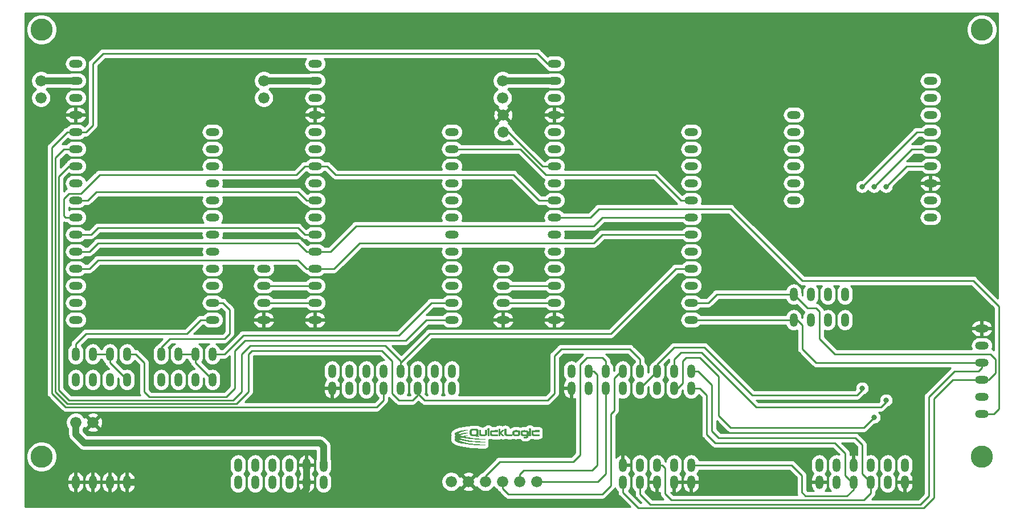
<source format=gbr>
G04 #@! TF.GenerationSoftware,KiCad,Pcbnew,(5.1.5)-3*
G04 #@! TF.CreationDate,2020-11-10T19:03:25-08:00*
G04 #@! TF.ProjectId,quickfeather-expansion-board-duo,71756963-6b66-4656-9174-6865722d6578,rev?*
G04 #@! TF.SameCoordinates,Original*
G04 #@! TF.FileFunction,Copper,L1,Top*
G04 #@! TF.FilePolarity,Positive*
%FSLAX46Y46*%
G04 Gerber Fmt 4.6, Leading zero omitted, Abs format (unit mm)*
G04 Created by KiCad (PCBNEW (5.1.5)-3) date 2020-11-10 19:03:25*
%MOMM*%
%LPD*%
G04 APERTURE LIST*
%ADD10C,0.010000*%
%ADD11O,1.200000X2.000000*%
%ADD12O,2.000000X1.200000*%
%ADD13C,3.302000*%
%ADD14C,1.676400*%
%ADD15C,0.800000*%
%ADD16C,0.250000*%
%ADD17C,1.000000*%
%ADD18C,0.254000*%
G04 APERTURE END LIST*
D10*
G36*
X108996596Y-100142569D02*
G01*
X108996840Y-100142741D01*
X108999480Y-100155662D01*
X108989791Y-100169102D01*
X108972936Y-100176650D01*
X108969333Y-100176889D01*
X108949965Y-100178954D01*
X108915219Y-100184736D01*
X108868023Y-100193614D01*
X108811307Y-100204966D01*
X108748001Y-100218171D01*
X108681032Y-100232610D01*
X108613332Y-100247659D01*
X108547829Y-100262700D01*
X108487452Y-100277109D01*
X108437757Y-100289585D01*
X108295772Y-100329013D01*
X108165578Y-100370458D01*
X108048167Y-100413460D01*
X107944532Y-100457559D01*
X107855664Y-100502297D01*
X107782556Y-100547213D01*
X107726200Y-100591849D01*
X107687588Y-100635745D01*
X107686446Y-100637450D01*
X107664458Y-100683252D01*
X107656198Y-100730572D01*
X107662325Y-100774080D01*
X107667923Y-100787290D01*
X107683375Y-100808886D01*
X107698961Y-100812992D01*
X107699545Y-100812830D01*
X107820340Y-100779493D01*
X107957292Y-100745931D01*
X108107758Y-100712668D01*
X108269094Y-100680232D01*
X108438657Y-100649146D01*
X108613804Y-100619937D01*
X108791893Y-100593130D01*
X108835000Y-100587081D01*
X108893016Y-100579136D01*
X108934993Y-100573732D01*
X108963521Y-100570759D01*
X108981189Y-100570111D01*
X108990586Y-100571678D01*
X108994301Y-100575352D01*
X108994926Y-100580387D01*
X108989043Y-100586291D01*
X108970490Y-100593624D01*
X108937915Y-100602748D01*
X108889965Y-100614029D01*
X108825289Y-100627830D01*
X108797371Y-100633542D01*
X108656267Y-100663050D01*
X108531031Y-100691237D01*
X108418832Y-100718843D01*
X108316835Y-100746611D01*
X108222210Y-100775281D01*
X108132122Y-100805596D01*
X108110630Y-100813282D01*
X108059898Y-100832480D01*
X108007760Y-100853678D01*
X107957423Y-100875410D01*
X107912093Y-100896208D01*
X107874975Y-100914605D01*
X107849276Y-100929134D01*
X107838461Y-100937844D01*
X107843560Y-100946188D01*
X107863391Y-100959928D01*
X107895126Y-100977707D01*
X107935934Y-100998166D01*
X107982988Y-101019948D01*
X108033458Y-101041695D01*
X108084516Y-101062049D01*
X108133332Y-101079652D01*
X108135255Y-101080299D01*
X108225731Y-101110635D01*
X108422181Y-101076690D01*
X108501977Y-101062972D01*
X108567977Y-101051830D01*
X108624904Y-101042526D01*
X108677482Y-101034322D01*
X108730435Y-101026480D01*
X108788486Y-101018263D01*
X108853217Y-101009361D01*
X108909088Y-101002020D01*
X108948948Y-100997627D01*
X108975362Y-100996151D01*
X108990895Y-100997561D01*
X108998114Y-101001825D01*
X108999630Y-101007576D01*
X108991522Y-101014041D01*
X108966817Y-101022546D01*
X108924944Y-101033245D01*
X108865331Y-101046289D01*
X108823241Y-101054823D01*
X108746326Y-101070444D01*
X108671782Y-101086252D01*
X108601930Y-101101696D01*
X108539092Y-101116227D01*
X108485587Y-101129295D01*
X108443739Y-101140351D01*
X108415867Y-101148844D01*
X108404514Y-101153972D01*
X108410400Y-101158717D01*
X108432776Y-101166617D01*
X108469677Y-101177178D01*
X108519135Y-101189911D01*
X108579182Y-101204324D01*
X108647853Y-101219925D01*
X108723179Y-101236223D01*
X108785764Y-101249200D01*
X108989039Y-101287988D01*
X109208918Y-101325134D01*
X109443241Y-101360362D01*
X109689847Y-101393396D01*
X109946576Y-101423960D01*
X110211266Y-101451778D01*
X110481757Y-101476573D01*
X110702371Y-101494159D01*
X110770074Y-101499035D01*
X110846108Y-101504236D01*
X110927918Y-101509612D01*
X111012949Y-101515013D01*
X111098644Y-101520287D01*
X111182449Y-101525284D01*
X111261808Y-101529852D01*
X111334166Y-101533841D01*
X111396968Y-101537101D01*
X111447657Y-101539479D01*
X111483680Y-101540827D01*
X111497297Y-101541077D01*
X111547715Y-101542530D01*
X111581326Y-101546908D01*
X111599965Y-101554628D01*
X111605482Y-101565579D01*
X111597510Y-101575718D01*
X111584315Y-101578265D01*
X111562127Y-101577681D01*
X111523830Y-101576409D01*
X111472114Y-101574556D01*
X111409666Y-101572227D01*
X111339177Y-101569527D01*
X111263336Y-101566561D01*
X111184831Y-101563435D01*
X111106352Y-101560255D01*
X111030589Y-101557125D01*
X110960229Y-101554152D01*
X110897963Y-101551441D01*
X110881112Y-101550688D01*
X110647420Y-101538959D01*
X110410155Y-101524739D01*
X110171881Y-101508262D01*
X109935162Y-101489758D01*
X109702561Y-101469461D01*
X109476642Y-101447603D01*
X109259971Y-101424417D01*
X109055110Y-101400134D01*
X108864624Y-101374988D01*
X108736223Y-101356235D01*
X108650018Y-101343018D01*
X108579169Y-101332042D01*
X108520424Y-101322769D01*
X108470532Y-101314659D01*
X108426240Y-101307173D01*
X108384297Y-101299770D01*
X108341451Y-101291912D01*
X108294450Y-101283058D01*
X108289371Y-101282093D01*
X108224500Y-101269794D01*
X108175120Y-101260804D01*
X108138231Y-101254962D01*
X108110829Y-101252110D01*
X108089914Y-101252088D01*
X108072485Y-101254738D01*
X108055540Y-101259901D01*
X108036077Y-101267418D01*
X108033289Y-101268526D01*
X107993791Y-101285103D01*
X107952119Y-101304054D01*
X107911831Y-101323572D01*
X107876488Y-101341851D01*
X107849649Y-101357083D01*
X107834876Y-101367464D01*
X107833112Y-101370110D01*
X107841084Y-101377025D01*
X107862669Y-101389807D01*
X107894369Y-101406499D01*
X107924834Y-101421433D01*
X108041064Y-101471548D01*
X108175449Y-101520039D01*
X108327389Y-101566811D01*
X108496285Y-101611769D01*
X108681539Y-101654818D01*
X108882553Y-101695862D01*
X109098728Y-101734807D01*
X109329465Y-101771556D01*
X109574165Y-101806016D01*
X109832229Y-101838091D01*
X110103060Y-101867685D01*
X110386058Y-101894703D01*
X110680625Y-101919050D01*
X110986163Y-101940631D01*
X111302071Y-101959351D01*
X111309149Y-101959730D01*
X111379378Y-101963623D01*
X111443825Y-101967449D01*
X111500001Y-101971040D01*
X111545418Y-101974229D01*
X111577586Y-101976847D01*
X111594016Y-101978726D01*
X111595296Y-101979032D01*
X111603046Y-101986939D01*
X111599262Y-101993094D01*
X111588485Y-101994477D01*
X111561184Y-101995154D01*
X111519636Y-101995188D01*
X111466116Y-101994644D01*
X111402899Y-101993584D01*
X111332262Y-101992072D01*
X111256480Y-101990172D01*
X111177830Y-101987948D01*
X111098585Y-101985463D01*
X111021023Y-101982780D01*
X110947419Y-101979963D01*
X110880048Y-101977076D01*
X110821187Y-101974182D01*
X110773111Y-101971345D01*
X110744704Y-101969225D01*
X110716957Y-101967146D01*
X110674651Y-101964362D01*
X110622019Y-101961132D01*
X110563293Y-101957717D01*
X110509519Y-101954743D01*
X110237146Y-101938268D01*
X109967276Y-101918406D01*
X109701345Y-101895355D01*
X109440794Y-101869314D01*
X109187060Y-101840481D01*
X108941583Y-101809055D01*
X108705800Y-101775235D01*
X108481150Y-101739218D01*
X108269072Y-101701204D01*
X108071005Y-101661391D01*
X107888387Y-101619977D01*
X107722657Y-101577162D01*
X107674101Y-101563394D01*
X107660142Y-101560479D01*
X107654547Y-101565559D01*
X107655087Y-101582923D01*
X107656833Y-101596607D01*
X107665812Y-101630316D01*
X107681562Y-101665040D01*
X107686580Y-101673271D01*
X107727071Y-101720344D01*
X107785729Y-101767170D01*
X107861907Y-101813565D01*
X107954955Y-101859346D01*
X108064226Y-101904327D01*
X108189073Y-101948324D01*
X108328847Y-101991153D01*
X108482901Y-102032630D01*
X108650587Y-102072570D01*
X108831256Y-102110789D01*
X109024261Y-102147102D01*
X109228955Y-102181325D01*
X109444689Y-102213274D01*
X109670815Y-102242765D01*
X109700482Y-102246353D01*
X109755860Y-102253016D01*
X109807011Y-102259212D01*
X109850022Y-102264465D01*
X109880985Y-102268297D01*
X109893352Y-102269873D01*
X109954146Y-102277259D01*
X110029982Y-102285447D01*
X110118780Y-102294278D01*
X110218460Y-102303594D01*
X110326942Y-102313237D01*
X110442145Y-102323050D01*
X110561990Y-102332875D01*
X110684396Y-102342552D01*
X110807283Y-102351926D01*
X110928571Y-102360836D01*
X111046179Y-102369126D01*
X111158029Y-102376638D01*
X111262038Y-102383213D01*
X111356128Y-102388693D01*
X111438218Y-102392921D01*
X111506228Y-102395739D01*
X111558077Y-102396988D01*
X111567741Y-102397037D01*
X111593948Y-102399353D01*
X111604778Y-102407038D01*
X111605482Y-102411148D01*
X111599732Y-102416334D01*
X111581929Y-102420213D01*
X111551245Y-102422784D01*
X111506850Y-102424045D01*
X111447917Y-102423994D01*
X111373615Y-102422630D01*
X111283116Y-102419951D01*
X111175591Y-102415955D01*
X111050211Y-102410641D01*
X111036334Y-102410023D01*
X110708570Y-102393726D01*
X110390609Y-102374651D01*
X110083127Y-102352885D01*
X109786800Y-102328519D01*
X109502301Y-102301640D01*
X109230308Y-102272339D01*
X108971494Y-102240705D01*
X108726536Y-102206826D01*
X108496109Y-102170792D01*
X108280889Y-102132692D01*
X108081550Y-102092616D01*
X107898768Y-102050651D01*
X107733219Y-102006888D01*
X107585577Y-101961416D01*
X107552596Y-101950158D01*
X107472668Y-101921492D01*
X107407081Y-101895933D01*
X107351997Y-101871728D01*
X107303582Y-101847121D01*
X107257999Y-101820359D01*
X107231804Y-101803461D01*
X107168574Y-101755254D01*
X107124073Y-101706956D01*
X107098322Y-101658611D01*
X107091340Y-101610258D01*
X107103150Y-101561940D01*
X107107311Y-101553173D01*
X107128937Y-101521380D01*
X107161258Y-101485993D01*
X107198523Y-101452552D01*
X107234978Y-101426599D01*
X107243878Y-101421625D01*
X107259919Y-101410362D01*
X107263330Y-101401389D01*
X107262692Y-101400684D01*
X107251259Y-101391904D01*
X107229396Y-101375830D01*
X107204054Y-101357533D01*
X107156827Y-101317652D01*
X107120646Y-101274665D01*
X107098363Y-101232243D01*
X107093916Y-101215910D01*
X107094730Y-101170712D01*
X107099339Y-101158559D01*
X107654371Y-101158559D01*
X107657053Y-101181024D01*
X107663634Y-101206424D01*
X107671918Y-101228098D01*
X107679708Y-101239383D01*
X107681161Y-101239809D01*
X107692378Y-101237399D01*
X107717317Y-101231039D01*
X107751589Y-101221865D01*
X107770907Y-101216563D01*
X107817820Y-101203084D01*
X107847131Y-101193388D01*
X107859596Y-101187140D01*
X107855972Y-101184007D01*
X107845745Y-101183482D01*
X107828451Y-101180866D01*
X107798669Y-101173899D01*
X107761851Y-101163897D01*
X107748445Y-101159963D01*
X107706456Y-101147503D01*
X107679291Y-101140306D01*
X107663722Y-101138324D01*
X107656525Y-101141510D01*
X107654473Y-101149815D01*
X107654371Y-101158559D01*
X107099339Y-101158559D01*
X107112649Y-101123467D01*
X107146407Y-101076189D01*
X107194740Y-101030891D01*
X107223245Y-101010106D01*
X107267460Y-100980330D01*
X107206434Y-100935162D01*
X107150304Y-100886663D01*
X107112858Y-100838209D01*
X107093965Y-100789886D01*
X107093496Y-100741781D01*
X107111320Y-100693981D01*
X107147306Y-100646574D01*
X107201323Y-100599646D01*
X107273242Y-100553286D01*
X107362932Y-100507579D01*
X107470262Y-100462613D01*
X107595102Y-100418475D01*
X107737321Y-100375253D01*
X107896788Y-100333033D01*
X108073374Y-100291902D01*
X108214112Y-100262395D01*
X108272858Y-100251034D01*
X108340027Y-100238779D01*
X108413387Y-100225972D01*
X108490707Y-100212954D01*
X108569754Y-100200066D01*
X108648299Y-100187649D01*
X108724110Y-100176044D01*
X108794955Y-100165592D01*
X108858603Y-100156634D01*
X108912822Y-100149512D01*
X108955381Y-100144566D01*
X108984050Y-100142138D01*
X108996596Y-100142569D01*
G37*
X108996596Y-100142569D02*
X108996840Y-100142741D01*
X108999480Y-100155662D01*
X108989791Y-100169102D01*
X108972936Y-100176650D01*
X108969333Y-100176889D01*
X108949965Y-100178954D01*
X108915219Y-100184736D01*
X108868023Y-100193614D01*
X108811307Y-100204966D01*
X108748001Y-100218171D01*
X108681032Y-100232610D01*
X108613332Y-100247659D01*
X108547829Y-100262700D01*
X108487452Y-100277109D01*
X108437757Y-100289585D01*
X108295772Y-100329013D01*
X108165578Y-100370458D01*
X108048167Y-100413460D01*
X107944532Y-100457559D01*
X107855664Y-100502297D01*
X107782556Y-100547213D01*
X107726200Y-100591849D01*
X107687588Y-100635745D01*
X107686446Y-100637450D01*
X107664458Y-100683252D01*
X107656198Y-100730572D01*
X107662325Y-100774080D01*
X107667923Y-100787290D01*
X107683375Y-100808886D01*
X107698961Y-100812992D01*
X107699545Y-100812830D01*
X107820340Y-100779493D01*
X107957292Y-100745931D01*
X108107758Y-100712668D01*
X108269094Y-100680232D01*
X108438657Y-100649146D01*
X108613804Y-100619937D01*
X108791893Y-100593130D01*
X108835000Y-100587081D01*
X108893016Y-100579136D01*
X108934993Y-100573732D01*
X108963521Y-100570759D01*
X108981189Y-100570111D01*
X108990586Y-100571678D01*
X108994301Y-100575352D01*
X108994926Y-100580387D01*
X108989043Y-100586291D01*
X108970490Y-100593624D01*
X108937915Y-100602748D01*
X108889965Y-100614029D01*
X108825289Y-100627830D01*
X108797371Y-100633542D01*
X108656267Y-100663050D01*
X108531031Y-100691237D01*
X108418832Y-100718843D01*
X108316835Y-100746611D01*
X108222210Y-100775281D01*
X108132122Y-100805596D01*
X108110630Y-100813282D01*
X108059898Y-100832480D01*
X108007760Y-100853678D01*
X107957423Y-100875410D01*
X107912093Y-100896208D01*
X107874975Y-100914605D01*
X107849276Y-100929134D01*
X107838461Y-100937844D01*
X107843560Y-100946188D01*
X107863391Y-100959928D01*
X107895126Y-100977707D01*
X107935934Y-100998166D01*
X107982988Y-101019948D01*
X108033458Y-101041695D01*
X108084516Y-101062049D01*
X108133332Y-101079652D01*
X108135255Y-101080299D01*
X108225731Y-101110635D01*
X108422181Y-101076690D01*
X108501977Y-101062972D01*
X108567977Y-101051830D01*
X108624904Y-101042526D01*
X108677482Y-101034322D01*
X108730435Y-101026480D01*
X108788486Y-101018263D01*
X108853217Y-101009361D01*
X108909088Y-101002020D01*
X108948948Y-100997627D01*
X108975362Y-100996151D01*
X108990895Y-100997561D01*
X108998114Y-101001825D01*
X108999630Y-101007576D01*
X108991522Y-101014041D01*
X108966817Y-101022546D01*
X108924944Y-101033245D01*
X108865331Y-101046289D01*
X108823241Y-101054823D01*
X108746326Y-101070444D01*
X108671782Y-101086252D01*
X108601930Y-101101696D01*
X108539092Y-101116227D01*
X108485587Y-101129295D01*
X108443739Y-101140351D01*
X108415867Y-101148844D01*
X108404514Y-101153972D01*
X108410400Y-101158717D01*
X108432776Y-101166617D01*
X108469677Y-101177178D01*
X108519135Y-101189911D01*
X108579182Y-101204324D01*
X108647853Y-101219925D01*
X108723179Y-101236223D01*
X108785764Y-101249200D01*
X108989039Y-101287988D01*
X109208918Y-101325134D01*
X109443241Y-101360362D01*
X109689847Y-101393396D01*
X109946576Y-101423960D01*
X110211266Y-101451778D01*
X110481757Y-101476573D01*
X110702371Y-101494159D01*
X110770074Y-101499035D01*
X110846108Y-101504236D01*
X110927918Y-101509612D01*
X111012949Y-101515013D01*
X111098644Y-101520287D01*
X111182449Y-101525284D01*
X111261808Y-101529852D01*
X111334166Y-101533841D01*
X111396968Y-101537101D01*
X111447657Y-101539479D01*
X111483680Y-101540827D01*
X111497297Y-101541077D01*
X111547715Y-101542530D01*
X111581326Y-101546908D01*
X111599965Y-101554628D01*
X111605482Y-101565579D01*
X111597510Y-101575718D01*
X111584315Y-101578265D01*
X111562127Y-101577681D01*
X111523830Y-101576409D01*
X111472114Y-101574556D01*
X111409666Y-101572227D01*
X111339177Y-101569527D01*
X111263336Y-101566561D01*
X111184831Y-101563435D01*
X111106352Y-101560255D01*
X111030589Y-101557125D01*
X110960229Y-101554152D01*
X110897963Y-101551441D01*
X110881112Y-101550688D01*
X110647420Y-101538959D01*
X110410155Y-101524739D01*
X110171881Y-101508262D01*
X109935162Y-101489758D01*
X109702561Y-101469461D01*
X109476642Y-101447603D01*
X109259971Y-101424417D01*
X109055110Y-101400134D01*
X108864624Y-101374988D01*
X108736223Y-101356235D01*
X108650018Y-101343018D01*
X108579169Y-101332042D01*
X108520424Y-101322769D01*
X108470532Y-101314659D01*
X108426240Y-101307173D01*
X108384297Y-101299770D01*
X108341451Y-101291912D01*
X108294450Y-101283058D01*
X108289371Y-101282093D01*
X108224500Y-101269794D01*
X108175120Y-101260804D01*
X108138231Y-101254962D01*
X108110829Y-101252110D01*
X108089914Y-101252088D01*
X108072485Y-101254738D01*
X108055540Y-101259901D01*
X108036077Y-101267418D01*
X108033289Y-101268526D01*
X107993791Y-101285103D01*
X107952119Y-101304054D01*
X107911831Y-101323572D01*
X107876488Y-101341851D01*
X107849649Y-101357083D01*
X107834876Y-101367464D01*
X107833112Y-101370110D01*
X107841084Y-101377025D01*
X107862669Y-101389807D01*
X107894369Y-101406499D01*
X107924834Y-101421433D01*
X108041064Y-101471548D01*
X108175449Y-101520039D01*
X108327389Y-101566811D01*
X108496285Y-101611769D01*
X108681539Y-101654818D01*
X108882553Y-101695862D01*
X109098728Y-101734807D01*
X109329465Y-101771556D01*
X109574165Y-101806016D01*
X109832229Y-101838091D01*
X110103060Y-101867685D01*
X110386058Y-101894703D01*
X110680625Y-101919050D01*
X110986163Y-101940631D01*
X111302071Y-101959351D01*
X111309149Y-101959730D01*
X111379378Y-101963623D01*
X111443825Y-101967449D01*
X111500001Y-101971040D01*
X111545418Y-101974229D01*
X111577586Y-101976847D01*
X111594016Y-101978726D01*
X111595296Y-101979032D01*
X111603046Y-101986939D01*
X111599262Y-101993094D01*
X111588485Y-101994477D01*
X111561184Y-101995154D01*
X111519636Y-101995188D01*
X111466116Y-101994644D01*
X111402899Y-101993584D01*
X111332262Y-101992072D01*
X111256480Y-101990172D01*
X111177830Y-101987948D01*
X111098585Y-101985463D01*
X111021023Y-101982780D01*
X110947419Y-101979963D01*
X110880048Y-101977076D01*
X110821187Y-101974182D01*
X110773111Y-101971345D01*
X110744704Y-101969225D01*
X110716957Y-101967146D01*
X110674651Y-101964362D01*
X110622019Y-101961132D01*
X110563293Y-101957717D01*
X110509519Y-101954743D01*
X110237146Y-101938268D01*
X109967276Y-101918406D01*
X109701345Y-101895355D01*
X109440794Y-101869314D01*
X109187060Y-101840481D01*
X108941583Y-101809055D01*
X108705800Y-101775235D01*
X108481150Y-101739218D01*
X108269072Y-101701204D01*
X108071005Y-101661391D01*
X107888387Y-101619977D01*
X107722657Y-101577162D01*
X107674101Y-101563394D01*
X107660142Y-101560479D01*
X107654547Y-101565559D01*
X107655087Y-101582923D01*
X107656833Y-101596607D01*
X107665812Y-101630316D01*
X107681562Y-101665040D01*
X107686580Y-101673271D01*
X107727071Y-101720344D01*
X107785729Y-101767170D01*
X107861907Y-101813565D01*
X107954955Y-101859346D01*
X108064226Y-101904327D01*
X108189073Y-101948324D01*
X108328847Y-101991153D01*
X108482901Y-102032630D01*
X108650587Y-102072570D01*
X108831256Y-102110789D01*
X109024261Y-102147102D01*
X109228955Y-102181325D01*
X109444689Y-102213274D01*
X109670815Y-102242765D01*
X109700482Y-102246353D01*
X109755860Y-102253016D01*
X109807011Y-102259212D01*
X109850022Y-102264465D01*
X109880985Y-102268297D01*
X109893352Y-102269873D01*
X109954146Y-102277259D01*
X110029982Y-102285447D01*
X110118780Y-102294278D01*
X110218460Y-102303594D01*
X110326942Y-102313237D01*
X110442145Y-102323050D01*
X110561990Y-102332875D01*
X110684396Y-102342552D01*
X110807283Y-102351926D01*
X110928571Y-102360836D01*
X111046179Y-102369126D01*
X111158029Y-102376638D01*
X111262038Y-102383213D01*
X111356128Y-102388693D01*
X111438218Y-102392921D01*
X111506228Y-102395739D01*
X111558077Y-102396988D01*
X111567741Y-102397037D01*
X111593948Y-102399353D01*
X111604778Y-102407038D01*
X111605482Y-102411148D01*
X111599732Y-102416334D01*
X111581929Y-102420213D01*
X111551245Y-102422784D01*
X111506850Y-102424045D01*
X111447917Y-102423994D01*
X111373615Y-102422630D01*
X111283116Y-102419951D01*
X111175591Y-102415955D01*
X111050211Y-102410641D01*
X111036334Y-102410023D01*
X110708570Y-102393726D01*
X110390609Y-102374651D01*
X110083127Y-102352885D01*
X109786800Y-102328519D01*
X109502301Y-102301640D01*
X109230308Y-102272339D01*
X108971494Y-102240705D01*
X108726536Y-102206826D01*
X108496109Y-102170792D01*
X108280889Y-102132692D01*
X108081550Y-102092616D01*
X107898768Y-102050651D01*
X107733219Y-102006888D01*
X107585577Y-101961416D01*
X107552596Y-101950158D01*
X107472668Y-101921492D01*
X107407081Y-101895933D01*
X107351997Y-101871728D01*
X107303582Y-101847121D01*
X107257999Y-101820359D01*
X107231804Y-101803461D01*
X107168574Y-101755254D01*
X107124073Y-101706956D01*
X107098322Y-101658611D01*
X107091340Y-101610258D01*
X107103150Y-101561940D01*
X107107311Y-101553173D01*
X107128937Y-101521380D01*
X107161258Y-101485993D01*
X107198523Y-101452552D01*
X107234978Y-101426599D01*
X107243878Y-101421625D01*
X107259919Y-101410362D01*
X107263330Y-101401389D01*
X107262692Y-101400684D01*
X107251259Y-101391904D01*
X107229396Y-101375830D01*
X107204054Y-101357533D01*
X107156827Y-101317652D01*
X107120646Y-101274665D01*
X107098363Y-101232243D01*
X107093916Y-101215910D01*
X107094730Y-101170712D01*
X107099339Y-101158559D01*
X107654371Y-101158559D01*
X107657053Y-101181024D01*
X107663634Y-101206424D01*
X107671918Y-101228098D01*
X107679708Y-101239383D01*
X107681161Y-101239809D01*
X107692378Y-101237399D01*
X107717317Y-101231039D01*
X107751589Y-101221865D01*
X107770907Y-101216563D01*
X107817820Y-101203084D01*
X107847131Y-101193388D01*
X107859596Y-101187140D01*
X107855972Y-101184007D01*
X107845745Y-101183482D01*
X107828451Y-101180866D01*
X107798669Y-101173899D01*
X107761851Y-101163897D01*
X107748445Y-101159963D01*
X107706456Y-101147503D01*
X107679291Y-101140306D01*
X107663722Y-101138324D01*
X107656525Y-101141510D01*
X107654473Y-101149815D01*
X107654371Y-101158559D01*
X107099339Y-101158559D01*
X107112649Y-101123467D01*
X107146407Y-101076189D01*
X107194740Y-101030891D01*
X107223245Y-101010106D01*
X107267460Y-100980330D01*
X107206434Y-100935162D01*
X107150304Y-100886663D01*
X107112858Y-100838209D01*
X107093965Y-100789886D01*
X107093496Y-100741781D01*
X107111320Y-100693981D01*
X107147306Y-100646574D01*
X107201323Y-100599646D01*
X107273242Y-100553286D01*
X107362932Y-100507579D01*
X107470262Y-100462613D01*
X107595102Y-100418475D01*
X107737321Y-100375253D01*
X107896788Y-100333033D01*
X108073374Y-100291902D01*
X108214112Y-100262395D01*
X108272858Y-100251034D01*
X108340027Y-100238779D01*
X108413387Y-100225972D01*
X108490707Y-100212954D01*
X108569754Y-100200066D01*
X108648299Y-100187649D01*
X108724110Y-100176044D01*
X108794955Y-100165592D01*
X108858603Y-100156634D01*
X108912822Y-100149512D01*
X108955381Y-100144566D01*
X108984050Y-100142138D01*
X108996596Y-100142569D01*
G36*
X112147699Y-99958423D02*
G01*
X112163173Y-99963924D01*
X112202197Y-99988321D01*
X112225593Y-100022539D01*
X112232678Y-100048540D01*
X112230427Y-100086241D01*
X112212948Y-100118720D01*
X112183497Y-100144264D01*
X112145331Y-100161158D01*
X112101707Y-100167688D01*
X112055881Y-100162142D01*
X112032374Y-100153964D01*
X112006810Y-100138261D01*
X111987689Y-100119313D01*
X111975847Y-100089200D01*
X111973101Y-100051752D01*
X111979449Y-100016102D01*
X111987711Y-99999248D01*
X112016408Y-99973390D01*
X112056323Y-99957225D01*
X112101929Y-99951865D01*
X112147699Y-99958423D01*
G37*
X112147699Y-99958423D02*
X112163173Y-99963924D01*
X112202197Y-99988321D01*
X112225593Y-100022539D01*
X112232678Y-100048540D01*
X112230427Y-100086241D01*
X112212948Y-100118720D01*
X112183497Y-100144264D01*
X112145331Y-100161158D01*
X112101707Y-100167688D01*
X112055881Y-100162142D01*
X112032374Y-100153964D01*
X112006810Y-100138261D01*
X111987689Y-100119313D01*
X111975847Y-100089200D01*
X111973101Y-100051752D01*
X111979449Y-100016102D01*
X111987711Y-99999248D01*
X112016408Y-99973390D01*
X112056323Y-99957225D01*
X112101929Y-99951865D01*
X112147699Y-99958423D01*
G36*
X110946963Y-100504690D02*
G01*
X110947044Y-100585345D01*
X110947362Y-100649262D01*
X110948033Y-100698516D01*
X110949173Y-100735185D01*
X110950897Y-100761345D01*
X110953322Y-100779071D01*
X110956562Y-100790440D01*
X110960734Y-100797528D01*
X110963426Y-100800317D01*
X110978155Y-100810854D01*
X110997758Y-100819168D01*
X111024288Y-100825455D01*
X111059796Y-100829912D01*
X111106336Y-100832736D01*
X111165958Y-100834123D01*
X111240717Y-100834271D01*
X111311108Y-100833649D01*
X111385811Y-100832682D01*
X111444065Y-100831655D01*
X111488232Y-100830370D01*
X111520676Y-100828629D01*
X111543763Y-100826235D01*
X111559855Y-100822991D01*
X111571316Y-100818698D01*
X111580511Y-100813160D01*
X111583649Y-100810878D01*
X111610186Y-100791053D01*
X111612675Y-100507490D01*
X111615165Y-100223926D01*
X111831260Y-100223926D01*
X111831053Y-100532019D01*
X111830915Y-100617437D01*
X111830554Y-100686177D01*
X111829864Y-100740378D01*
X111828735Y-100782176D01*
X111827061Y-100813709D01*
X111824733Y-100837113D01*
X111821644Y-100854527D01*
X111817685Y-100868086D01*
X111813577Y-100878130D01*
X111785943Y-100922395D01*
X111746434Y-100957915D01*
X111693471Y-100985538D01*
X111625478Y-101006111D01*
X111551305Y-101019146D01*
X111500030Y-101024202D01*
X111435070Y-101027947D01*
X111361226Y-101030351D01*
X111283299Y-101031381D01*
X111206089Y-101031009D01*
X111134396Y-101029201D01*
X111073019Y-101025929D01*
X111036334Y-101022456D01*
X110947417Y-101005950D01*
X110872726Y-100980359D01*
X110813082Y-100946123D01*
X110769307Y-100903679D01*
X110748337Y-100868858D01*
X110743507Y-100856780D01*
X110739657Y-100842686D01*
X110736674Y-100824417D01*
X110734448Y-100799813D01*
X110732867Y-100766716D01*
X110731822Y-100722967D01*
X110731201Y-100666405D01*
X110730893Y-100594872D01*
X110730800Y-100527315D01*
X110730593Y-100223926D01*
X110946963Y-100223926D01*
X110946963Y-100504690D01*
G37*
X110946963Y-100504690D02*
X110947044Y-100585345D01*
X110947362Y-100649262D01*
X110948033Y-100698516D01*
X110949173Y-100735185D01*
X110950897Y-100761345D01*
X110953322Y-100779071D01*
X110956562Y-100790440D01*
X110960734Y-100797528D01*
X110963426Y-100800317D01*
X110978155Y-100810854D01*
X110997758Y-100819168D01*
X111024288Y-100825455D01*
X111059796Y-100829912D01*
X111106336Y-100832736D01*
X111165958Y-100834123D01*
X111240717Y-100834271D01*
X111311108Y-100833649D01*
X111385811Y-100832682D01*
X111444065Y-100831655D01*
X111488232Y-100830370D01*
X111520676Y-100828629D01*
X111543763Y-100826235D01*
X111559855Y-100822991D01*
X111571316Y-100818698D01*
X111580511Y-100813160D01*
X111583649Y-100810878D01*
X111610186Y-100791053D01*
X111612675Y-100507490D01*
X111615165Y-100223926D01*
X111831260Y-100223926D01*
X111831053Y-100532019D01*
X111830915Y-100617437D01*
X111830554Y-100686177D01*
X111829864Y-100740378D01*
X111828735Y-100782176D01*
X111827061Y-100813709D01*
X111824733Y-100837113D01*
X111821644Y-100854527D01*
X111817685Y-100868086D01*
X111813577Y-100878130D01*
X111785943Y-100922395D01*
X111746434Y-100957915D01*
X111693471Y-100985538D01*
X111625478Y-101006111D01*
X111551305Y-101019146D01*
X111500030Y-101024202D01*
X111435070Y-101027947D01*
X111361226Y-101030351D01*
X111283299Y-101031381D01*
X111206089Y-101031009D01*
X111134396Y-101029201D01*
X111073019Y-101025929D01*
X111036334Y-101022456D01*
X110947417Y-101005950D01*
X110872726Y-100980359D01*
X110813082Y-100946123D01*
X110769307Y-100903679D01*
X110748337Y-100868858D01*
X110743507Y-100856780D01*
X110739657Y-100842686D01*
X110736674Y-100824417D01*
X110734448Y-100799813D01*
X110732867Y-100766716D01*
X110731822Y-100722967D01*
X110731201Y-100666405D01*
X110730893Y-100594872D01*
X110730800Y-100527315D01*
X110730593Y-100223926D01*
X110946963Y-100223926D01*
X110946963Y-100504690D01*
G36*
X113468149Y-100412074D02*
G01*
X113065982Y-100412299D01*
X112979358Y-100412542D01*
X112897421Y-100413146D01*
X112822337Y-100414066D01*
X112756274Y-100415261D01*
X112701398Y-100416686D01*
X112659877Y-100418299D01*
X112633878Y-100420057D01*
X112627214Y-100421014D01*
X112604501Y-100426856D01*
X112587617Y-100434116D01*
X112575698Y-100445426D01*
X112567879Y-100463417D01*
X112563297Y-100490724D01*
X112561088Y-100529977D01*
X112560388Y-100583810D01*
X112560334Y-100624835D01*
X112560446Y-100687453D01*
X112561418Y-100733987D01*
X112564200Y-100767167D01*
X112569744Y-100789722D01*
X112579001Y-100804384D01*
X112592924Y-100813882D01*
X112612464Y-100820947D01*
X112630455Y-100826035D01*
X112647722Y-100828203D01*
X112682059Y-100830154D01*
X112731722Y-100831851D01*
X112794967Y-100833255D01*
X112870050Y-100834331D01*
X112955228Y-100835040D01*
X113048755Y-100835346D01*
X113065982Y-100835355D01*
X113468149Y-100835407D01*
X113468149Y-101032963D01*
X113084797Y-101031553D01*
X113000593Y-101031163D01*
X112921403Y-101030642D01*
X112849398Y-101030016D01*
X112786749Y-101029310D01*
X112735628Y-101028551D01*
X112698206Y-101027763D01*
X112676654Y-101026972D01*
X112673223Y-101026695D01*
X112589896Y-101014304D01*
X112522810Y-100998887D01*
X112469479Y-100979246D01*
X112427418Y-100954182D01*
X112394142Y-100922499D01*
X112367164Y-100882996D01*
X112364268Y-100877741D01*
X112357670Y-100864476D01*
X112352676Y-100850568D01*
X112349065Y-100833289D01*
X112346614Y-100809909D01*
X112345101Y-100777701D01*
X112344304Y-100733935D01*
X112344001Y-100675883D01*
X112343963Y-100628444D01*
X112344048Y-100559652D01*
X112344463Y-100506868D01*
X112345448Y-100467288D01*
X112347246Y-100438107D01*
X112350096Y-100416518D01*
X112354239Y-100399718D01*
X112359917Y-100384900D01*
X112365975Y-100372081D01*
X112396908Y-100324961D01*
X112439497Y-100287890D01*
X112496592Y-100258579D01*
X112516542Y-100251108D01*
X112531476Y-100246027D01*
X112545889Y-100241783D01*
X112561590Y-100238287D01*
X112580387Y-100235450D01*
X112604090Y-100233180D01*
X112634507Y-100231388D01*
X112673446Y-100229984D01*
X112722717Y-100228878D01*
X112784127Y-100227981D01*
X112859486Y-100227202D01*
X112950601Y-100226452D01*
X113023649Y-100225904D01*
X113468149Y-100222616D01*
X113468149Y-100412074D01*
G37*
X113468149Y-100412074D02*
X113065982Y-100412299D01*
X112979358Y-100412542D01*
X112897421Y-100413146D01*
X112822337Y-100414066D01*
X112756274Y-100415261D01*
X112701398Y-100416686D01*
X112659877Y-100418299D01*
X112633878Y-100420057D01*
X112627214Y-100421014D01*
X112604501Y-100426856D01*
X112587617Y-100434116D01*
X112575698Y-100445426D01*
X112567879Y-100463417D01*
X112563297Y-100490724D01*
X112561088Y-100529977D01*
X112560388Y-100583810D01*
X112560334Y-100624835D01*
X112560446Y-100687453D01*
X112561418Y-100733987D01*
X112564200Y-100767167D01*
X112569744Y-100789722D01*
X112579001Y-100804384D01*
X112592924Y-100813882D01*
X112612464Y-100820947D01*
X112630455Y-100826035D01*
X112647722Y-100828203D01*
X112682059Y-100830154D01*
X112731722Y-100831851D01*
X112794967Y-100833255D01*
X112870050Y-100834331D01*
X112955228Y-100835040D01*
X113048755Y-100835346D01*
X113065982Y-100835355D01*
X113468149Y-100835407D01*
X113468149Y-101032963D01*
X113084797Y-101031553D01*
X113000593Y-101031163D01*
X112921403Y-101030642D01*
X112849398Y-101030016D01*
X112786749Y-101029310D01*
X112735628Y-101028551D01*
X112698206Y-101027763D01*
X112676654Y-101026972D01*
X112673223Y-101026695D01*
X112589896Y-101014304D01*
X112522810Y-100998887D01*
X112469479Y-100979246D01*
X112427418Y-100954182D01*
X112394142Y-100922499D01*
X112367164Y-100882996D01*
X112364268Y-100877741D01*
X112357670Y-100864476D01*
X112352676Y-100850568D01*
X112349065Y-100833289D01*
X112346614Y-100809909D01*
X112345101Y-100777701D01*
X112344304Y-100733935D01*
X112344001Y-100675883D01*
X112343963Y-100628444D01*
X112344048Y-100559652D01*
X112344463Y-100506868D01*
X112345448Y-100467288D01*
X112347246Y-100438107D01*
X112350096Y-100416518D01*
X112354239Y-100399718D01*
X112359917Y-100384900D01*
X112365975Y-100372081D01*
X112396908Y-100324961D01*
X112439497Y-100287890D01*
X112496592Y-100258579D01*
X112516542Y-100251108D01*
X112531476Y-100246027D01*
X112545889Y-100241783D01*
X112561590Y-100238287D01*
X112580387Y-100235450D01*
X112604090Y-100233180D01*
X112634507Y-100231388D01*
X112673446Y-100229984D01*
X112722717Y-100228878D01*
X112784127Y-100227981D01*
X112859486Y-100227202D01*
X112950601Y-100226452D01*
X113023649Y-100225904D01*
X113468149Y-100222616D01*
X113468149Y-100412074D01*
G36*
X110048556Y-100020001D02*
G01*
X110149751Y-100022506D01*
X110234226Y-100026253D01*
X110304060Y-100031683D01*
X110361331Y-100039236D01*
X110408117Y-100049352D01*
X110446497Y-100062473D01*
X110478549Y-100079038D01*
X110506351Y-100099487D01*
X110529831Y-100121972D01*
X110545589Y-100139253D01*
X110558297Y-100155805D01*
X110568284Y-100173809D01*
X110575876Y-100195447D01*
X110581401Y-100222902D01*
X110585187Y-100258355D01*
X110587561Y-100303989D01*
X110588849Y-100361985D01*
X110589381Y-100434526D01*
X110589482Y-100519561D01*
X110589482Y-100812898D01*
X110564693Y-100862644D01*
X110540425Y-100901072D01*
X110511175Y-100932671D01*
X110503466Y-100938784D01*
X110467030Y-100965179D01*
X110669314Y-101155259D01*
X110514157Y-101155069D01*
X110359000Y-101154878D01*
X110288445Y-101089627D01*
X110217889Y-101024375D01*
X109978000Y-101023899D01*
X109863288Y-101022591D01*
X109765510Y-101018908D01*
X109682894Y-101012475D01*
X109613666Y-101002916D01*
X109556052Y-100989855D01*
X109508279Y-100972918D01*
X109468574Y-100951728D01*
X109435163Y-100925910D01*
X109414257Y-100904527D01*
X109398820Y-100886105D01*
X109386379Y-100868087D01*
X109376636Y-100848288D01*
X109369297Y-100824524D01*
X109364065Y-100794613D01*
X109360643Y-100756369D01*
X109358735Y-100707608D01*
X109358044Y-100646148D01*
X109358275Y-100569803D01*
X109358725Y-100518828D01*
X109582889Y-100518828D01*
X109583144Y-100600087D01*
X109583958Y-100664172D01*
X109585405Y-100712718D01*
X109587559Y-100747361D01*
X109590493Y-100769733D01*
X109594281Y-100781471D01*
X109594773Y-100782211D01*
X109604745Y-100793616D01*
X109617570Y-100802850D01*
X109635155Y-100810116D01*
X109659411Y-100815618D01*
X109692247Y-100819558D01*
X109735571Y-100822141D01*
X109791295Y-100823570D01*
X109861326Y-100824048D01*
X109947574Y-100823778D01*
X109982704Y-100823539D01*
X110066584Y-100822846D01*
X110133823Y-100822061D01*
X110186592Y-100821049D01*
X110227066Y-100819675D01*
X110257416Y-100817804D01*
X110279815Y-100815301D01*
X110296437Y-100812030D01*
X110309454Y-100807857D01*
X110321040Y-100802647D01*
X110321371Y-100802482D01*
X110359000Y-100783667D01*
X110361502Y-100528115D01*
X110364004Y-100272564D01*
X110339954Y-100253646D01*
X110323238Y-100242787D01*
X110302227Y-100234058D01*
X110274870Y-100227247D01*
X110239120Y-100222142D01*
X110192930Y-100218529D01*
X110134251Y-100216196D01*
X110061035Y-100214931D01*
X109971234Y-100214521D01*
X109962888Y-100214519D01*
X109873989Y-100214825D01*
X109801840Y-100215894D01*
X109744384Y-100217947D01*
X109699563Y-100221205D01*
X109665322Y-100225892D01*
X109639603Y-100232229D01*
X109620348Y-100240438D01*
X109605501Y-100250742D01*
X109602492Y-100253433D01*
X109596574Y-100259662D01*
X109591984Y-100267502D01*
X109588554Y-100279232D01*
X109586115Y-100297134D01*
X109584499Y-100323488D01*
X109583537Y-100360575D01*
X109583061Y-100410677D01*
X109582902Y-100476073D01*
X109582889Y-100518828D01*
X109358725Y-100518828D01*
X109358921Y-100496741D01*
X109359792Y-100415473D01*
X109360692Y-100350769D01*
X109361788Y-100300378D01*
X109363244Y-100262051D01*
X109365227Y-100233536D01*
X109367900Y-100212583D01*
X109371430Y-100196941D01*
X109375981Y-100184360D01*
X109381720Y-100172591D01*
X109382895Y-100170378D01*
X109406349Y-100134886D01*
X109436684Y-100104768D01*
X109475247Y-100079722D01*
X109523385Y-100059443D01*
X109582443Y-100043626D01*
X109653769Y-100031968D01*
X109738710Y-100024164D01*
X109838612Y-100019911D01*
X109954822Y-100018903D01*
X110048556Y-100020001D01*
G37*
X110048556Y-100020001D02*
X110149751Y-100022506D01*
X110234226Y-100026253D01*
X110304060Y-100031683D01*
X110361331Y-100039236D01*
X110408117Y-100049352D01*
X110446497Y-100062473D01*
X110478549Y-100079038D01*
X110506351Y-100099487D01*
X110529831Y-100121972D01*
X110545589Y-100139253D01*
X110558297Y-100155805D01*
X110568284Y-100173809D01*
X110575876Y-100195447D01*
X110581401Y-100222902D01*
X110585187Y-100258355D01*
X110587561Y-100303989D01*
X110588849Y-100361985D01*
X110589381Y-100434526D01*
X110589482Y-100519561D01*
X110589482Y-100812898D01*
X110564693Y-100862644D01*
X110540425Y-100901072D01*
X110511175Y-100932671D01*
X110503466Y-100938784D01*
X110467030Y-100965179D01*
X110669314Y-101155259D01*
X110514157Y-101155069D01*
X110359000Y-101154878D01*
X110288445Y-101089627D01*
X110217889Y-101024375D01*
X109978000Y-101023899D01*
X109863288Y-101022591D01*
X109765510Y-101018908D01*
X109682894Y-101012475D01*
X109613666Y-101002916D01*
X109556052Y-100989855D01*
X109508279Y-100972918D01*
X109468574Y-100951728D01*
X109435163Y-100925910D01*
X109414257Y-100904527D01*
X109398820Y-100886105D01*
X109386379Y-100868087D01*
X109376636Y-100848288D01*
X109369297Y-100824524D01*
X109364065Y-100794613D01*
X109360643Y-100756369D01*
X109358735Y-100707608D01*
X109358044Y-100646148D01*
X109358275Y-100569803D01*
X109358725Y-100518828D01*
X109582889Y-100518828D01*
X109583144Y-100600087D01*
X109583958Y-100664172D01*
X109585405Y-100712718D01*
X109587559Y-100747361D01*
X109590493Y-100769733D01*
X109594281Y-100781471D01*
X109594773Y-100782211D01*
X109604745Y-100793616D01*
X109617570Y-100802850D01*
X109635155Y-100810116D01*
X109659411Y-100815618D01*
X109692247Y-100819558D01*
X109735571Y-100822141D01*
X109791295Y-100823570D01*
X109861326Y-100824048D01*
X109947574Y-100823778D01*
X109982704Y-100823539D01*
X110066584Y-100822846D01*
X110133823Y-100822061D01*
X110186592Y-100821049D01*
X110227066Y-100819675D01*
X110257416Y-100817804D01*
X110279815Y-100815301D01*
X110296437Y-100812030D01*
X110309454Y-100807857D01*
X110321040Y-100802647D01*
X110321371Y-100802482D01*
X110359000Y-100783667D01*
X110361502Y-100528115D01*
X110364004Y-100272564D01*
X110339954Y-100253646D01*
X110323238Y-100242787D01*
X110302227Y-100234058D01*
X110274870Y-100227247D01*
X110239120Y-100222142D01*
X110192930Y-100218529D01*
X110134251Y-100216196D01*
X110061035Y-100214931D01*
X109971234Y-100214521D01*
X109962888Y-100214519D01*
X109873989Y-100214825D01*
X109801840Y-100215894D01*
X109744384Y-100217947D01*
X109699563Y-100221205D01*
X109665322Y-100225892D01*
X109639603Y-100232229D01*
X109620348Y-100240438D01*
X109605501Y-100250742D01*
X109602492Y-100253433D01*
X109596574Y-100259662D01*
X109591984Y-100267502D01*
X109588554Y-100279232D01*
X109586115Y-100297134D01*
X109584499Y-100323488D01*
X109583537Y-100360575D01*
X109583061Y-100410677D01*
X109582902Y-100476073D01*
X109582889Y-100518828D01*
X109358725Y-100518828D01*
X109358921Y-100496741D01*
X109359792Y-100415473D01*
X109360692Y-100350769D01*
X109361788Y-100300378D01*
X109363244Y-100262051D01*
X109365227Y-100233536D01*
X109367900Y-100212583D01*
X109371430Y-100196941D01*
X109375981Y-100184360D01*
X109381720Y-100172591D01*
X109382895Y-100170378D01*
X109406349Y-100134886D01*
X109436684Y-100104768D01*
X109475247Y-100079722D01*
X109523385Y-100059443D01*
X109582443Y-100043626D01*
X109653769Y-100031968D01*
X109738710Y-100024164D01*
X109838612Y-100019911D01*
X109954822Y-100018903D01*
X110048556Y-100020001D01*
G36*
X117502357Y-100226310D02*
G01*
X117507071Y-100226421D01*
X117587407Y-100228877D01*
X117652289Y-100232310D01*
X117705074Y-100237228D01*
X117749116Y-100244140D01*
X117787770Y-100253553D01*
X117824393Y-100265975D01*
X117856593Y-100279352D01*
X117908232Y-100309967D01*
X117953902Y-100351484D01*
X117986610Y-100397072D01*
X117992194Y-100408091D01*
X117996664Y-100419455D01*
X118000140Y-100433277D01*
X118002744Y-100451672D01*
X118004597Y-100476756D01*
X118005821Y-100510643D01*
X118006536Y-100555448D01*
X118006863Y-100613285D01*
X118006924Y-100686269D01*
X118006869Y-100750741D01*
X118006542Y-100847482D01*
X118005621Y-100927618D01*
X118003845Y-100993354D01*
X118000948Y-101046898D01*
X117996667Y-101090455D01*
X117990739Y-101126231D01*
X117982900Y-101156434D01*
X117972887Y-101183269D01*
X117960435Y-101208943D01*
X117949871Y-101227848D01*
X117927905Y-101260604D01*
X117902571Y-101286899D01*
X117871589Y-101307481D01*
X117832679Y-101323097D01*
X117783565Y-101334495D01*
X117721965Y-101342422D01*
X117645602Y-101347626D01*
X117576834Y-101350203D01*
X117391037Y-101355536D01*
X117391037Y-101176283D01*
X117543908Y-101172302D01*
X117614949Y-101169692D01*
X117669565Y-101165308D01*
X117710132Y-101158065D01*
X117739028Y-101146877D01*
X117758629Y-101130657D01*
X117771312Y-101108320D01*
X117779454Y-101078780D01*
X117782174Y-101063451D01*
X117788205Y-101025731D01*
X117497899Y-101021137D01*
X117410112Y-101019557D01*
X117338934Y-101017797D01*
X117282158Y-101015727D01*
X117237578Y-101013218D01*
X117202990Y-101010142D01*
X117176185Y-101006369D01*
X117154959Y-101001770D01*
X117151737Y-101000895D01*
X117077193Y-100976116D01*
X117019621Y-100948077D01*
X116978661Y-100917240D01*
X116958153Y-100896670D01*
X116942682Y-100877564D01*
X116931474Y-100856837D01*
X116923754Y-100831405D01*
X116918749Y-100798181D01*
X116915684Y-100754081D01*
X116913784Y-100696018D01*
X116912922Y-100655272D01*
X116912530Y-100624376D01*
X117127630Y-100624376D01*
X117127797Y-100681484D01*
X117128520Y-100722798D01*
X117130138Y-100751336D01*
X117132987Y-100770117D01*
X117137402Y-100782159D01*
X117143722Y-100790482D01*
X117146439Y-100793069D01*
X117161407Y-100804309D01*
X117180255Y-100813368D01*
X117205020Y-100820474D01*
X117237739Y-100825855D01*
X117280452Y-100829738D01*
X117335195Y-100832349D01*
X117404007Y-100833916D01*
X117488925Y-100834666D01*
X117520389Y-100834772D01*
X117786149Y-100835407D01*
X117786149Y-100653115D01*
X117786141Y-100588296D01*
X117785572Y-100539610D01*
X117783628Y-100504373D01*
X117779491Y-100479904D01*
X117772345Y-100463522D01*
X117761374Y-100452546D01*
X117745761Y-100444293D01*
X117724691Y-100436082D01*
X117719485Y-100434107D01*
X117694914Y-100428419D01*
X117655077Y-100423444D01*
X117603514Y-100419270D01*
X117543763Y-100415986D01*
X117479364Y-100413683D01*
X117413854Y-100412448D01*
X117350774Y-100412370D01*
X117293662Y-100413538D01*
X117246057Y-100416042D01*
X117211498Y-100419970D01*
X117205313Y-100421185D01*
X117178733Y-100427935D01*
X117159024Y-100436405D01*
X117145160Y-100449276D01*
X117136117Y-100469227D01*
X117130869Y-100498941D01*
X117128393Y-100541097D01*
X117127663Y-100598376D01*
X117127630Y-100624376D01*
X116912530Y-100624376D01*
X116911915Y-100575925D01*
X116912653Y-100512672D01*
X116915655Y-100462831D01*
X116921439Y-100423721D01*
X116930524Y-100392663D01*
X116943426Y-100366974D01*
X116960664Y-100343973D01*
X116976275Y-100327348D01*
X117010168Y-100298317D01*
X117049401Y-100274688D01*
X117095856Y-100256103D01*
X117151415Y-100242204D01*
X117217962Y-100232633D01*
X117297379Y-100227033D01*
X117391550Y-100225044D01*
X117502357Y-100226310D01*
G37*
X117502357Y-100226310D02*
X117507071Y-100226421D01*
X117587407Y-100228877D01*
X117652289Y-100232310D01*
X117705074Y-100237228D01*
X117749116Y-100244140D01*
X117787770Y-100253553D01*
X117824393Y-100265975D01*
X117856593Y-100279352D01*
X117908232Y-100309967D01*
X117953902Y-100351484D01*
X117986610Y-100397072D01*
X117992194Y-100408091D01*
X117996664Y-100419455D01*
X118000140Y-100433277D01*
X118002744Y-100451672D01*
X118004597Y-100476756D01*
X118005821Y-100510643D01*
X118006536Y-100555448D01*
X118006863Y-100613285D01*
X118006924Y-100686269D01*
X118006869Y-100750741D01*
X118006542Y-100847482D01*
X118005621Y-100927618D01*
X118003845Y-100993354D01*
X118000948Y-101046898D01*
X117996667Y-101090455D01*
X117990739Y-101126231D01*
X117982900Y-101156434D01*
X117972887Y-101183269D01*
X117960435Y-101208943D01*
X117949871Y-101227848D01*
X117927905Y-101260604D01*
X117902571Y-101286899D01*
X117871589Y-101307481D01*
X117832679Y-101323097D01*
X117783565Y-101334495D01*
X117721965Y-101342422D01*
X117645602Y-101347626D01*
X117576834Y-101350203D01*
X117391037Y-101355536D01*
X117391037Y-101176283D01*
X117543908Y-101172302D01*
X117614949Y-101169692D01*
X117669565Y-101165308D01*
X117710132Y-101158065D01*
X117739028Y-101146877D01*
X117758629Y-101130657D01*
X117771312Y-101108320D01*
X117779454Y-101078780D01*
X117782174Y-101063451D01*
X117788205Y-101025731D01*
X117497899Y-101021137D01*
X117410112Y-101019557D01*
X117338934Y-101017797D01*
X117282158Y-101015727D01*
X117237578Y-101013218D01*
X117202990Y-101010142D01*
X117176185Y-101006369D01*
X117154959Y-101001770D01*
X117151737Y-101000895D01*
X117077193Y-100976116D01*
X117019621Y-100948077D01*
X116978661Y-100917240D01*
X116958153Y-100896670D01*
X116942682Y-100877564D01*
X116931474Y-100856837D01*
X116923754Y-100831405D01*
X116918749Y-100798181D01*
X116915684Y-100754081D01*
X116913784Y-100696018D01*
X116912922Y-100655272D01*
X116912530Y-100624376D01*
X117127630Y-100624376D01*
X117127797Y-100681484D01*
X117128520Y-100722798D01*
X117130138Y-100751336D01*
X117132987Y-100770117D01*
X117137402Y-100782159D01*
X117143722Y-100790482D01*
X117146439Y-100793069D01*
X117161407Y-100804309D01*
X117180255Y-100813368D01*
X117205020Y-100820474D01*
X117237739Y-100825855D01*
X117280452Y-100829738D01*
X117335195Y-100832349D01*
X117404007Y-100833916D01*
X117488925Y-100834666D01*
X117520389Y-100834772D01*
X117786149Y-100835407D01*
X117786149Y-100653115D01*
X117786141Y-100588296D01*
X117785572Y-100539610D01*
X117783628Y-100504373D01*
X117779491Y-100479904D01*
X117772345Y-100463522D01*
X117761374Y-100452546D01*
X117745761Y-100444293D01*
X117724691Y-100436082D01*
X117719485Y-100434107D01*
X117694914Y-100428419D01*
X117655077Y-100423444D01*
X117603514Y-100419270D01*
X117543763Y-100415986D01*
X117479364Y-100413683D01*
X117413854Y-100412448D01*
X117350774Y-100412370D01*
X117293662Y-100413538D01*
X117246057Y-100416042D01*
X117211498Y-100419970D01*
X117205313Y-100421185D01*
X117178733Y-100427935D01*
X117159024Y-100436405D01*
X117145160Y-100449276D01*
X117136117Y-100469227D01*
X117130869Y-100498941D01*
X117128393Y-100541097D01*
X117127663Y-100598376D01*
X117127630Y-100624376D01*
X116912530Y-100624376D01*
X116911915Y-100575925D01*
X116912653Y-100512672D01*
X116915655Y-100462831D01*
X116921439Y-100423721D01*
X116930524Y-100392663D01*
X116943426Y-100366974D01*
X116960664Y-100343973D01*
X116976275Y-100327348D01*
X117010168Y-100298317D01*
X117049401Y-100274688D01*
X117095856Y-100256103D01*
X117151415Y-100242204D01*
X117217962Y-100232633D01*
X117297379Y-100227033D01*
X117391550Y-100225044D01*
X117502357Y-100226310D01*
G36*
X114728741Y-100761595D02*
G01*
X114754918Y-100787772D01*
X114768506Y-100799259D01*
X114785388Y-100808782D01*
X114807321Y-100816517D01*
X114836063Y-100822641D01*
X114873370Y-100827330D01*
X114921001Y-100830759D01*
X114980712Y-100833104D01*
X115054261Y-100834543D01*
X115143405Y-100835250D01*
X115230456Y-100835407D01*
X115556593Y-100835407D01*
X115556593Y-101032963D01*
X115243797Y-101031954D01*
X115134711Y-101031111D01*
X115037599Y-101029357D01*
X114954083Y-101026745D01*
X114885783Y-101023329D01*
X114834319Y-101019162D01*
X114825717Y-101018186D01*
X114739309Y-101003412D01*
X114668785Y-100981606D01*
X114612292Y-100952013D01*
X114567978Y-100913878D01*
X114566994Y-100912791D01*
X114552128Y-100895582D01*
X114539758Y-100878725D01*
X114529654Y-100860376D01*
X114521588Y-100838689D01*
X114515332Y-100811818D01*
X114510655Y-100777919D01*
X114507331Y-100735145D01*
X114505129Y-100681652D01*
X114503822Y-100615593D01*
X114503180Y-100535125D01*
X114502974Y-100438401D01*
X114502963Y-100396256D01*
X114502963Y-100016963D01*
X114728741Y-100016963D01*
X114728741Y-100761595D01*
G37*
X114728741Y-100761595D02*
X114754918Y-100787772D01*
X114768506Y-100799259D01*
X114785388Y-100808782D01*
X114807321Y-100816517D01*
X114836063Y-100822641D01*
X114873370Y-100827330D01*
X114921001Y-100830759D01*
X114980712Y-100833104D01*
X115054261Y-100834543D01*
X115143405Y-100835250D01*
X115230456Y-100835407D01*
X115556593Y-100835407D01*
X115556593Y-101032963D01*
X115243797Y-101031954D01*
X115134711Y-101031111D01*
X115037599Y-101029357D01*
X114954083Y-101026745D01*
X114885783Y-101023329D01*
X114834319Y-101019162D01*
X114825717Y-101018186D01*
X114739309Y-101003412D01*
X114668785Y-100981606D01*
X114612292Y-100952013D01*
X114567978Y-100913878D01*
X114566994Y-100912791D01*
X114552128Y-100895582D01*
X114539758Y-100878725D01*
X114529654Y-100860376D01*
X114521588Y-100838689D01*
X114515332Y-100811818D01*
X114510655Y-100777919D01*
X114507331Y-100735145D01*
X114505129Y-100681652D01*
X114503822Y-100615593D01*
X114503180Y-100535125D01*
X114502974Y-100438401D01*
X114502963Y-100396256D01*
X114502963Y-100016963D01*
X114728741Y-100016963D01*
X114728741Y-100761595D01*
G36*
X112198149Y-101023556D02*
G01*
X111991186Y-101023556D01*
X111991186Y-100242741D01*
X112198149Y-100242741D01*
X112198149Y-101023556D01*
G37*
X112198149Y-101023556D02*
X111991186Y-101023556D01*
X111991186Y-100242741D01*
X112198149Y-100242741D01*
X112198149Y-101023556D01*
G36*
X116341070Y-100225295D02*
G01*
X116404408Y-100227115D01*
X116458359Y-100229855D01*
X116498896Y-100233515D01*
X116502617Y-100234009D01*
X116584327Y-100251847D01*
X116651516Y-100280447D01*
X116703742Y-100319504D01*
X116740559Y-100368714D01*
X116756954Y-100409129D01*
X116762613Y-100439240D01*
X116766672Y-100482586D01*
X116769190Y-100535542D01*
X116770223Y-100594482D01*
X116769828Y-100655783D01*
X116768065Y-100715818D01*
X116764989Y-100770961D01*
X116760658Y-100817589D01*
X116755131Y-100852075D01*
X116749661Y-100868905D01*
X116710940Y-100920230D01*
X116656260Y-100962899D01*
X116586734Y-100996170D01*
X116535742Y-101011987D01*
X116511708Y-101015804D01*
X116472403Y-101019389D01*
X116421369Y-101022641D01*
X116362149Y-101025456D01*
X116298285Y-101027732D01*
X116233322Y-101029367D01*
X116170801Y-101030258D01*
X116114266Y-101030301D01*
X116067258Y-101029395D01*
X116033322Y-101027437D01*
X116026963Y-101026728D01*
X115930348Y-101008497D01*
X115849675Y-100981132D01*
X115785133Y-100944733D01*
X115736914Y-100899400D01*
X115712275Y-100861017D01*
X115703847Y-100843316D01*
X115697667Y-100826850D01*
X115693385Y-100808371D01*
X115690656Y-100784634D01*
X115689130Y-100752394D01*
X115688460Y-100708405D01*
X115688299Y-100649421D01*
X115688297Y-100637188D01*
X115688355Y-100629495D01*
X115904667Y-100629495D01*
X115905083Y-100689444D01*
X115907161Y-100733561D01*
X115912148Y-100764822D01*
X115921293Y-100786207D01*
X115935841Y-100800692D01*
X115957040Y-100811256D01*
X115984630Y-100820419D01*
X116004835Y-100825308D01*
X116030526Y-100828903D01*
X116064320Y-100831325D01*
X116108831Y-100832698D01*
X116166677Y-100833143D01*
X116240472Y-100832783D01*
X116248037Y-100832715D01*
X116317890Y-100831967D01*
X116371632Y-100831026D01*
X116411966Y-100829651D01*
X116441595Y-100827601D01*
X116463223Y-100824635D01*
X116479554Y-100820512D01*
X116493290Y-100814989D01*
X116503229Y-100809938D01*
X116527816Y-100794317D01*
X116544652Y-100779080D01*
X116547914Y-100773891D01*
X116549981Y-100759429D01*
X116551728Y-100729897D01*
X116553015Y-100689038D01*
X116553702Y-100640597D01*
X116553778Y-100617840D01*
X116553627Y-100563323D01*
X116552889Y-100524360D01*
X116551134Y-100497691D01*
X116547932Y-100480055D01*
X116542855Y-100468192D01*
X116535473Y-100458841D01*
X116532434Y-100455727D01*
X116512665Y-100440971D01*
X116485143Y-100429643D01*
X116447886Y-100421489D01*
X116398909Y-100416252D01*
X116336231Y-100413679D01*
X116257867Y-100413515D01*
X116209972Y-100414303D01*
X116140163Y-100416118D01*
X116086260Y-100418394D01*
X116045353Y-100421386D01*
X116014535Y-100425354D01*
X115990896Y-100430555D01*
X115977462Y-100434919D01*
X115951348Y-100445576D01*
X115932352Y-100457247D01*
X115919347Y-100472948D01*
X115911204Y-100495692D01*
X115906795Y-100528495D01*
X115904993Y-100574372D01*
X115904667Y-100629495D01*
X115688355Y-100629495D01*
X115688855Y-100563626D01*
X115690861Y-100505920D01*
X115694809Y-100461135D01*
X115701194Y-100426337D01*
X115710509Y-100398590D01*
X115723250Y-100374961D01*
X115735308Y-100358229D01*
X115780382Y-100314873D01*
X115840715Y-100278639D01*
X115913681Y-100250815D01*
X115989334Y-100233809D01*
X116024460Y-100230069D01*
X116074352Y-100227259D01*
X116134985Y-100225379D01*
X116202333Y-100224426D01*
X116272370Y-100224399D01*
X116341070Y-100225295D01*
G37*
X116341070Y-100225295D02*
X116404408Y-100227115D01*
X116458359Y-100229855D01*
X116498896Y-100233515D01*
X116502617Y-100234009D01*
X116584327Y-100251847D01*
X116651516Y-100280447D01*
X116703742Y-100319504D01*
X116740559Y-100368714D01*
X116756954Y-100409129D01*
X116762613Y-100439240D01*
X116766672Y-100482586D01*
X116769190Y-100535542D01*
X116770223Y-100594482D01*
X116769828Y-100655783D01*
X116768065Y-100715818D01*
X116764989Y-100770961D01*
X116760658Y-100817589D01*
X116755131Y-100852075D01*
X116749661Y-100868905D01*
X116710940Y-100920230D01*
X116656260Y-100962899D01*
X116586734Y-100996170D01*
X116535742Y-101011987D01*
X116511708Y-101015804D01*
X116472403Y-101019389D01*
X116421369Y-101022641D01*
X116362149Y-101025456D01*
X116298285Y-101027732D01*
X116233322Y-101029367D01*
X116170801Y-101030258D01*
X116114266Y-101030301D01*
X116067258Y-101029395D01*
X116033322Y-101027437D01*
X116026963Y-101026728D01*
X115930348Y-101008497D01*
X115849675Y-100981132D01*
X115785133Y-100944733D01*
X115736914Y-100899400D01*
X115712275Y-100861017D01*
X115703847Y-100843316D01*
X115697667Y-100826850D01*
X115693385Y-100808371D01*
X115690656Y-100784634D01*
X115689130Y-100752394D01*
X115688460Y-100708405D01*
X115688299Y-100649421D01*
X115688297Y-100637188D01*
X115688355Y-100629495D01*
X115904667Y-100629495D01*
X115905083Y-100689444D01*
X115907161Y-100733561D01*
X115912148Y-100764822D01*
X115921293Y-100786207D01*
X115935841Y-100800692D01*
X115957040Y-100811256D01*
X115984630Y-100820419D01*
X116004835Y-100825308D01*
X116030526Y-100828903D01*
X116064320Y-100831325D01*
X116108831Y-100832698D01*
X116166677Y-100833143D01*
X116240472Y-100832783D01*
X116248037Y-100832715D01*
X116317890Y-100831967D01*
X116371632Y-100831026D01*
X116411966Y-100829651D01*
X116441595Y-100827601D01*
X116463223Y-100824635D01*
X116479554Y-100820512D01*
X116493290Y-100814989D01*
X116503229Y-100809938D01*
X116527816Y-100794317D01*
X116544652Y-100779080D01*
X116547914Y-100773891D01*
X116549981Y-100759429D01*
X116551728Y-100729897D01*
X116553015Y-100689038D01*
X116553702Y-100640597D01*
X116553778Y-100617840D01*
X116553627Y-100563323D01*
X116552889Y-100524360D01*
X116551134Y-100497691D01*
X116547932Y-100480055D01*
X116542855Y-100468192D01*
X116535473Y-100458841D01*
X116532434Y-100455727D01*
X116512665Y-100440971D01*
X116485143Y-100429643D01*
X116447886Y-100421489D01*
X116398909Y-100416252D01*
X116336231Y-100413679D01*
X116257867Y-100413515D01*
X116209972Y-100414303D01*
X116140163Y-100416118D01*
X116086260Y-100418394D01*
X116045353Y-100421386D01*
X116014535Y-100425354D01*
X115990896Y-100430555D01*
X115977462Y-100434919D01*
X115951348Y-100445576D01*
X115932352Y-100457247D01*
X115919347Y-100472948D01*
X115911204Y-100495692D01*
X115906795Y-100528495D01*
X115904993Y-100574372D01*
X115904667Y-100629495D01*
X115688355Y-100629495D01*
X115688855Y-100563626D01*
X115690861Y-100505920D01*
X115694809Y-100461135D01*
X115701194Y-100426337D01*
X115710509Y-100398590D01*
X115723250Y-100374961D01*
X115735308Y-100358229D01*
X115780382Y-100314873D01*
X115840715Y-100278639D01*
X115913681Y-100250815D01*
X115989334Y-100233809D01*
X116024460Y-100230069D01*
X116074352Y-100227259D01*
X116134985Y-100225379D01*
X116202333Y-100224426D01*
X116272370Y-100224399D01*
X116341070Y-100225295D01*
G36*
X113816223Y-100501231D02*
G01*
X113969197Y-100348467D01*
X114122171Y-100195704D01*
X114384845Y-100195704D01*
X114178151Y-100397893D01*
X113971458Y-100600082D01*
X114187745Y-100816523D01*
X114404032Y-101032963D01*
X114122171Y-101032963D01*
X113969197Y-100880200D01*
X113816223Y-100727436D01*
X113816223Y-101032963D01*
X113599852Y-101032963D01*
X113599852Y-100016963D01*
X113816223Y-100016963D01*
X113816223Y-100501231D01*
G37*
X113816223Y-100501231D02*
X113969197Y-100348467D01*
X114122171Y-100195704D01*
X114384845Y-100195704D01*
X114178151Y-100397893D01*
X113971458Y-100600082D01*
X114187745Y-100816523D01*
X114404032Y-101032963D01*
X114122171Y-101032963D01*
X113969197Y-100880200D01*
X113816223Y-100727436D01*
X113816223Y-101032963D01*
X113599852Y-101032963D01*
X113599852Y-100016963D01*
X113816223Y-100016963D01*
X113816223Y-100501231D01*
G36*
X119639408Y-100412074D02*
G01*
X119234351Y-100412074D01*
X119114060Y-100412348D01*
X119012237Y-100413168D01*
X118928946Y-100414534D01*
X118864253Y-100416443D01*
X118818223Y-100418894D01*
X118790919Y-100421886D01*
X118787197Y-100422674D01*
X118762567Y-100429981D01*
X118744524Y-100439526D01*
X118732054Y-100454101D01*
X118724143Y-100476496D01*
X118719775Y-100509501D01*
X118717938Y-100555906D01*
X118717610Y-100614075D01*
X118718030Y-100665425D01*
X118719098Y-100711472D01*
X118720671Y-100748275D01*
X118722607Y-100771891D01*
X118723510Y-100776988D01*
X118735448Y-100796096D01*
X118756694Y-100813501D01*
X118758659Y-100814618D01*
X118767337Y-100818492D01*
X118779139Y-100821754D01*
X118795775Y-100824481D01*
X118818950Y-100826751D01*
X118850374Y-100828643D01*
X118891754Y-100830236D01*
X118944798Y-100831608D01*
X119011214Y-100832836D01*
X119092709Y-100834001D01*
X119190992Y-100835179D01*
X119211371Y-100835407D01*
X119634704Y-100840111D01*
X119634704Y-101028259D01*
X119249000Y-101029253D01*
X119164541Y-101029385D01*
X119085095Y-101029346D01*
X119012827Y-101029148D01*
X118949900Y-101028805D01*
X118898478Y-101028330D01*
X118860723Y-101027736D01*
X118838799Y-101027036D01*
X118835074Y-101026746D01*
X118755429Y-101014990D01*
X118691813Y-101001040D01*
X118641484Y-100983907D01*
X118601695Y-100962607D01*
X118569702Y-100936153D01*
X118562891Y-100928942D01*
X118546825Y-100909837D01*
X118534324Y-100890625D01*
X118524990Y-100868746D01*
X118518425Y-100841645D01*
X118514230Y-100806764D01*
X118512008Y-100761546D01*
X118511360Y-100703432D01*
X118511889Y-100629867D01*
X118512230Y-100603473D01*
X118515223Y-100385649D01*
X118544573Y-100344769D01*
X118582237Y-100306203D01*
X118633975Y-100273219D01*
X118695335Y-100248120D01*
X118759815Y-100233486D01*
X118783313Y-100231517D01*
X118823275Y-100229685D01*
X118877350Y-100228034D01*
X118943188Y-100226613D01*
X119018437Y-100225467D01*
X119100747Y-100224643D01*
X119187768Y-100224187D01*
X119232537Y-100224112D01*
X119639408Y-100223926D01*
X119639408Y-100412074D01*
G37*
X119639408Y-100412074D02*
X119234351Y-100412074D01*
X119114060Y-100412348D01*
X119012237Y-100413168D01*
X118928946Y-100414534D01*
X118864253Y-100416443D01*
X118818223Y-100418894D01*
X118790919Y-100421886D01*
X118787197Y-100422674D01*
X118762567Y-100429981D01*
X118744524Y-100439526D01*
X118732054Y-100454101D01*
X118724143Y-100476496D01*
X118719775Y-100509501D01*
X118717938Y-100555906D01*
X118717610Y-100614075D01*
X118718030Y-100665425D01*
X118719098Y-100711472D01*
X118720671Y-100748275D01*
X118722607Y-100771891D01*
X118723510Y-100776988D01*
X118735448Y-100796096D01*
X118756694Y-100813501D01*
X118758659Y-100814618D01*
X118767337Y-100818492D01*
X118779139Y-100821754D01*
X118795775Y-100824481D01*
X118818950Y-100826751D01*
X118850374Y-100828643D01*
X118891754Y-100830236D01*
X118944798Y-100831608D01*
X119011214Y-100832836D01*
X119092709Y-100834001D01*
X119190992Y-100835179D01*
X119211371Y-100835407D01*
X119634704Y-100840111D01*
X119634704Y-101028259D01*
X119249000Y-101029253D01*
X119164541Y-101029385D01*
X119085095Y-101029346D01*
X119012827Y-101029148D01*
X118949900Y-101028805D01*
X118898478Y-101028330D01*
X118860723Y-101027736D01*
X118838799Y-101027036D01*
X118835074Y-101026746D01*
X118755429Y-101014990D01*
X118691813Y-101001040D01*
X118641484Y-100983907D01*
X118601695Y-100962607D01*
X118569702Y-100936153D01*
X118562891Y-100928942D01*
X118546825Y-100909837D01*
X118534324Y-100890625D01*
X118524990Y-100868746D01*
X118518425Y-100841645D01*
X118514230Y-100806764D01*
X118512008Y-100761546D01*
X118511360Y-100703432D01*
X118511889Y-100629867D01*
X118512230Y-100603473D01*
X118515223Y-100385649D01*
X118544573Y-100344769D01*
X118582237Y-100306203D01*
X118633975Y-100273219D01*
X118695335Y-100248120D01*
X118759815Y-100233486D01*
X118783313Y-100231517D01*
X118823275Y-100229685D01*
X118877350Y-100228034D01*
X118943188Y-100226613D01*
X119018437Y-100225467D01*
X119100747Y-100224643D01*
X119187768Y-100224187D01*
X119232537Y-100224112D01*
X119639408Y-100223926D01*
X119639408Y-100412074D01*
G36*
X118258871Y-100244785D02*
G01*
X118364704Y-100247444D01*
X118367160Y-100635500D01*
X118369617Y-101023556D01*
X118153037Y-101023556D01*
X118153037Y-100242125D01*
X118258871Y-100244785D01*
G37*
X118258871Y-100244785D02*
X118364704Y-100247444D01*
X118367160Y-100635500D01*
X118369617Y-101023556D01*
X118153037Y-101023556D01*
X118153037Y-100242125D01*
X118258871Y-100244785D01*
G36*
X118321065Y-99962182D02*
G01*
X118354089Y-99981685D01*
X118379181Y-100007982D01*
X118394369Y-100038873D01*
X118397683Y-100072157D01*
X118387149Y-100105633D01*
X118360798Y-100137101D01*
X118352729Y-100143502D01*
X118323101Y-100156863D01*
X118283224Y-100164121D01*
X118240828Y-100164724D01*
X118203640Y-100158120D01*
X118194923Y-100154774D01*
X118160417Y-100129490D01*
X118139632Y-100092704D01*
X118134223Y-100057017D01*
X118140952Y-100016846D01*
X118162397Y-99986649D01*
X118194115Y-99966449D01*
X118239107Y-99952364D01*
X118282081Y-99951675D01*
X118321065Y-99962182D01*
G37*
X118321065Y-99962182D02*
X118354089Y-99981685D01*
X118379181Y-100007982D01*
X118394369Y-100038873D01*
X118397683Y-100072157D01*
X118387149Y-100105633D01*
X118360798Y-100137101D01*
X118352729Y-100143502D01*
X118323101Y-100156863D01*
X118283224Y-100164121D01*
X118240828Y-100164724D01*
X118203640Y-100158120D01*
X118194923Y-100154774D01*
X118160417Y-100129490D01*
X118139632Y-100092704D01*
X118134223Y-100057017D01*
X118140952Y-100016846D01*
X118162397Y-99986649D01*
X118194115Y-99966449D01*
X118239107Y-99952364D01*
X118282081Y-99951675D01*
X118321065Y-99962182D01*
D11*
X106680000Y-91440000D03*
X104140000Y-93980000D03*
X106680000Y-93980000D03*
X104140000Y-91440000D03*
X101600000Y-91440000D03*
X99060000Y-93980000D03*
X101600000Y-93980000D03*
X99060000Y-91440000D03*
X96520000Y-91440000D03*
X93980000Y-93980000D03*
X96520000Y-93980000D03*
X93980000Y-91440000D03*
X88900000Y-93980000D03*
X91440000Y-93980000D03*
X88900000Y-91440000D03*
X91440000Y-91440000D03*
D12*
X106680000Y-76200000D03*
X106680000Y-83820000D03*
X106680000Y-68580000D03*
X106680000Y-73660000D03*
X106680000Y-71120000D03*
X106680000Y-81280000D03*
X106680000Y-66040000D03*
X106680000Y-58420000D03*
X106680000Y-60960000D03*
X106680000Y-78740000D03*
X106680000Y-63500000D03*
X106680000Y-55880000D03*
X86360000Y-83820000D03*
X86360000Y-81280000D03*
X86360000Y-78740000D03*
X86360000Y-76200000D03*
X86360000Y-73660000D03*
X86360000Y-71120000D03*
X86360000Y-68580000D03*
X86360000Y-66040000D03*
X86360000Y-63500000D03*
X86360000Y-60960000D03*
X86360000Y-58420000D03*
X86360000Y-55880000D03*
X86360000Y-53340000D03*
X86360000Y-50800000D03*
X86360000Y-48260000D03*
X86360000Y-45720000D03*
X121920000Y-45720000D03*
X121920000Y-48260000D03*
X121920000Y-50800000D03*
X121920000Y-53340000D03*
X121920000Y-55880000D03*
X121920000Y-58420000D03*
X121920000Y-60960000D03*
X121920000Y-63500000D03*
X121920000Y-66040000D03*
X121920000Y-68580000D03*
X121920000Y-71120000D03*
X121920000Y-73660000D03*
X121920000Y-76200000D03*
X121920000Y-78740000D03*
X121920000Y-81280000D03*
X121920000Y-83820000D03*
X142240000Y-55880000D03*
X142240000Y-63500000D03*
X142240000Y-78740000D03*
X142240000Y-60960000D03*
X142240000Y-58420000D03*
X142240000Y-66040000D03*
X142240000Y-81280000D03*
X142240000Y-71120000D03*
X142240000Y-73660000D03*
X142240000Y-68580000D03*
X142240000Y-83820000D03*
X142240000Y-76200000D03*
D11*
X127000000Y-91440000D03*
X124460000Y-91440000D03*
X127000000Y-93980000D03*
X124460000Y-93980000D03*
X129540000Y-91440000D03*
X132080000Y-93980000D03*
X129540000Y-93980000D03*
X132080000Y-91440000D03*
X134620000Y-91440000D03*
X137160000Y-93980000D03*
X134620000Y-93980000D03*
X137160000Y-91440000D03*
X139700000Y-91440000D03*
X142240000Y-93980000D03*
X139700000Y-93980000D03*
X142240000Y-91440000D03*
D13*
X45720000Y-104140000D03*
X185420000Y-104140000D03*
X185420000Y-40640000D03*
X45720000Y-40640000D03*
D12*
X78740000Y-83820000D03*
X78740000Y-81280000D03*
X78740000Y-78740000D03*
X78740000Y-76200000D03*
X114300000Y-83820000D03*
X114300000Y-81280000D03*
X114300000Y-78740000D03*
X114300000Y-76200000D03*
X177800000Y-68580000D03*
X177800000Y-66040000D03*
X177800000Y-63500000D03*
X177800000Y-60960000D03*
X177800000Y-58420000D03*
X177800000Y-55880000D03*
X177800000Y-53340000D03*
X177800000Y-50800000D03*
X177800000Y-48260000D03*
X157480000Y-66040000D03*
X157480000Y-63500000D03*
X157480000Y-60960000D03*
X157480000Y-58420000D03*
X157480000Y-55880000D03*
X157480000Y-53340000D03*
X185420000Y-85090000D03*
X185420000Y-87630000D03*
X185420000Y-90170000D03*
X185420000Y-92710000D03*
X185420000Y-95250000D03*
X185420000Y-97790000D03*
D14*
X109130000Y-107870000D03*
X119290000Y-107870000D03*
X111670000Y-107870000D03*
X106590000Y-107870000D03*
X114210000Y-107870000D03*
X116750000Y-107870000D03*
D12*
X50800000Y-45720000D03*
X50800000Y-48260000D03*
X50800000Y-50800000D03*
X50800000Y-53340000D03*
X50800000Y-55880000D03*
X50800000Y-58420000D03*
X50800000Y-60960000D03*
X50800000Y-63500000D03*
X50800000Y-66040000D03*
X50800000Y-68580000D03*
X50800000Y-71120000D03*
X50800000Y-73660000D03*
X50800000Y-76200000D03*
X50800000Y-78740000D03*
X50800000Y-81280000D03*
X50800000Y-83820000D03*
X71120000Y-55880000D03*
X71120000Y-63500000D03*
X71120000Y-78740000D03*
X71120000Y-60960000D03*
X71120000Y-58420000D03*
X71120000Y-66040000D03*
X71120000Y-81280000D03*
X71120000Y-71120000D03*
X71120000Y-73660000D03*
X71120000Y-68580000D03*
X71120000Y-83820000D03*
X71120000Y-76200000D03*
D11*
X173990000Y-107950000D03*
X173990000Y-105410000D03*
X171450000Y-107950000D03*
X171450000Y-105410000D03*
X168910000Y-107950000D03*
X168910000Y-105410000D03*
X166370000Y-107950000D03*
X166370000Y-105410000D03*
X163830000Y-107950000D03*
X163830000Y-105410000D03*
X161290000Y-107950000D03*
X161290000Y-105410000D03*
X74930000Y-105410000D03*
X74930000Y-107950000D03*
X77470000Y-105410000D03*
X77470000Y-107950000D03*
X80010000Y-105410000D03*
X80010000Y-107950000D03*
X82550000Y-105410000D03*
X82550000Y-107950000D03*
X85090000Y-105410000D03*
X85090000Y-107950000D03*
X87630000Y-105410000D03*
X87630000Y-107950000D03*
X132080000Y-105410000D03*
X132080000Y-107950000D03*
X134620000Y-105410000D03*
X134620000Y-107950000D03*
X137160000Y-105410000D03*
X137160000Y-107950000D03*
X139700000Y-105410000D03*
X139700000Y-107950000D03*
X142240000Y-105410000D03*
X142240000Y-107950000D03*
X71120000Y-92710000D03*
X68580000Y-92710000D03*
X66040000Y-92710000D03*
X63500000Y-92710000D03*
X50800000Y-92710000D03*
X53340000Y-92710000D03*
X55880000Y-92710000D03*
X58420000Y-92710000D03*
X71120000Y-88900000D03*
X68580000Y-88900000D03*
X66040000Y-88900000D03*
X63500000Y-88900000D03*
X165100000Y-80010000D03*
X162560000Y-80010000D03*
X160020000Y-80010000D03*
X157480000Y-80010000D03*
X50800000Y-107950000D03*
X53340000Y-107950000D03*
X55880000Y-107950000D03*
X58420000Y-107950000D03*
X58420000Y-88900000D03*
X55880000Y-88900000D03*
X53340000Y-88900000D03*
X50800000Y-88900000D03*
X157480000Y-83820000D03*
X160020000Y-83820000D03*
X162560000Y-83820000D03*
X165100000Y-83820000D03*
D14*
X78740000Y-48260000D03*
X78740000Y-50800000D03*
X114220000Y-50800000D03*
X114220000Y-48260000D03*
X50800000Y-99060000D03*
X53340000Y-99060000D03*
X45640000Y-50800000D03*
X45640000Y-48260000D03*
X114300000Y-55880000D03*
X114300000Y-53340000D03*
D15*
X167640000Y-93980000D03*
X167640000Y-64008000D03*
X171196000Y-95758000D03*
X171196000Y-64008000D03*
X169418000Y-98298000D03*
X169418000Y-64008000D03*
D16*
X177800000Y-55880000D02*
X175768000Y-55880000D01*
X175768000Y-55880000D02*
X167640000Y-64008000D01*
X139700000Y-87884000D02*
X137160000Y-90424000D01*
X167640000Y-94234000D02*
X166878000Y-94996000D01*
X166878000Y-94996000D02*
X151326010Y-94996000D01*
X151326010Y-94996000D02*
X144214010Y-87884000D01*
X167640000Y-93980000D02*
X167640000Y-94234000D01*
X137160000Y-90424000D02*
X137160000Y-91440000D01*
X144214010Y-87884000D02*
X139700000Y-87884000D01*
X167640000Y-64008000D02*
X167640000Y-64008000D01*
X137160000Y-91440000D02*
X134620000Y-93980000D01*
X101600000Y-93980000D02*
X101600000Y-94996000D01*
X101600000Y-94996000D02*
X100838000Y-95758000D01*
X100838000Y-95758000D02*
X98806000Y-95758000D01*
X98806000Y-95758000D02*
X97790000Y-94742000D01*
X97790000Y-94742000D02*
X97790000Y-89916000D01*
X97790000Y-89916000D02*
X96266000Y-88392000D01*
X96266000Y-88392000D02*
X76962000Y-88392000D01*
X76962000Y-88392000D02*
X76454000Y-88900000D01*
X76454000Y-88900000D02*
X76454000Y-94488000D01*
X76454000Y-94488000D02*
X74676000Y-96266000D01*
X74676000Y-96266000D02*
X49530000Y-96266000D01*
X49530000Y-96266000D02*
X47752000Y-94488000D01*
X47752000Y-94488000D02*
X47752000Y-59690000D01*
X49022000Y-58420000D02*
X50800000Y-58420000D01*
X47752000Y-59690000D02*
X49022000Y-58420000D01*
X134620000Y-91440000D02*
X134620000Y-89662000D01*
X134620000Y-89662000D02*
X133096000Y-88138000D01*
X133096000Y-88138000D02*
X122936000Y-88138000D01*
X122936000Y-88138000D02*
X121920000Y-89154000D01*
X121920000Y-89154000D02*
X121920000Y-94742000D01*
X121920000Y-94742000D02*
X120904000Y-95758000D01*
X120904000Y-95758000D02*
X102616000Y-95758000D01*
X101600000Y-94742000D02*
X101600000Y-93980000D01*
X102616000Y-95758000D02*
X101600000Y-94742000D01*
X99060000Y-89916000D02*
X96774000Y-87630000D01*
X96774000Y-87630000D02*
X76708000Y-87630000D01*
X76708000Y-87630000D02*
X75438000Y-88900000D01*
X75438000Y-88900000D02*
X75438000Y-94488000D01*
X75438000Y-94488000D02*
X74168000Y-95758000D01*
X74168000Y-95758000D02*
X49784000Y-95758000D01*
X49784000Y-95758000D02*
X48260000Y-94234000D01*
X48260000Y-94234000D02*
X48260000Y-62484000D01*
X49784000Y-60960000D02*
X50800000Y-60960000D01*
X48260000Y-62484000D02*
X49784000Y-60960000D01*
X142240000Y-76200000D02*
X139954000Y-76200000D01*
X139954000Y-76200000D02*
X130302000Y-85852000D01*
X103378000Y-85852000D02*
X99060000Y-90170000D01*
X130302000Y-85852000D02*
X103378000Y-85852000D01*
X99060000Y-91440000D02*
X99060000Y-90170000D01*
X99060000Y-90170000D02*
X99060000Y-89916000D01*
X177800000Y-60960000D02*
X174244000Y-60960000D01*
X174244000Y-60960000D02*
X171196000Y-64008000D01*
X171196000Y-64008000D02*
X171196000Y-64008000D01*
X139700000Y-91440000D02*
X139700000Y-89662000D01*
X139700000Y-89662000D02*
X140716000Y-88646000D01*
X140716000Y-88646000D02*
X143764000Y-88646000D01*
X143764000Y-88646000D02*
X151892000Y-96774000D01*
X151892000Y-96774000D02*
X170434000Y-96774000D01*
X171196000Y-96012000D02*
X170434000Y-96774000D01*
X171196000Y-95758000D02*
X171196000Y-96012000D01*
X121920000Y-45720000D02*
X120904000Y-45720000D01*
X120904000Y-45720000D02*
X119380000Y-44196000D01*
X119380000Y-44196000D02*
X54864000Y-44196000D01*
X54864000Y-44196000D02*
X53340000Y-45720000D01*
X53340000Y-45720000D02*
X53340000Y-54864000D01*
X52324000Y-55880000D02*
X50800000Y-55880000D01*
X53340000Y-54864000D02*
X52324000Y-55880000D01*
X50800000Y-55880000D02*
X49530000Y-55880000D01*
X49530000Y-55880000D02*
X47244000Y-58166000D01*
X47244000Y-58166000D02*
X47244000Y-94742000D01*
X47244000Y-94742000D02*
X49276000Y-96774000D01*
X49276000Y-96774000D02*
X95504000Y-96774000D01*
X96520000Y-95758000D02*
X96520000Y-93980000D01*
X95504000Y-96774000D02*
X96520000Y-95758000D01*
D17*
X85090000Y-105410000D02*
X85090000Y-107950000D01*
X85090000Y-107950000D02*
X85090000Y-108966000D01*
X85090000Y-108966000D02*
X83820000Y-110236000D01*
X83820000Y-110236000D02*
X63500000Y-110236000D01*
X61214000Y-107950000D02*
X58420000Y-107950000D01*
X63500000Y-110236000D02*
X61214000Y-107950000D01*
X78740000Y-48260000D02*
X86360000Y-48260000D01*
D16*
X99822000Y-86868000D02*
X102870000Y-83820000D01*
X102870000Y-83820000D02*
X106680000Y-83820000D01*
X75946000Y-86868000D02*
X99822000Y-86868000D01*
X74422000Y-93980000D02*
X74422000Y-88392000D01*
X59690000Y-88900000D02*
X60960000Y-90170000D01*
X74422000Y-88392000D02*
X75946000Y-86868000D01*
X60960000Y-94488000D02*
X61722000Y-95250000D01*
X61722000Y-95250000D02*
X73152000Y-95250000D01*
X73152000Y-95250000D02*
X74422000Y-93980000D01*
X58420000Y-88900000D02*
X59690000Y-88900000D01*
X60960000Y-90170000D02*
X60960000Y-94488000D01*
X72898000Y-88900000D02*
X71120000Y-88900000D01*
X75692000Y-86106000D02*
X72898000Y-88900000D01*
X98806000Y-86106000D02*
X75692000Y-86106000D01*
X106680000Y-81280000D02*
X103632000Y-81280000D01*
X103632000Y-81280000D02*
X98806000Y-86106000D01*
X142240000Y-66040000D02*
X140716000Y-66040000D01*
X140716000Y-66040000D02*
X136906000Y-62230000D01*
X136906000Y-62230000D02*
X120650000Y-62230000D01*
X116840000Y-58420000D02*
X106680000Y-58420000D01*
X120650000Y-62230000D02*
X116840000Y-58420000D01*
X78740000Y-81280000D02*
X86360000Y-81280000D01*
X78740000Y-78740000D02*
X86360000Y-78740000D01*
X86360000Y-76200000D02*
X85090000Y-76200000D01*
X85090000Y-76200000D02*
X83820000Y-74930000D01*
X83820000Y-74930000D02*
X54102000Y-74930000D01*
X54102000Y-74930000D02*
X52832000Y-76200000D01*
X52832000Y-76200000D02*
X50800000Y-76200000D01*
X86360000Y-76200000D02*
X89154000Y-76200000D01*
X89154000Y-76200000D02*
X92964000Y-72390000D01*
X92964000Y-72390000D02*
X127762000Y-72390000D01*
X129032000Y-71120000D02*
X127762000Y-72390000D01*
X142240000Y-71120000D02*
X129032000Y-71120000D01*
X50800000Y-73660000D02*
X52832000Y-73660000D01*
X52832000Y-73660000D02*
X54102000Y-72390000D01*
X54102000Y-72390000D02*
X83820000Y-72390000D01*
X85090000Y-73660000D02*
X86360000Y-73660000D01*
X83820000Y-72390000D02*
X85090000Y-73660000D01*
X92456000Y-69850000D02*
X127762000Y-69850000D01*
X129032000Y-68580000D02*
X142240000Y-68580000D01*
X127762000Y-69850000D02*
X129032000Y-68580000D01*
X86360000Y-73660000D02*
X88646000Y-73660000D01*
X88646000Y-73660000D02*
X92456000Y-69850000D01*
X53086000Y-71120000D02*
X50800000Y-71120000D01*
X83820000Y-70104000D02*
X54102000Y-70104000D01*
X86360000Y-71120000D02*
X84836000Y-71120000D01*
X54102000Y-70104000D02*
X53086000Y-71120000D01*
X84836000Y-71120000D02*
X83820000Y-70104000D01*
X50800000Y-66040000D02*
X52578000Y-66040000D01*
X52578000Y-66040000D02*
X53848000Y-64770000D01*
X53848000Y-64770000D02*
X83820000Y-64770000D01*
X83820000Y-64770000D02*
X85090000Y-66040000D01*
X85090000Y-66040000D02*
X86360000Y-66040000D01*
X88138000Y-60960000D02*
X89408000Y-62230000D01*
X86360000Y-60960000D02*
X88138000Y-60960000D01*
X115824000Y-62230000D02*
X115570000Y-62230000D01*
X119634000Y-66040000D02*
X115824000Y-62230000D01*
X121920000Y-66040000D02*
X119634000Y-66040000D01*
X89408000Y-62230000D02*
X115570000Y-62230000D01*
X84836000Y-60960000D02*
X86360000Y-60960000D01*
X83566000Y-62230000D02*
X84836000Y-60960000D01*
X50800000Y-68580000D02*
X49276000Y-68580000D01*
X51562000Y-65024000D02*
X54356000Y-62230000D01*
X49022000Y-68326000D02*
X49022000Y-65786000D01*
X54356000Y-62230000D02*
X83566000Y-62230000D01*
X49022000Y-65786000D02*
X49784000Y-65024000D01*
X49276000Y-68580000D02*
X49022000Y-68326000D01*
X49784000Y-65024000D02*
X51562000Y-65024000D01*
X114300000Y-81280000D02*
X121920000Y-81280000D01*
X114300000Y-78740000D02*
X121920000Y-78740000D01*
X115062000Y-55880000D02*
X114300000Y-55880000D01*
X121920000Y-60960000D02*
X120142000Y-60960000D01*
X120142000Y-60960000D02*
X115062000Y-55880000D01*
X121920000Y-68580000D02*
X127254000Y-68580000D01*
X127254000Y-68580000D02*
X128524000Y-67310000D01*
X128524000Y-67310000D02*
X148082000Y-67310000D01*
X148082000Y-67310000D02*
X158750000Y-77978000D01*
X158750000Y-77978000D02*
X184150000Y-77978000D01*
X184150000Y-77978000D02*
X187960000Y-81788000D01*
X187960000Y-81788000D02*
X187960000Y-97028000D01*
X187198000Y-97790000D02*
X185420000Y-97790000D01*
X187960000Y-97028000D02*
X187198000Y-97790000D01*
X66040000Y-88900000D02*
X68580000Y-88900000D01*
X68580000Y-90170000D02*
X71120000Y-92710000D01*
X68580000Y-88900000D02*
X68580000Y-90170000D01*
X53340000Y-88900000D02*
X55880000Y-88900000D01*
X55880000Y-90170000D02*
X58420000Y-92710000D01*
X55880000Y-88900000D02*
X55880000Y-90170000D01*
X146050000Y-80010000D02*
X157480000Y-80010000D01*
X142240000Y-81280000D02*
X144780000Y-81280000D01*
X144780000Y-81280000D02*
X146050000Y-80010000D01*
X157480000Y-80010000D02*
X157988000Y-80010000D01*
X185420000Y-92710000D02*
X186436000Y-92710000D01*
X186436000Y-92710000D02*
X187452000Y-91694000D01*
X187452000Y-91694000D02*
X187452000Y-89662000D01*
X187452000Y-89662000D02*
X186690000Y-88900000D01*
X186690000Y-88900000D02*
X163576000Y-88900000D01*
X163576000Y-88900000D02*
X161290000Y-86614000D01*
X161290000Y-86614000D02*
X161290000Y-82550000D01*
X161290000Y-82550000D02*
X160782000Y-82042000D01*
X159512000Y-82042000D02*
X157480000Y-80010000D01*
X160782000Y-82042000D02*
X159512000Y-82042000D01*
X132080000Y-107950000D02*
X132080000Y-109474000D01*
X132080000Y-109474000D02*
X134366000Y-111760000D01*
X134366000Y-111760000D02*
X176784000Y-111760000D01*
X176784000Y-111760000D02*
X178308000Y-110236000D01*
X178308000Y-110236000D02*
X178308000Y-95504000D01*
X181102000Y-92710000D02*
X185420000Y-92710000D01*
X178308000Y-95504000D02*
X181102000Y-92710000D01*
X142240000Y-83820000D02*
X157480000Y-83820000D01*
X157480000Y-83820000D02*
X157988000Y-83820000D01*
X157988000Y-83820000D02*
X158750000Y-84582000D01*
X158750000Y-84582000D02*
X158750000Y-88138000D01*
X160782000Y-90170000D02*
X185420000Y-90170000D01*
X158750000Y-88138000D02*
X160782000Y-90170000D01*
X134620000Y-107950000D02*
X134620000Y-109728000D01*
X134620000Y-109728000D02*
X136144000Y-111252000D01*
X136144000Y-111252000D02*
X176276000Y-111252000D01*
X176276000Y-111252000D02*
X177546000Y-109982000D01*
X177546000Y-109982000D02*
X177546000Y-95250000D01*
X177546000Y-95250000D02*
X181356000Y-91440000D01*
X181356000Y-91440000D02*
X184912000Y-91440000D01*
X185420000Y-90932000D02*
X185420000Y-90170000D01*
X184912000Y-91440000D02*
X185420000Y-90932000D01*
X127000000Y-91440000D02*
X127762000Y-91440000D01*
X127762000Y-91440000D02*
X128270000Y-91948000D01*
X128270000Y-91948000D02*
X128270000Y-105410000D01*
X128270000Y-105410000D02*
X127508000Y-106172000D01*
X127508000Y-106172000D02*
X117348000Y-106172000D01*
X116750000Y-106770000D02*
X116750000Y-107870000D01*
X117348000Y-106172000D02*
X116750000Y-106770000D01*
D17*
X114220000Y-48260000D02*
X121920000Y-48260000D01*
D16*
X111670000Y-107870000D02*
X111670000Y-107024000D01*
X111670000Y-107024000D02*
X113792000Y-104902000D01*
X113792000Y-104902000D02*
X124714000Y-104902000D01*
X124714000Y-104902000D02*
X125730000Y-103886000D01*
X125730000Y-103886000D02*
X125730000Y-90424000D01*
X125730000Y-90424000D02*
X126746000Y-89408000D01*
X126746000Y-89408000D02*
X129032000Y-89408000D01*
X129540000Y-89916000D02*
X129540000Y-91440000D01*
X129032000Y-89408000D02*
X129540000Y-89916000D01*
X129540000Y-91440000D02*
X129794000Y-91440000D01*
X129540000Y-93980000D02*
X129540000Y-106680000D01*
X128350000Y-107870000D02*
X119290000Y-107870000D01*
X129540000Y-106680000D02*
X128350000Y-107870000D01*
X132080000Y-91440000D02*
X131826000Y-91440000D01*
X131826000Y-91440000D02*
X130810000Y-92456000D01*
X130810000Y-92456000D02*
X130810000Y-97282000D01*
X130810000Y-97282000D02*
X130302000Y-97790000D01*
X130302000Y-97790000D02*
X130302000Y-108458000D01*
X130302000Y-108458000D02*
X129032000Y-109728000D01*
X129032000Y-109728000D02*
X115062000Y-109728000D01*
X114210000Y-108876000D02*
X114210000Y-107870000D01*
X115062000Y-109728000D02*
X114210000Y-108876000D01*
X166370000Y-107950000D02*
X166116000Y-107950000D01*
X166116000Y-107950000D02*
X165100000Y-106934000D01*
X165100000Y-106934000D02*
X165100000Y-103632000D01*
X165100000Y-103632000D02*
X163576000Y-102108000D01*
X163576000Y-102108000D02*
X145796000Y-102108000D01*
X145796000Y-102108000D02*
X144526000Y-100838000D01*
X144526000Y-100838000D02*
X144526000Y-94996000D01*
X143510000Y-93980000D02*
X142240000Y-93980000D01*
X144526000Y-94996000D02*
X143510000Y-93980000D01*
X166370000Y-107950000D02*
X166370000Y-109034580D01*
X166370000Y-109034580D02*
X165407340Y-109997240D01*
X165407340Y-109997240D02*
X159214820Y-109997240D01*
X159214820Y-109997240D02*
X158666180Y-109448600D01*
X158666180Y-109448600D02*
X158666180Y-106928920D01*
X157147260Y-105410000D02*
X142240000Y-105410000D01*
X158666180Y-106928920D02*
X157147260Y-105410000D01*
X169418000Y-98298000D02*
X168402000Y-99314000D01*
X168402000Y-99314000D02*
X167894000Y-99822000D01*
X167894000Y-99822000D02*
X148082000Y-99822000D01*
X148082000Y-99822000D02*
X146304000Y-98044000D01*
X146304000Y-98044000D02*
X146304000Y-92202000D01*
X146304000Y-92202000D02*
X143510000Y-89408000D01*
X143510000Y-89408000D02*
X141478000Y-89408000D01*
X141478000Y-89408000D02*
X140970000Y-89916000D01*
X139700000Y-93980000D02*
X140208000Y-93980000D01*
X177800000Y-58420000D02*
X175006000Y-58420000D01*
X175006000Y-58420000D02*
X169418000Y-64008000D01*
X169418000Y-64008000D02*
X169418000Y-64008000D01*
X140970000Y-93218000D02*
X140970000Y-89916000D01*
X140208000Y-93980000D02*
X140970000Y-93218000D01*
X142240000Y-91440000D02*
X143256000Y-91440000D01*
X143256000Y-91440000D02*
X145288000Y-93472000D01*
X145288000Y-93472000D02*
X145288000Y-100330000D01*
X145288000Y-100330000D02*
X146304000Y-101346000D01*
X146304000Y-101346000D02*
X166624000Y-101346000D01*
X166624000Y-101346000D02*
X167640000Y-102362000D01*
X167640000Y-106680000D02*
X168910000Y-107950000D01*
X167640000Y-102362000D02*
X167640000Y-106680000D01*
X137160000Y-105410000D02*
X137914380Y-105410000D01*
X137914380Y-105410000D02*
X138363960Y-105859580D01*
X138363960Y-105859580D02*
X138363960Y-109694980D01*
X138363960Y-109694980D02*
X139288520Y-110619540D01*
X139288520Y-110619540D02*
X167901620Y-110619540D01*
X168910000Y-109611160D02*
X168910000Y-107950000D01*
X167901620Y-110619540D02*
X168910000Y-109611160D01*
D17*
X50800000Y-99060000D02*
X50800000Y-100838000D01*
X50800000Y-100838000D02*
X52070000Y-102108000D01*
X52070000Y-102108000D02*
X87122000Y-102108000D01*
X87630000Y-102616000D02*
X87630000Y-105410000D01*
X87122000Y-102108000D02*
X87630000Y-102616000D01*
X45640000Y-48260000D02*
X50800000Y-48260000D01*
D16*
X63500000Y-88900000D02*
X63500000Y-87884000D01*
X63500000Y-87884000D02*
X64770000Y-86614000D01*
X64770000Y-86614000D02*
X72898000Y-86614000D01*
X72898000Y-86614000D02*
X73660000Y-85852000D01*
X73660000Y-85852000D02*
X73660000Y-82296000D01*
X72644000Y-81280000D02*
X71120000Y-81280000D01*
X73660000Y-82296000D02*
X72644000Y-81280000D01*
X50800000Y-88900000D02*
X50800000Y-87376000D01*
X50800000Y-87376000D02*
X52324000Y-85852000D01*
X52324000Y-85852000D02*
X67310000Y-85852000D01*
X69342000Y-83820000D02*
X71120000Y-83820000D01*
X67310000Y-85852000D02*
X69342000Y-83820000D01*
D18*
G36*
X187833000Y-80586198D02*
G01*
X184713804Y-77467003D01*
X184690001Y-77437999D01*
X184574276Y-77343026D01*
X184442247Y-77272454D01*
X184298986Y-77228997D01*
X184187333Y-77218000D01*
X184187322Y-77218000D01*
X184150000Y-77214324D01*
X184112678Y-77218000D01*
X159064802Y-77218000D01*
X150426802Y-68580000D01*
X176159025Y-68580000D01*
X176182870Y-68822102D01*
X176253489Y-69054901D01*
X176368167Y-69269449D01*
X176522498Y-69457502D01*
X176710551Y-69611833D01*
X176925099Y-69726511D01*
X177157898Y-69797130D01*
X177339335Y-69815000D01*
X178260665Y-69815000D01*
X178442102Y-69797130D01*
X178674901Y-69726511D01*
X178889449Y-69611833D01*
X179077502Y-69457502D01*
X179231833Y-69269449D01*
X179346511Y-69054901D01*
X179417130Y-68822102D01*
X179440975Y-68580000D01*
X179417130Y-68337898D01*
X179346511Y-68105099D01*
X179231833Y-67890551D01*
X179077502Y-67702498D01*
X178889449Y-67548167D01*
X178674901Y-67433489D01*
X178442102Y-67362870D01*
X178260665Y-67345000D01*
X177339335Y-67345000D01*
X177157898Y-67362870D01*
X176925099Y-67433489D01*
X176710551Y-67548167D01*
X176522498Y-67702498D01*
X176368167Y-67890551D01*
X176253489Y-68105099D01*
X176182870Y-68337898D01*
X176159025Y-68580000D01*
X150426802Y-68580000D01*
X148645804Y-66799003D01*
X148622001Y-66769999D01*
X148506276Y-66675026D01*
X148374247Y-66604454D01*
X148230986Y-66560997D01*
X148119333Y-66550000D01*
X148119322Y-66550000D01*
X148082000Y-66546324D01*
X148044678Y-66550000D01*
X143767750Y-66550000D01*
X143786511Y-66514901D01*
X143857130Y-66282102D01*
X143880975Y-66040000D01*
X155839025Y-66040000D01*
X155862870Y-66282102D01*
X155933489Y-66514901D01*
X156048167Y-66729449D01*
X156202498Y-66917502D01*
X156390551Y-67071833D01*
X156605099Y-67186511D01*
X156837898Y-67257130D01*
X157019335Y-67275000D01*
X157940665Y-67275000D01*
X158122102Y-67257130D01*
X158354901Y-67186511D01*
X158569449Y-67071833D01*
X158757502Y-66917502D01*
X158911833Y-66729449D01*
X159026511Y-66514901D01*
X159097130Y-66282102D01*
X159120975Y-66040000D01*
X176159025Y-66040000D01*
X176182870Y-66282102D01*
X176253489Y-66514901D01*
X176368167Y-66729449D01*
X176522498Y-66917502D01*
X176710551Y-67071833D01*
X176925099Y-67186511D01*
X177157898Y-67257130D01*
X177339335Y-67275000D01*
X178260665Y-67275000D01*
X178442102Y-67257130D01*
X178674901Y-67186511D01*
X178889449Y-67071833D01*
X179077502Y-66917502D01*
X179231833Y-66729449D01*
X179346511Y-66514901D01*
X179417130Y-66282102D01*
X179440975Y-66040000D01*
X179417130Y-65797898D01*
X179346511Y-65565099D01*
X179231833Y-65350551D01*
X179077502Y-65162498D01*
X178889449Y-65008167D01*
X178674901Y-64893489D01*
X178442102Y-64822870D01*
X178260665Y-64805000D01*
X177339335Y-64805000D01*
X177157898Y-64822870D01*
X176925099Y-64893489D01*
X176710551Y-65008167D01*
X176522498Y-65162498D01*
X176368167Y-65350551D01*
X176253489Y-65565099D01*
X176182870Y-65797898D01*
X176159025Y-66040000D01*
X159120975Y-66040000D01*
X159097130Y-65797898D01*
X159026511Y-65565099D01*
X158911833Y-65350551D01*
X158757502Y-65162498D01*
X158569449Y-65008167D01*
X158354901Y-64893489D01*
X158122102Y-64822870D01*
X157940665Y-64805000D01*
X157019335Y-64805000D01*
X156837898Y-64822870D01*
X156605099Y-64893489D01*
X156390551Y-65008167D01*
X156202498Y-65162498D01*
X156048167Y-65350551D01*
X155933489Y-65565099D01*
X155862870Y-65797898D01*
X155839025Y-66040000D01*
X143880975Y-66040000D01*
X143857130Y-65797898D01*
X143786511Y-65565099D01*
X143671833Y-65350551D01*
X143517502Y-65162498D01*
X143329449Y-65008167D01*
X143114901Y-64893489D01*
X142882102Y-64822870D01*
X142700665Y-64805000D01*
X141779335Y-64805000D01*
X141597898Y-64822870D01*
X141365099Y-64893489D01*
X141150551Y-65008167D01*
X140962498Y-65162498D01*
X140940322Y-65189520D01*
X139250802Y-63500000D01*
X140599025Y-63500000D01*
X140622870Y-63742102D01*
X140693489Y-63974901D01*
X140808167Y-64189449D01*
X140962498Y-64377502D01*
X141150551Y-64531833D01*
X141365099Y-64646511D01*
X141597898Y-64717130D01*
X141779335Y-64735000D01*
X142700665Y-64735000D01*
X142882102Y-64717130D01*
X143114901Y-64646511D01*
X143329449Y-64531833D01*
X143517502Y-64377502D01*
X143671833Y-64189449D01*
X143786511Y-63974901D01*
X143857130Y-63742102D01*
X143880975Y-63500000D01*
X155839025Y-63500000D01*
X155862870Y-63742102D01*
X155933489Y-63974901D01*
X156048167Y-64189449D01*
X156202498Y-64377502D01*
X156390551Y-64531833D01*
X156605099Y-64646511D01*
X156837898Y-64717130D01*
X157019335Y-64735000D01*
X157940665Y-64735000D01*
X158122102Y-64717130D01*
X158354901Y-64646511D01*
X158569449Y-64531833D01*
X158757502Y-64377502D01*
X158911833Y-64189449D01*
X159026511Y-63974901D01*
X159047393Y-63906061D01*
X166605000Y-63906061D01*
X166605000Y-64109939D01*
X166644774Y-64309898D01*
X166722795Y-64498256D01*
X166836063Y-64667774D01*
X166980226Y-64811937D01*
X167149744Y-64925205D01*
X167338102Y-65003226D01*
X167538061Y-65043000D01*
X167741939Y-65043000D01*
X167941898Y-65003226D01*
X168130256Y-64925205D01*
X168299774Y-64811937D01*
X168443937Y-64667774D01*
X168529000Y-64540468D01*
X168614063Y-64667774D01*
X168758226Y-64811937D01*
X168927744Y-64925205D01*
X169116102Y-65003226D01*
X169316061Y-65043000D01*
X169519939Y-65043000D01*
X169719898Y-65003226D01*
X169908256Y-64925205D01*
X170077774Y-64811937D01*
X170221937Y-64667774D01*
X170307000Y-64540468D01*
X170392063Y-64667774D01*
X170536226Y-64811937D01*
X170705744Y-64925205D01*
X170894102Y-65003226D01*
X171094061Y-65043000D01*
X171297939Y-65043000D01*
X171497898Y-65003226D01*
X171686256Y-64925205D01*
X171855774Y-64811937D01*
X171999937Y-64667774D01*
X172113205Y-64498256D01*
X172191226Y-64309898D01*
X172231000Y-64109939D01*
X172231000Y-64047801D01*
X172461192Y-63817609D01*
X176206538Y-63817609D01*
X176210409Y-63855282D01*
X176302579Y-64080533D01*
X176436922Y-64283474D01*
X176608275Y-64456307D01*
X176810054Y-64592390D01*
X177034504Y-64686493D01*
X177273000Y-64735000D01*
X177673000Y-64735000D01*
X177673000Y-63627000D01*
X177927000Y-63627000D01*
X177927000Y-64735000D01*
X178327000Y-64735000D01*
X178565496Y-64686493D01*
X178789946Y-64592390D01*
X178991725Y-64456307D01*
X179163078Y-64283474D01*
X179297421Y-64080533D01*
X179389591Y-63855282D01*
X179393462Y-63817609D01*
X179268731Y-63627000D01*
X177927000Y-63627000D01*
X177673000Y-63627000D01*
X176331269Y-63627000D01*
X176206538Y-63817609D01*
X172461192Y-63817609D01*
X173096410Y-63182391D01*
X176206538Y-63182391D01*
X176331269Y-63373000D01*
X177673000Y-63373000D01*
X177673000Y-62265000D01*
X177927000Y-62265000D01*
X177927000Y-63373000D01*
X179268731Y-63373000D01*
X179393462Y-63182391D01*
X179389591Y-63144718D01*
X179297421Y-62919467D01*
X179163078Y-62716526D01*
X178991725Y-62543693D01*
X178789946Y-62407610D01*
X178565496Y-62313507D01*
X178327000Y-62265000D01*
X177927000Y-62265000D01*
X177673000Y-62265000D01*
X177273000Y-62265000D01*
X177034504Y-62313507D01*
X176810054Y-62407610D01*
X176608275Y-62543693D01*
X176436922Y-62716526D01*
X176302579Y-62919467D01*
X176210409Y-63144718D01*
X176206538Y-63182391D01*
X173096410Y-63182391D01*
X174558802Y-61720000D01*
X176426067Y-61720000D01*
X176522498Y-61837502D01*
X176710551Y-61991833D01*
X176925099Y-62106511D01*
X177157898Y-62177130D01*
X177339335Y-62195000D01*
X178260665Y-62195000D01*
X178442102Y-62177130D01*
X178674901Y-62106511D01*
X178889449Y-61991833D01*
X179077502Y-61837502D01*
X179231833Y-61649449D01*
X179346511Y-61434901D01*
X179417130Y-61202102D01*
X179440975Y-60960000D01*
X179417130Y-60717898D01*
X179346511Y-60485099D01*
X179231833Y-60270551D01*
X179077502Y-60082498D01*
X178889449Y-59928167D01*
X178674901Y-59813489D01*
X178442102Y-59742870D01*
X178260665Y-59725000D01*
X177339335Y-59725000D01*
X177157898Y-59742870D01*
X176925099Y-59813489D01*
X176710551Y-59928167D01*
X176522498Y-60082498D01*
X176426067Y-60200000D01*
X174300803Y-60200000D01*
X175320803Y-59180000D01*
X176426067Y-59180000D01*
X176522498Y-59297502D01*
X176710551Y-59451833D01*
X176925099Y-59566511D01*
X177157898Y-59637130D01*
X177339335Y-59655000D01*
X178260665Y-59655000D01*
X178442102Y-59637130D01*
X178674901Y-59566511D01*
X178889449Y-59451833D01*
X179077502Y-59297502D01*
X179231833Y-59109449D01*
X179346511Y-58894901D01*
X179417130Y-58662102D01*
X179440975Y-58420000D01*
X179417130Y-58177898D01*
X179346511Y-57945099D01*
X179231833Y-57730551D01*
X179077502Y-57542498D01*
X178889449Y-57388167D01*
X178674901Y-57273489D01*
X178442102Y-57202870D01*
X178260665Y-57185000D01*
X177339335Y-57185000D01*
X177157898Y-57202870D01*
X176925099Y-57273489D01*
X176710551Y-57388167D01*
X176522498Y-57542498D01*
X176426067Y-57660000D01*
X175062802Y-57660000D01*
X176082802Y-56640000D01*
X176426067Y-56640000D01*
X176522498Y-56757502D01*
X176710551Y-56911833D01*
X176925099Y-57026511D01*
X177157898Y-57097130D01*
X177339335Y-57115000D01*
X178260665Y-57115000D01*
X178442102Y-57097130D01*
X178674901Y-57026511D01*
X178889449Y-56911833D01*
X179077502Y-56757502D01*
X179231833Y-56569449D01*
X179346511Y-56354901D01*
X179417130Y-56122102D01*
X179440975Y-55880000D01*
X179417130Y-55637898D01*
X179346511Y-55405099D01*
X179231833Y-55190551D01*
X179077502Y-55002498D01*
X178889449Y-54848167D01*
X178674901Y-54733489D01*
X178442102Y-54662870D01*
X178260665Y-54645000D01*
X177339335Y-54645000D01*
X177157898Y-54662870D01*
X176925099Y-54733489D01*
X176710551Y-54848167D01*
X176522498Y-55002498D01*
X176426067Y-55120000D01*
X175805323Y-55120000D01*
X175768000Y-55116324D01*
X175730677Y-55120000D01*
X175730667Y-55120000D01*
X175619014Y-55130997D01*
X175475753Y-55174454D01*
X175343724Y-55245026D01*
X175227999Y-55339999D01*
X175204201Y-55368997D01*
X167600199Y-62973000D01*
X167538061Y-62973000D01*
X167338102Y-63012774D01*
X167149744Y-63090795D01*
X166980226Y-63204063D01*
X166836063Y-63348226D01*
X166722795Y-63517744D01*
X166644774Y-63706102D01*
X166605000Y-63906061D01*
X159047393Y-63906061D01*
X159097130Y-63742102D01*
X159120975Y-63500000D01*
X159097130Y-63257898D01*
X159026511Y-63025099D01*
X158911833Y-62810551D01*
X158757502Y-62622498D01*
X158569449Y-62468167D01*
X158354901Y-62353489D01*
X158122102Y-62282870D01*
X157940665Y-62265000D01*
X157019335Y-62265000D01*
X156837898Y-62282870D01*
X156605099Y-62353489D01*
X156390551Y-62468167D01*
X156202498Y-62622498D01*
X156048167Y-62810551D01*
X155933489Y-63025099D01*
X155862870Y-63257898D01*
X155839025Y-63500000D01*
X143880975Y-63500000D01*
X143857130Y-63257898D01*
X143786511Y-63025099D01*
X143671833Y-62810551D01*
X143517502Y-62622498D01*
X143329449Y-62468167D01*
X143114901Y-62353489D01*
X142882102Y-62282870D01*
X142700665Y-62265000D01*
X141779335Y-62265000D01*
X141597898Y-62282870D01*
X141365099Y-62353489D01*
X141150551Y-62468167D01*
X140962498Y-62622498D01*
X140808167Y-62810551D01*
X140693489Y-63025099D01*
X140622870Y-63257898D01*
X140599025Y-63500000D01*
X139250802Y-63500000D01*
X137469804Y-61719003D01*
X137446001Y-61689999D01*
X137330276Y-61595026D01*
X137198247Y-61524454D01*
X137054986Y-61480997D01*
X136943333Y-61470000D01*
X136943322Y-61470000D01*
X136906000Y-61466324D01*
X136868678Y-61470000D01*
X123447750Y-61470000D01*
X123466511Y-61434901D01*
X123537130Y-61202102D01*
X123560975Y-60960000D01*
X140599025Y-60960000D01*
X140622870Y-61202102D01*
X140693489Y-61434901D01*
X140808167Y-61649449D01*
X140962498Y-61837502D01*
X141150551Y-61991833D01*
X141365099Y-62106511D01*
X141597898Y-62177130D01*
X141779335Y-62195000D01*
X142700665Y-62195000D01*
X142882102Y-62177130D01*
X143114901Y-62106511D01*
X143329449Y-61991833D01*
X143517502Y-61837502D01*
X143671833Y-61649449D01*
X143786511Y-61434901D01*
X143857130Y-61202102D01*
X143880975Y-60960000D01*
X155839025Y-60960000D01*
X155862870Y-61202102D01*
X155933489Y-61434901D01*
X156048167Y-61649449D01*
X156202498Y-61837502D01*
X156390551Y-61991833D01*
X156605099Y-62106511D01*
X156837898Y-62177130D01*
X157019335Y-62195000D01*
X157940665Y-62195000D01*
X158122102Y-62177130D01*
X158354901Y-62106511D01*
X158569449Y-61991833D01*
X158757502Y-61837502D01*
X158911833Y-61649449D01*
X159026511Y-61434901D01*
X159097130Y-61202102D01*
X159120975Y-60960000D01*
X159097130Y-60717898D01*
X159026511Y-60485099D01*
X158911833Y-60270551D01*
X158757502Y-60082498D01*
X158569449Y-59928167D01*
X158354901Y-59813489D01*
X158122102Y-59742870D01*
X157940665Y-59725000D01*
X157019335Y-59725000D01*
X156837898Y-59742870D01*
X156605099Y-59813489D01*
X156390551Y-59928167D01*
X156202498Y-60082498D01*
X156048167Y-60270551D01*
X155933489Y-60485099D01*
X155862870Y-60717898D01*
X155839025Y-60960000D01*
X143880975Y-60960000D01*
X143857130Y-60717898D01*
X143786511Y-60485099D01*
X143671833Y-60270551D01*
X143517502Y-60082498D01*
X143329449Y-59928167D01*
X143114901Y-59813489D01*
X142882102Y-59742870D01*
X142700665Y-59725000D01*
X141779335Y-59725000D01*
X141597898Y-59742870D01*
X141365099Y-59813489D01*
X141150551Y-59928167D01*
X140962498Y-60082498D01*
X140808167Y-60270551D01*
X140693489Y-60485099D01*
X140622870Y-60717898D01*
X140599025Y-60960000D01*
X123560975Y-60960000D01*
X123537130Y-60717898D01*
X123466511Y-60485099D01*
X123351833Y-60270551D01*
X123197502Y-60082498D01*
X123009449Y-59928167D01*
X122794901Y-59813489D01*
X122562102Y-59742870D01*
X122380665Y-59725000D01*
X121459335Y-59725000D01*
X121277898Y-59742870D01*
X121045099Y-59813489D01*
X120830551Y-59928167D01*
X120642498Y-60082498D01*
X120546067Y-60200000D01*
X120456802Y-60200000D01*
X118676802Y-58420000D01*
X120279025Y-58420000D01*
X120302870Y-58662102D01*
X120373489Y-58894901D01*
X120488167Y-59109449D01*
X120642498Y-59297502D01*
X120830551Y-59451833D01*
X121045099Y-59566511D01*
X121277898Y-59637130D01*
X121459335Y-59655000D01*
X122380665Y-59655000D01*
X122562102Y-59637130D01*
X122794901Y-59566511D01*
X123009449Y-59451833D01*
X123197502Y-59297502D01*
X123351833Y-59109449D01*
X123466511Y-58894901D01*
X123537130Y-58662102D01*
X123560975Y-58420000D01*
X140599025Y-58420000D01*
X140622870Y-58662102D01*
X140693489Y-58894901D01*
X140808167Y-59109449D01*
X140962498Y-59297502D01*
X141150551Y-59451833D01*
X141365099Y-59566511D01*
X141597898Y-59637130D01*
X141779335Y-59655000D01*
X142700665Y-59655000D01*
X142882102Y-59637130D01*
X143114901Y-59566511D01*
X143329449Y-59451833D01*
X143517502Y-59297502D01*
X143671833Y-59109449D01*
X143786511Y-58894901D01*
X143857130Y-58662102D01*
X143880975Y-58420000D01*
X155839025Y-58420000D01*
X155862870Y-58662102D01*
X155933489Y-58894901D01*
X156048167Y-59109449D01*
X156202498Y-59297502D01*
X156390551Y-59451833D01*
X156605099Y-59566511D01*
X156837898Y-59637130D01*
X157019335Y-59655000D01*
X157940665Y-59655000D01*
X158122102Y-59637130D01*
X158354901Y-59566511D01*
X158569449Y-59451833D01*
X158757502Y-59297502D01*
X158911833Y-59109449D01*
X159026511Y-58894901D01*
X159097130Y-58662102D01*
X159120975Y-58420000D01*
X159097130Y-58177898D01*
X159026511Y-57945099D01*
X158911833Y-57730551D01*
X158757502Y-57542498D01*
X158569449Y-57388167D01*
X158354901Y-57273489D01*
X158122102Y-57202870D01*
X157940665Y-57185000D01*
X157019335Y-57185000D01*
X156837898Y-57202870D01*
X156605099Y-57273489D01*
X156390551Y-57388167D01*
X156202498Y-57542498D01*
X156048167Y-57730551D01*
X155933489Y-57945099D01*
X155862870Y-58177898D01*
X155839025Y-58420000D01*
X143880975Y-58420000D01*
X143857130Y-58177898D01*
X143786511Y-57945099D01*
X143671833Y-57730551D01*
X143517502Y-57542498D01*
X143329449Y-57388167D01*
X143114901Y-57273489D01*
X142882102Y-57202870D01*
X142700665Y-57185000D01*
X141779335Y-57185000D01*
X141597898Y-57202870D01*
X141365099Y-57273489D01*
X141150551Y-57388167D01*
X140962498Y-57542498D01*
X140808167Y-57730551D01*
X140693489Y-57945099D01*
X140622870Y-58177898D01*
X140599025Y-58420000D01*
X123560975Y-58420000D01*
X123537130Y-58177898D01*
X123466511Y-57945099D01*
X123351833Y-57730551D01*
X123197502Y-57542498D01*
X123009449Y-57388167D01*
X122794901Y-57273489D01*
X122562102Y-57202870D01*
X122380665Y-57185000D01*
X121459335Y-57185000D01*
X121277898Y-57202870D01*
X121045099Y-57273489D01*
X120830551Y-57388167D01*
X120642498Y-57542498D01*
X120488167Y-57730551D01*
X120373489Y-57945099D01*
X120302870Y-58177898D01*
X120279025Y-58420000D01*
X118676802Y-58420000D01*
X116136802Y-55880000D01*
X120279025Y-55880000D01*
X120302870Y-56122102D01*
X120373489Y-56354901D01*
X120488167Y-56569449D01*
X120642498Y-56757502D01*
X120830551Y-56911833D01*
X121045099Y-57026511D01*
X121277898Y-57097130D01*
X121459335Y-57115000D01*
X122380665Y-57115000D01*
X122562102Y-57097130D01*
X122794901Y-57026511D01*
X123009449Y-56911833D01*
X123197502Y-56757502D01*
X123351833Y-56569449D01*
X123466511Y-56354901D01*
X123537130Y-56122102D01*
X123560975Y-55880000D01*
X140599025Y-55880000D01*
X140622870Y-56122102D01*
X140693489Y-56354901D01*
X140808167Y-56569449D01*
X140962498Y-56757502D01*
X141150551Y-56911833D01*
X141365099Y-57026511D01*
X141597898Y-57097130D01*
X141779335Y-57115000D01*
X142700665Y-57115000D01*
X142882102Y-57097130D01*
X143114901Y-57026511D01*
X143329449Y-56911833D01*
X143517502Y-56757502D01*
X143671833Y-56569449D01*
X143786511Y-56354901D01*
X143857130Y-56122102D01*
X143880975Y-55880000D01*
X155839025Y-55880000D01*
X155862870Y-56122102D01*
X155933489Y-56354901D01*
X156048167Y-56569449D01*
X156202498Y-56757502D01*
X156390551Y-56911833D01*
X156605099Y-57026511D01*
X156837898Y-57097130D01*
X157019335Y-57115000D01*
X157940665Y-57115000D01*
X158122102Y-57097130D01*
X158354901Y-57026511D01*
X158569449Y-56911833D01*
X158757502Y-56757502D01*
X158911833Y-56569449D01*
X159026511Y-56354901D01*
X159097130Y-56122102D01*
X159120975Y-55880000D01*
X159097130Y-55637898D01*
X159026511Y-55405099D01*
X158911833Y-55190551D01*
X158757502Y-55002498D01*
X158569449Y-54848167D01*
X158354901Y-54733489D01*
X158122102Y-54662870D01*
X157940665Y-54645000D01*
X157019335Y-54645000D01*
X156837898Y-54662870D01*
X156605099Y-54733489D01*
X156390551Y-54848167D01*
X156202498Y-55002498D01*
X156048167Y-55190551D01*
X155933489Y-55405099D01*
X155862870Y-55637898D01*
X155839025Y-55880000D01*
X143880975Y-55880000D01*
X143857130Y-55637898D01*
X143786511Y-55405099D01*
X143671833Y-55190551D01*
X143517502Y-55002498D01*
X143329449Y-54848167D01*
X143114901Y-54733489D01*
X142882102Y-54662870D01*
X142700665Y-54645000D01*
X141779335Y-54645000D01*
X141597898Y-54662870D01*
X141365099Y-54733489D01*
X141150551Y-54848167D01*
X140962498Y-55002498D01*
X140808167Y-55190551D01*
X140693489Y-55405099D01*
X140622870Y-55637898D01*
X140599025Y-55880000D01*
X123560975Y-55880000D01*
X123537130Y-55637898D01*
X123466511Y-55405099D01*
X123351833Y-55190551D01*
X123197502Y-55002498D01*
X123009449Y-54848167D01*
X122794901Y-54733489D01*
X122562102Y-54662870D01*
X122380665Y-54645000D01*
X121459335Y-54645000D01*
X121277898Y-54662870D01*
X121045099Y-54733489D01*
X120830551Y-54848167D01*
X120642498Y-55002498D01*
X120488167Y-55190551D01*
X120373489Y-55405099D01*
X120302870Y-55637898D01*
X120279025Y-55880000D01*
X116136802Y-55880000D01*
X115718945Y-55462144D01*
X115716586Y-55450283D01*
X115605533Y-55182178D01*
X115444309Y-54940890D01*
X115239110Y-54735691D01*
X115055057Y-54612711D01*
X115064162Y-54607844D01*
X115140370Y-54359975D01*
X114300000Y-53519605D01*
X113459630Y-54359975D01*
X113535838Y-54607844D01*
X113545408Y-54612399D01*
X113360890Y-54735691D01*
X113155691Y-54940890D01*
X112994467Y-55182178D01*
X112883414Y-55450283D01*
X112826800Y-55734902D01*
X112826800Y-56025098D01*
X112883414Y-56309717D01*
X112994467Y-56577822D01*
X113155691Y-56819110D01*
X113360890Y-57024309D01*
X113602178Y-57185533D01*
X113870283Y-57296586D01*
X114154902Y-57353200D01*
X114445098Y-57353200D01*
X114729717Y-57296586D01*
X114997822Y-57185533D01*
X115174607Y-57067408D01*
X115767199Y-57660000D01*
X108053933Y-57660000D01*
X107957502Y-57542498D01*
X107769449Y-57388167D01*
X107554901Y-57273489D01*
X107322102Y-57202870D01*
X107140665Y-57185000D01*
X106219335Y-57185000D01*
X106037898Y-57202870D01*
X105805099Y-57273489D01*
X105590551Y-57388167D01*
X105402498Y-57542498D01*
X105248167Y-57730551D01*
X105133489Y-57945099D01*
X105062870Y-58177898D01*
X105039025Y-58420000D01*
X105062870Y-58662102D01*
X105133489Y-58894901D01*
X105248167Y-59109449D01*
X105402498Y-59297502D01*
X105590551Y-59451833D01*
X105805099Y-59566511D01*
X106037898Y-59637130D01*
X106219335Y-59655000D01*
X107140665Y-59655000D01*
X107322102Y-59637130D01*
X107554901Y-59566511D01*
X107769449Y-59451833D01*
X107957502Y-59297502D01*
X108053933Y-59180000D01*
X116525199Y-59180000D01*
X120086200Y-62741002D01*
X120109999Y-62770001D01*
X120225724Y-62864974D01*
X120357753Y-62935546D01*
X120412482Y-62952148D01*
X120373489Y-63025099D01*
X120302870Y-63257898D01*
X120279025Y-63500000D01*
X120302870Y-63742102D01*
X120373489Y-63974901D01*
X120488167Y-64189449D01*
X120642498Y-64377502D01*
X120830551Y-64531833D01*
X121045099Y-64646511D01*
X121277898Y-64717130D01*
X121459335Y-64735000D01*
X122380665Y-64735000D01*
X122562102Y-64717130D01*
X122794901Y-64646511D01*
X123009449Y-64531833D01*
X123197502Y-64377502D01*
X123351833Y-64189449D01*
X123466511Y-63974901D01*
X123537130Y-63742102D01*
X123560975Y-63500000D01*
X123537130Y-63257898D01*
X123466511Y-63025099D01*
X123447750Y-62990000D01*
X136591199Y-62990000D01*
X140151198Y-66550000D01*
X128561322Y-66550000D01*
X128523999Y-66546324D01*
X128486676Y-66550000D01*
X128486667Y-66550000D01*
X128375014Y-66560997D01*
X128231753Y-66604454D01*
X128099724Y-66675026D01*
X127983999Y-66769999D01*
X127960201Y-66798997D01*
X126939199Y-67820000D01*
X123293933Y-67820000D01*
X123197502Y-67702498D01*
X123009449Y-67548167D01*
X122794901Y-67433489D01*
X122562102Y-67362870D01*
X122380665Y-67345000D01*
X121459335Y-67345000D01*
X121277898Y-67362870D01*
X121045099Y-67433489D01*
X120830551Y-67548167D01*
X120642498Y-67702498D01*
X120488167Y-67890551D01*
X120373489Y-68105099D01*
X120302870Y-68337898D01*
X120279025Y-68580000D01*
X120302870Y-68822102D01*
X120373489Y-69054901D01*
X120392250Y-69090000D01*
X108207750Y-69090000D01*
X108226511Y-69054901D01*
X108297130Y-68822102D01*
X108320975Y-68580000D01*
X108297130Y-68337898D01*
X108226511Y-68105099D01*
X108111833Y-67890551D01*
X107957502Y-67702498D01*
X107769449Y-67548167D01*
X107554901Y-67433489D01*
X107322102Y-67362870D01*
X107140665Y-67345000D01*
X106219335Y-67345000D01*
X106037898Y-67362870D01*
X105805099Y-67433489D01*
X105590551Y-67548167D01*
X105402498Y-67702498D01*
X105248167Y-67890551D01*
X105133489Y-68105099D01*
X105062870Y-68337898D01*
X105039025Y-68580000D01*
X105062870Y-68822102D01*
X105133489Y-69054901D01*
X105152250Y-69090000D01*
X92493325Y-69090000D01*
X92456000Y-69086324D01*
X92418675Y-69090000D01*
X92418667Y-69090000D01*
X92307014Y-69100997D01*
X92163753Y-69144454D01*
X92031724Y-69215026D01*
X91915999Y-69309999D01*
X91892201Y-69338997D01*
X88331199Y-72900000D01*
X87733933Y-72900000D01*
X87637502Y-72782498D01*
X87449449Y-72628167D01*
X87234901Y-72513489D01*
X87002102Y-72442870D01*
X86820665Y-72425000D01*
X85899335Y-72425000D01*
X85717898Y-72442870D01*
X85485099Y-72513489D01*
X85270551Y-72628167D01*
X85194984Y-72690183D01*
X84383804Y-71879003D01*
X84360001Y-71849999D01*
X84244276Y-71755026D01*
X84112247Y-71684454D01*
X83968986Y-71640997D01*
X83857333Y-71630000D01*
X83857322Y-71630000D01*
X83820000Y-71626324D01*
X83782678Y-71630000D01*
X72647750Y-71630000D01*
X72666511Y-71594901D01*
X72737130Y-71362102D01*
X72760975Y-71120000D01*
X72737130Y-70877898D01*
X72732914Y-70864000D01*
X83505199Y-70864000D01*
X84272201Y-71631003D01*
X84295999Y-71660001D01*
X84324997Y-71683799D01*
X84411723Y-71754974D01*
X84513638Y-71809449D01*
X84543753Y-71825546D01*
X84687014Y-71869003D01*
X84798667Y-71880000D01*
X84798677Y-71880000D01*
X84836000Y-71883676D01*
X84873322Y-71880000D01*
X84986067Y-71880000D01*
X85082498Y-71997502D01*
X85270551Y-72151833D01*
X85485099Y-72266511D01*
X85717898Y-72337130D01*
X85899335Y-72355000D01*
X86820665Y-72355000D01*
X87002102Y-72337130D01*
X87234901Y-72266511D01*
X87449449Y-72151833D01*
X87637502Y-71997502D01*
X87791833Y-71809449D01*
X87906511Y-71594901D01*
X87977130Y-71362102D01*
X88000975Y-71120000D01*
X87977130Y-70877898D01*
X87906511Y-70645099D01*
X87791833Y-70430551D01*
X87637502Y-70242498D01*
X87449449Y-70088167D01*
X87234901Y-69973489D01*
X87002102Y-69902870D01*
X86820665Y-69885000D01*
X85899335Y-69885000D01*
X85717898Y-69902870D01*
X85485099Y-69973489D01*
X85270551Y-70088167D01*
X85082498Y-70242498D01*
X85060322Y-70269520D01*
X84383804Y-69593002D01*
X84360001Y-69563999D01*
X84244276Y-69469026D01*
X84112247Y-69398454D01*
X83968986Y-69354997D01*
X83857333Y-69344000D01*
X83857322Y-69344000D01*
X83820000Y-69340324D01*
X83782678Y-69344000D01*
X72490651Y-69344000D01*
X72551833Y-69269449D01*
X72666511Y-69054901D01*
X72737130Y-68822102D01*
X72760975Y-68580000D01*
X84719025Y-68580000D01*
X84742870Y-68822102D01*
X84813489Y-69054901D01*
X84928167Y-69269449D01*
X85082498Y-69457502D01*
X85270551Y-69611833D01*
X85485099Y-69726511D01*
X85717898Y-69797130D01*
X85899335Y-69815000D01*
X86820665Y-69815000D01*
X87002102Y-69797130D01*
X87234901Y-69726511D01*
X87449449Y-69611833D01*
X87637502Y-69457502D01*
X87791833Y-69269449D01*
X87906511Y-69054901D01*
X87977130Y-68822102D01*
X88000975Y-68580000D01*
X87977130Y-68337898D01*
X87906511Y-68105099D01*
X87791833Y-67890551D01*
X87637502Y-67702498D01*
X87449449Y-67548167D01*
X87234901Y-67433489D01*
X87002102Y-67362870D01*
X86820665Y-67345000D01*
X85899335Y-67345000D01*
X85717898Y-67362870D01*
X85485099Y-67433489D01*
X85270551Y-67548167D01*
X85082498Y-67702498D01*
X84928167Y-67890551D01*
X84813489Y-68105099D01*
X84742870Y-68337898D01*
X84719025Y-68580000D01*
X72760975Y-68580000D01*
X72737130Y-68337898D01*
X72666511Y-68105099D01*
X72551833Y-67890551D01*
X72397502Y-67702498D01*
X72209449Y-67548167D01*
X71994901Y-67433489D01*
X71762102Y-67362870D01*
X71580665Y-67345000D01*
X70659335Y-67345000D01*
X70477898Y-67362870D01*
X70245099Y-67433489D01*
X70030551Y-67548167D01*
X69842498Y-67702498D01*
X69688167Y-67890551D01*
X69573489Y-68105099D01*
X69502870Y-68337898D01*
X69479025Y-68580000D01*
X69502870Y-68822102D01*
X69573489Y-69054901D01*
X69688167Y-69269449D01*
X69749349Y-69344000D01*
X54139322Y-69344000D01*
X54102000Y-69340324D01*
X54064677Y-69344000D01*
X54064667Y-69344000D01*
X53953014Y-69354997D01*
X53809753Y-69398454D01*
X53677723Y-69469026D01*
X53594083Y-69537668D01*
X53561999Y-69563999D01*
X53538201Y-69592997D01*
X52771199Y-70360000D01*
X52173933Y-70360000D01*
X52077502Y-70242498D01*
X51889449Y-70088167D01*
X51674901Y-69973489D01*
X51442102Y-69902870D01*
X51260665Y-69885000D01*
X50339335Y-69885000D01*
X50157898Y-69902870D01*
X49925099Y-69973489D01*
X49710551Y-70088167D01*
X49522498Y-70242498D01*
X49368167Y-70430551D01*
X49253489Y-70645099D01*
X49182870Y-70877898D01*
X49159025Y-71120000D01*
X49182870Y-71362102D01*
X49253489Y-71594901D01*
X49368167Y-71809449D01*
X49522498Y-71997502D01*
X49710551Y-72151833D01*
X49925099Y-72266511D01*
X50157898Y-72337130D01*
X50339335Y-72355000D01*
X51260665Y-72355000D01*
X51442102Y-72337130D01*
X51674901Y-72266511D01*
X51889449Y-72151833D01*
X52077502Y-71997502D01*
X52173933Y-71880000D01*
X53048678Y-71880000D01*
X53086000Y-71883676D01*
X53123322Y-71880000D01*
X53123333Y-71880000D01*
X53234986Y-71869003D01*
X53378247Y-71825546D01*
X53510276Y-71754974D01*
X53626001Y-71660001D01*
X53649804Y-71630998D01*
X54416802Y-70864000D01*
X69507086Y-70864000D01*
X69502870Y-70877898D01*
X69479025Y-71120000D01*
X69502870Y-71362102D01*
X69573489Y-71594901D01*
X69592250Y-71630000D01*
X54139322Y-71630000D01*
X54101999Y-71626324D01*
X54064676Y-71630000D01*
X54064667Y-71630000D01*
X53953014Y-71640997D01*
X53809753Y-71684454D01*
X53677724Y-71755026D01*
X53561999Y-71849999D01*
X53538201Y-71878997D01*
X52517199Y-72900000D01*
X52173933Y-72900000D01*
X52077502Y-72782498D01*
X51889449Y-72628167D01*
X51674901Y-72513489D01*
X51442102Y-72442870D01*
X51260665Y-72425000D01*
X50339335Y-72425000D01*
X50157898Y-72442870D01*
X49925099Y-72513489D01*
X49710551Y-72628167D01*
X49522498Y-72782498D01*
X49368167Y-72970551D01*
X49253489Y-73185099D01*
X49182870Y-73417898D01*
X49159025Y-73660000D01*
X49182870Y-73902102D01*
X49253489Y-74134901D01*
X49368167Y-74349449D01*
X49522498Y-74537502D01*
X49710551Y-74691833D01*
X49925099Y-74806511D01*
X50157898Y-74877130D01*
X50339335Y-74895000D01*
X51260665Y-74895000D01*
X51442102Y-74877130D01*
X51674901Y-74806511D01*
X51889449Y-74691833D01*
X52077502Y-74537502D01*
X52173933Y-74420000D01*
X52794678Y-74420000D01*
X52832000Y-74423676D01*
X52869322Y-74420000D01*
X52869333Y-74420000D01*
X52980986Y-74409003D01*
X53124247Y-74365546D01*
X53256276Y-74294974D01*
X53372001Y-74200001D01*
X53395804Y-74170997D01*
X54416802Y-73150000D01*
X69592250Y-73150000D01*
X69573489Y-73185099D01*
X69502870Y-73417898D01*
X69479025Y-73660000D01*
X69502870Y-73902102D01*
X69573489Y-74134901D01*
X69592250Y-74170000D01*
X54139322Y-74170000D01*
X54101999Y-74166324D01*
X54064676Y-74170000D01*
X54064667Y-74170000D01*
X53953014Y-74180997D01*
X53809753Y-74224454D01*
X53677724Y-74295026D01*
X53561999Y-74389999D01*
X53538201Y-74418997D01*
X52517199Y-75440000D01*
X52173933Y-75440000D01*
X52077502Y-75322498D01*
X51889449Y-75168167D01*
X51674901Y-75053489D01*
X51442102Y-74982870D01*
X51260665Y-74965000D01*
X50339335Y-74965000D01*
X50157898Y-74982870D01*
X49925099Y-75053489D01*
X49710551Y-75168167D01*
X49522498Y-75322498D01*
X49368167Y-75510551D01*
X49253489Y-75725099D01*
X49182870Y-75957898D01*
X49159025Y-76200000D01*
X49182870Y-76442102D01*
X49253489Y-76674901D01*
X49368167Y-76889449D01*
X49522498Y-77077502D01*
X49710551Y-77231833D01*
X49925099Y-77346511D01*
X50157898Y-77417130D01*
X50339335Y-77435000D01*
X51260665Y-77435000D01*
X51442102Y-77417130D01*
X51674901Y-77346511D01*
X51889449Y-77231833D01*
X52077502Y-77077502D01*
X52173933Y-76960000D01*
X52794678Y-76960000D01*
X52832000Y-76963676D01*
X52869322Y-76960000D01*
X52869333Y-76960000D01*
X52980986Y-76949003D01*
X53124247Y-76905546D01*
X53256276Y-76834974D01*
X53372001Y-76740001D01*
X53395804Y-76710997D01*
X54416802Y-75690000D01*
X69592250Y-75690000D01*
X69573489Y-75725099D01*
X69502870Y-75957898D01*
X69479025Y-76200000D01*
X69502870Y-76442102D01*
X69573489Y-76674901D01*
X69688167Y-76889449D01*
X69842498Y-77077502D01*
X70030551Y-77231833D01*
X70245099Y-77346511D01*
X70477898Y-77417130D01*
X70659335Y-77435000D01*
X71580665Y-77435000D01*
X71762102Y-77417130D01*
X71994901Y-77346511D01*
X72209449Y-77231833D01*
X72397502Y-77077502D01*
X72551833Y-76889449D01*
X72666511Y-76674901D01*
X72737130Y-76442102D01*
X72760975Y-76200000D01*
X72737130Y-75957898D01*
X72666511Y-75725099D01*
X72647750Y-75690000D01*
X77212250Y-75690000D01*
X77193489Y-75725099D01*
X77122870Y-75957898D01*
X77099025Y-76200000D01*
X77122870Y-76442102D01*
X77193489Y-76674901D01*
X77308167Y-76889449D01*
X77462498Y-77077502D01*
X77650551Y-77231833D01*
X77865099Y-77346511D01*
X78097898Y-77417130D01*
X78279335Y-77435000D01*
X79200665Y-77435000D01*
X79382102Y-77417130D01*
X79614901Y-77346511D01*
X79829449Y-77231833D01*
X80017502Y-77077502D01*
X80171833Y-76889449D01*
X80286511Y-76674901D01*
X80357130Y-76442102D01*
X80380975Y-76200000D01*
X80357130Y-75957898D01*
X80286511Y-75725099D01*
X80267750Y-75690000D01*
X83505199Y-75690000D01*
X84526201Y-76711003D01*
X84549999Y-76740001D01*
X84665724Y-76834974D01*
X84797753Y-76905546D01*
X84941014Y-76949003D01*
X84980210Y-76952864D01*
X85082498Y-77077502D01*
X85270551Y-77231833D01*
X85485099Y-77346511D01*
X85717898Y-77417130D01*
X85899335Y-77435000D01*
X86820665Y-77435000D01*
X87002102Y-77417130D01*
X87234901Y-77346511D01*
X87449449Y-77231833D01*
X87637502Y-77077502D01*
X87733933Y-76960000D01*
X89116678Y-76960000D01*
X89154000Y-76963676D01*
X89191322Y-76960000D01*
X89191333Y-76960000D01*
X89302986Y-76949003D01*
X89446247Y-76905546D01*
X89578276Y-76834974D01*
X89694001Y-76740001D01*
X89717804Y-76710997D01*
X90228801Y-76200000D01*
X105039025Y-76200000D01*
X105062870Y-76442102D01*
X105133489Y-76674901D01*
X105248167Y-76889449D01*
X105402498Y-77077502D01*
X105590551Y-77231833D01*
X105805099Y-77346511D01*
X106037898Y-77417130D01*
X106219335Y-77435000D01*
X107140665Y-77435000D01*
X107322102Y-77417130D01*
X107554901Y-77346511D01*
X107769449Y-77231833D01*
X107957502Y-77077502D01*
X108111833Y-76889449D01*
X108226511Y-76674901D01*
X108297130Y-76442102D01*
X108320975Y-76200000D01*
X112659025Y-76200000D01*
X112682870Y-76442102D01*
X112753489Y-76674901D01*
X112868167Y-76889449D01*
X113022498Y-77077502D01*
X113210551Y-77231833D01*
X113425099Y-77346511D01*
X113657898Y-77417130D01*
X113839335Y-77435000D01*
X114760665Y-77435000D01*
X114942102Y-77417130D01*
X115174901Y-77346511D01*
X115389449Y-77231833D01*
X115577502Y-77077502D01*
X115731833Y-76889449D01*
X115846511Y-76674901D01*
X115917130Y-76442102D01*
X115940975Y-76200000D01*
X120279025Y-76200000D01*
X120302870Y-76442102D01*
X120373489Y-76674901D01*
X120488167Y-76889449D01*
X120642498Y-77077502D01*
X120830551Y-77231833D01*
X121045099Y-77346511D01*
X121277898Y-77417130D01*
X121459335Y-77435000D01*
X122380665Y-77435000D01*
X122562102Y-77417130D01*
X122794901Y-77346511D01*
X123009449Y-77231833D01*
X123197502Y-77077502D01*
X123351833Y-76889449D01*
X123466511Y-76674901D01*
X123537130Y-76442102D01*
X123560975Y-76200000D01*
X123537130Y-75957898D01*
X123466511Y-75725099D01*
X123351833Y-75510551D01*
X123197502Y-75322498D01*
X123009449Y-75168167D01*
X122794901Y-75053489D01*
X122562102Y-74982870D01*
X122380665Y-74965000D01*
X121459335Y-74965000D01*
X121277898Y-74982870D01*
X121045099Y-75053489D01*
X120830551Y-75168167D01*
X120642498Y-75322498D01*
X120488167Y-75510551D01*
X120373489Y-75725099D01*
X120302870Y-75957898D01*
X120279025Y-76200000D01*
X115940975Y-76200000D01*
X115917130Y-75957898D01*
X115846511Y-75725099D01*
X115731833Y-75510551D01*
X115577502Y-75322498D01*
X115389449Y-75168167D01*
X115174901Y-75053489D01*
X114942102Y-74982870D01*
X114760665Y-74965000D01*
X113839335Y-74965000D01*
X113657898Y-74982870D01*
X113425099Y-75053489D01*
X113210551Y-75168167D01*
X113022498Y-75322498D01*
X112868167Y-75510551D01*
X112753489Y-75725099D01*
X112682870Y-75957898D01*
X112659025Y-76200000D01*
X108320975Y-76200000D01*
X108297130Y-75957898D01*
X108226511Y-75725099D01*
X108111833Y-75510551D01*
X107957502Y-75322498D01*
X107769449Y-75168167D01*
X107554901Y-75053489D01*
X107322102Y-74982870D01*
X107140665Y-74965000D01*
X106219335Y-74965000D01*
X106037898Y-74982870D01*
X105805099Y-75053489D01*
X105590551Y-75168167D01*
X105402498Y-75322498D01*
X105248167Y-75510551D01*
X105133489Y-75725099D01*
X105062870Y-75957898D01*
X105039025Y-76200000D01*
X90228801Y-76200000D01*
X93278802Y-73150000D01*
X105152250Y-73150000D01*
X105133489Y-73185099D01*
X105062870Y-73417898D01*
X105039025Y-73660000D01*
X105062870Y-73902102D01*
X105133489Y-74134901D01*
X105248167Y-74349449D01*
X105402498Y-74537502D01*
X105590551Y-74691833D01*
X105805099Y-74806511D01*
X106037898Y-74877130D01*
X106219335Y-74895000D01*
X107140665Y-74895000D01*
X107322102Y-74877130D01*
X107554901Y-74806511D01*
X107769449Y-74691833D01*
X107957502Y-74537502D01*
X108111833Y-74349449D01*
X108226511Y-74134901D01*
X108297130Y-73902102D01*
X108320975Y-73660000D01*
X108297130Y-73417898D01*
X108226511Y-73185099D01*
X108207750Y-73150000D01*
X120392250Y-73150000D01*
X120373489Y-73185099D01*
X120302870Y-73417898D01*
X120279025Y-73660000D01*
X120302870Y-73902102D01*
X120373489Y-74134901D01*
X120488167Y-74349449D01*
X120642498Y-74537502D01*
X120830551Y-74691833D01*
X121045099Y-74806511D01*
X121277898Y-74877130D01*
X121459335Y-74895000D01*
X122380665Y-74895000D01*
X122562102Y-74877130D01*
X122794901Y-74806511D01*
X123009449Y-74691833D01*
X123197502Y-74537502D01*
X123351833Y-74349449D01*
X123466511Y-74134901D01*
X123537130Y-73902102D01*
X123560975Y-73660000D01*
X140599025Y-73660000D01*
X140622870Y-73902102D01*
X140693489Y-74134901D01*
X140808167Y-74349449D01*
X140962498Y-74537502D01*
X141150551Y-74691833D01*
X141365099Y-74806511D01*
X141597898Y-74877130D01*
X141779335Y-74895000D01*
X142700665Y-74895000D01*
X142882102Y-74877130D01*
X143114901Y-74806511D01*
X143329449Y-74691833D01*
X143517502Y-74537502D01*
X143671833Y-74349449D01*
X143786511Y-74134901D01*
X143857130Y-73902102D01*
X143880975Y-73660000D01*
X143857130Y-73417898D01*
X143786511Y-73185099D01*
X143671833Y-72970551D01*
X143517502Y-72782498D01*
X143329449Y-72628167D01*
X143114901Y-72513489D01*
X142882102Y-72442870D01*
X142700665Y-72425000D01*
X141779335Y-72425000D01*
X141597898Y-72442870D01*
X141365099Y-72513489D01*
X141150551Y-72628167D01*
X140962498Y-72782498D01*
X140808167Y-72970551D01*
X140693489Y-73185099D01*
X140622870Y-73417898D01*
X140599025Y-73660000D01*
X123560975Y-73660000D01*
X123537130Y-73417898D01*
X123466511Y-73185099D01*
X123447750Y-73150000D01*
X127724678Y-73150000D01*
X127762000Y-73153676D01*
X127799322Y-73150000D01*
X127799333Y-73150000D01*
X127910986Y-73139003D01*
X128054247Y-73095546D01*
X128186276Y-73024974D01*
X128302001Y-72930001D01*
X128325804Y-72900997D01*
X129346802Y-71880000D01*
X140866067Y-71880000D01*
X140962498Y-71997502D01*
X141150551Y-72151833D01*
X141365099Y-72266511D01*
X141597898Y-72337130D01*
X141779335Y-72355000D01*
X142700665Y-72355000D01*
X142882102Y-72337130D01*
X143114901Y-72266511D01*
X143329449Y-72151833D01*
X143517502Y-71997502D01*
X143671833Y-71809449D01*
X143786511Y-71594901D01*
X143857130Y-71362102D01*
X143880975Y-71120000D01*
X143857130Y-70877898D01*
X143786511Y-70645099D01*
X143671833Y-70430551D01*
X143517502Y-70242498D01*
X143329449Y-70088167D01*
X143114901Y-69973489D01*
X142882102Y-69902870D01*
X142700665Y-69885000D01*
X141779335Y-69885000D01*
X141597898Y-69902870D01*
X141365099Y-69973489D01*
X141150551Y-70088167D01*
X140962498Y-70242498D01*
X140866067Y-70360000D01*
X129069322Y-70360000D01*
X129031999Y-70356324D01*
X128994676Y-70360000D01*
X128994667Y-70360000D01*
X128883014Y-70370997D01*
X128739753Y-70414454D01*
X128607724Y-70485026D01*
X128491999Y-70579999D01*
X128468201Y-70608997D01*
X127447199Y-71630000D01*
X123447750Y-71630000D01*
X123466511Y-71594901D01*
X123537130Y-71362102D01*
X123560975Y-71120000D01*
X123537130Y-70877898D01*
X123466511Y-70645099D01*
X123447750Y-70610000D01*
X127724678Y-70610000D01*
X127762000Y-70613676D01*
X127799322Y-70610000D01*
X127799333Y-70610000D01*
X127910986Y-70599003D01*
X128054247Y-70555546D01*
X128186276Y-70484974D01*
X128302001Y-70390001D01*
X128325804Y-70360997D01*
X129346802Y-69340000D01*
X140866067Y-69340000D01*
X140962498Y-69457502D01*
X141150551Y-69611833D01*
X141365099Y-69726511D01*
X141597898Y-69797130D01*
X141779335Y-69815000D01*
X142700665Y-69815000D01*
X142882102Y-69797130D01*
X143114901Y-69726511D01*
X143329449Y-69611833D01*
X143517502Y-69457502D01*
X143671833Y-69269449D01*
X143786511Y-69054901D01*
X143857130Y-68822102D01*
X143880975Y-68580000D01*
X143857130Y-68337898D01*
X143786511Y-68105099D01*
X143767750Y-68070000D01*
X147767199Y-68070000D01*
X158186200Y-78489002D01*
X158209999Y-78518001D01*
X158325724Y-78612974D01*
X158457753Y-78683546D01*
X158601014Y-78727003D01*
X158712667Y-78738000D01*
X158712676Y-78738000D01*
X158749999Y-78741676D01*
X158787322Y-78738000D01*
X159137984Y-78738000D01*
X158988168Y-78920551D01*
X158873489Y-79135099D01*
X158802870Y-79367898D01*
X158785000Y-79549335D01*
X158785000Y-80240199D01*
X158729272Y-80184471D01*
X158737003Y-80158986D01*
X158751677Y-80010000D01*
X158737003Y-79861014D01*
X158715000Y-79788479D01*
X158715000Y-79549336D01*
X158697130Y-79367899D01*
X158626511Y-79135099D01*
X158511833Y-78920551D01*
X158357502Y-78732498D01*
X158169449Y-78578167D01*
X157954901Y-78463489D01*
X157722102Y-78392870D01*
X157480000Y-78369025D01*
X157237899Y-78392870D01*
X157005100Y-78463489D01*
X156790552Y-78578167D01*
X156602499Y-78732498D01*
X156448168Y-78920551D01*
X156333489Y-79135099D01*
X156298634Y-79250000D01*
X146087322Y-79250000D01*
X146049999Y-79246324D01*
X146012676Y-79250000D01*
X146012667Y-79250000D01*
X145901014Y-79260997D01*
X145757753Y-79304454D01*
X145625724Y-79375026D01*
X145509999Y-79469999D01*
X145486201Y-79498997D01*
X144465199Y-80520000D01*
X143613933Y-80520000D01*
X143517502Y-80402498D01*
X143329449Y-80248167D01*
X143114901Y-80133489D01*
X142882102Y-80062870D01*
X142700665Y-80045000D01*
X141779335Y-80045000D01*
X141597898Y-80062870D01*
X141365099Y-80133489D01*
X141150551Y-80248167D01*
X140962498Y-80402498D01*
X140808167Y-80590551D01*
X140693489Y-80805099D01*
X140622870Y-81037898D01*
X140599025Y-81280000D01*
X140622870Y-81522102D01*
X140693489Y-81754901D01*
X140808167Y-81969449D01*
X140962498Y-82157502D01*
X141150551Y-82311833D01*
X141365099Y-82426511D01*
X141597898Y-82497130D01*
X141779335Y-82515000D01*
X142700665Y-82515000D01*
X142882102Y-82497130D01*
X143114901Y-82426511D01*
X143329449Y-82311833D01*
X143517502Y-82157502D01*
X143613933Y-82040000D01*
X144742678Y-82040000D01*
X144780000Y-82043676D01*
X144817322Y-82040000D01*
X144817333Y-82040000D01*
X144928986Y-82029003D01*
X145072247Y-81985546D01*
X145204276Y-81914974D01*
X145320001Y-81820001D01*
X145343804Y-81790997D01*
X146364802Y-80770000D01*
X156298634Y-80770000D01*
X156333489Y-80884900D01*
X156448167Y-81099448D01*
X156602498Y-81287502D01*
X156790551Y-81441833D01*
X157005099Y-81556511D01*
X157237898Y-81627130D01*
X157480000Y-81650975D01*
X157722101Y-81627130D01*
X157952452Y-81557254D01*
X158948200Y-82553002D01*
X158971999Y-82582001D01*
X159000997Y-82605799D01*
X159054508Y-82649715D01*
X158988168Y-82730551D01*
X158873489Y-82945099D01*
X158802870Y-83177898D01*
X158785000Y-83359335D01*
X158785000Y-83542199D01*
X158715000Y-83472199D01*
X158715000Y-83359336D01*
X158697130Y-83177899D01*
X158626511Y-82945099D01*
X158511833Y-82730551D01*
X158357502Y-82542498D01*
X158169449Y-82388167D01*
X157954901Y-82273489D01*
X157722102Y-82202870D01*
X157480000Y-82179025D01*
X157237899Y-82202870D01*
X157005100Y-82273489D01*
X156790552Y-82388167D01*
X156602499Y-82542498D01*
X156448168Y-82730551D01*
X156333489Y-82945099D01*
X156298634Y-83060000D01*
X143613933Y-83060000D01*
X143517502Y-82942498D01*
X143329449Y-82788167D01*
X143114901Y-82673489D01*
X142882102Y-82602870D01*
X142700665Y-82585000D01*
X141779335Y-82585000D01*
X141597898Y-82602870D01*
X141365099Y-82673489D01*
X141150551Y-82788167D01*
X140962498Y-82942498D01*
X140808167Y-83130551D01*
X140693489Y-83345099D01*
X140622870Y-83577898D01*
X140599025Y-83820000D01*
X140622870Y-84062102D01*
X140693489Y-84294901D01*
X140808167Y-84509449D01*
X140962498Y-84697502D01*
X141150551Y-84851833D01*
X141365099Y-84966511D01*
X141597898Y-85037130D01*
X141779335Y-85055000D01*
X142700665Y-85055000D01*
X142882102Y-85037130D01*
X143114901Y-84966511D01*
X143329449Y-84851833D01*
X143517502Y-84697502D01*
X143613933Y-84580000D01*
X156298634Y-84580000D01*
X156333489Y-84694900D01*
X156448167Y-84909448D01*
X156602498Y-85097502D01*
X156790551Y-85251833D01*
X157005099Y-85366511D01*
X157237898Y-85437130D01*
X157480000Y-85460975D01*
X157722101Y-85437130D01*
X157954900Y-85366511D01*
X157990000Y-85347750D01*
X157990001Y-88100668D01*
X157986324Y-88138000D01*
X157990001Y-88175333D01*
X158000998Y-88286986D01*
X158010845Y-88319449D01*
X158044454Y-88430246D01*
X158115026Y-88562276D01*
X158173070Y-88633002D01*
X158210000Y-88678001D01*
X158238998Y-88701799D01*
X160218200Y-90681002D01*
X160241999Y-90710001D01*
X160270997Y-90733799D01*
X160357723Y-90804974D01*
X160438735Y-90848276D01*
X160489753Y-90875546D01*
X160633014Y-90919003D01*
X160744667Y-90930000D01*
X160744677Y-90930000D01*
X160782000Y-90933676D01*
X160819323Y-90930000D01*
X180791198Y-90930000D01*
X177034998Y-94686201D01*
X177006000Y-94709999D01*
X176982202Y-94738997D01*
X176982201Y-94738998D01*
X176911026Y-94825724D01*
X176840454Y-94957754D01*
X176817251Y-95034247D01*
X176796998Y-95101014D01*
X176787884Y-95193546D01*
X176782324Y-95250000D01*
X176786001Y-95287332D01*
X176786000Y-109667198D01*
X175961199Y-110492000D01*
X169103962Y-110492000D01*
X169421004Y-110174958D01*
X169450001Y-110151161D01*
X169544974Y-110035436D01*
X169615546Y-109903407D01*
X169659003Y-109760146D01*
X169670000Y-109648493D01*
X169670000Y-109648485D01*
X169673676Y-109611160D01*
X169670000Y-109573835D01*
X169670000Y-109323933D01*
X169787502Y-109227502D01*
X169941833Y-109039449D01*
X170056511Y-108824901D01*
X170127130Y-108592101D01*
X170145000Y-108410664D01*
X170145000Y-107489335D01*
X170127130Y-107307898D01*
X170056511Y-107075099D01*
X169941833Y-106860551D01*
X169793659Y-106680000D01*
X169941833Y-106499449D01*
X170056511Y-106284901D01*
X170127130Y-106052101D01*
X170145000Y-105870664D01*
X170145000Y-104949336D01*
X170215000Y-104949336D01*
X170215000Y-105870665D01*
X170232870Y-106052102D01*
X170303489Y-106284901D01*
X170418168Y-106499449D01*
X170566342Y-106679999D01*
X170418167Y-106860552D01*
X170303489Y-107075100D01*
X170232870Y-107307899D01*
X170215000Y-107489336D01*
X170215000Y-108410665D01*
X170232870Y-108592102D01*
X170303489Y-108824901D01*
X170418168Y-109039449D01*
X170572499Y-109227502D01*
X170760552Y-109381833D01*
X170975100Y-109496511D01*
X171207899Y-109567130D01*
X171450000Y-109590975D01*
X171692102Y-109567130D01*
X171924901Y-109496511D01*
X172139449Y-109381833D01*
X172327502Y-109227502D01*
X172481833Y-109039449D01*
X172596511Y-108824901D01*
X172667130Y-108592101D01*
X172685000Y-108410664D01*
X172685000Y-108077000D01*
X172755000Y-108077000D01*
X172755000Y-108477000D01*
X172803507Y-108715496D01*
X172897610Y-108939946D01*
X173033693Y-109141725D01*
X173206526Y-109313078D01*
X173409467Y-109447421D01*
X173634718Y-109539591D01*
X173672391Y-109543462D01*
X173863000Y-109418731D01*
X173863000Y-108077000D01*
X174117000Y-108077000D01*
X174117000Y-109418731D01*
X174307609Y-109543462D01*
X174345282Y-109539591D01*
X174570533Y-109447421D01*
X174773474Y-109313078D01*
X174946307Y-109141725D01*
X175082390Y-108939946D01*
X175176493Y-108715496D01*
X175225000Y-108477000D01*
X175225000Y-108077000D01*
X174117000Y-108077000D01*
X173863000Y-108077000D01*
X172755000Y-108077000D01*
X172685000Y-108077000D01*
X172685000Y-107489335D01*
X172667130Y-107307898D01*
X172596511Y-107075099D01*
X172481833Y-106860551D01*
X172333659Y-106680000D01*
X172481833Y-106499449D01*
X172596511Y-106284901D01*
X172667130Y-106052101D01*
X172685000Y-105870664D01*
X172685000Y-104949336D01*
X172755000Y-104949336D01*
X172755000Y-105870665D01*
X172772870Y-106052102D01*
X172843489Y-106284901D01*
X172958168Y-106499449D01*
X173109169Y-106683445D01*
X173033693Y-106758275D01*
X172897610Y-106960054D01*
X172803507Y-107184504D01*
X172755000Y-107423000D01*
X172755000Y-107823000D01*
X173863000Y-107823000D01*
X173863000Y-107803000D01*
X174117000Y-107803000D01*
X174117000Y-107823000D01*
X175225000Y-107823000D01*
X175225000Y-107423000D01*
X175176493Y-107184504D01*
X175082390Y-106960054D01*
X174946307Y-106758275D01*
X174870831Y-106683445D01*
X175021833Y-106499449D01*
X175136511Y-106284901D01*
X175207130Y-106052101D01*
X175225000Y-105870664D01*
X175225000Y-104949335D01*
X175207130Y-104767898D01*
X175136511Y-104535099D01*
X175021833Y-104320551D01*
X174867502Y-104132498D01*
X174679448Y-103978167D01*
X174464900Y-103863489D01*
X174232101Y-103792870D01*
X173990000Y-103769025D01*
X173747898Y-103792870D01*
X173515099Y-103863489D01*
X173300551Y-103978167D01*
X173112498Y-104132498D01*
X172958167Y-104320552D01*
X172843489Y-104535100D01*
X172772870Y-104767899D01*
X172755000Y-104949336D01*
X172685000Y-104949336D01*
X172685000Y-104949335D01*
X172667130Y-104767898D01*
X172596511Y-104535099D01*
X172481833Y-104320551D01*
X172327502Y-104132498D01*
X172139448Y-103978167D01*
X171924900Y-103863489D01*
X171692101Y-103792870D01*
X171450000Y-103769025D01*
X171207898Y-103792870D01*
X170975099Y-103863489D01*
X170760551Y-103978167D01*
X170572498Y-104132498D01*
X170418167Y-104320552D01*
X170303489Y-104535100D01*
X170232870Y-104767899D01*
X170215000Y-104949336D01*
X170145000Y-104949336D01*
X170145000Y-104949335D01*
X170127130Y-104767898D01*
X170056511Y-104535099D01*
X169941833Y-104320551D01*
X169787502Y-104132498D01*
X169599448Y-103978167D01*
X169384900Y-103863489D01*
X169152101Y-103792870D01*
X168910000Y-103769025D01*
X168667898Y-103792870D01*
X168435099Y-103863489D01*
X168400000Y-103882250D01*
X168400000Y-102399322D01*
X168403676Y-102362000D01*
X168400000Y-102324677D01*
X168400000Y-102324667D01*
X168389003Y-102213014D01*
X168345546Y-102069753D01*
X168341959Y-102063043D01*
X168274974Y-101937723D01*
X168205175Y-101852674D01*
X168180001Y-101821999D01*
X168151004Y-101798202D01*
X167187804Y-100835002D01*
X167164001Y-100805999D01*
X167048276Y-100711026D01*
X166916247Y-100640454D01*
X166772986Y-100596997D01*
X166661333Y-100586000D01*
X166661322Y-100586000D01*
X166624000Y-100582324D01*
X166586678Y-100586000D01*
X146618802Y-100586000D01*
X146048000Y-100015199D01*
X146048000Y-98862801D01*
X147518201Y-100333003D01*
X147541999Y-100362001D01*
X147657724Y-100456974D01*
X147789753Y-100527546D01*
X147933014Y-100571003D01*
X148044667Y-100582000D01*
X148044675Y-100582000D01*
X148082000Y-100585676D01*
X148119325Y-100582000D01*
X167856678Y-100582000D01*
X167894000Y-100585676D01*
X167931322Y-100582000D01*
X167931333Y-100582000D01*
X168042986Y-100571003D01*
X168186247Y-100527546D01*
X168318276Y-100456974D01*
X168434001Y-100362001D01*
X168457803Y-100332998D01*
X168965799Y-99825003D01*
X168965803Y-99824998D01*
X169457802Y-99333000D01*
X169519939Y-99333000D01*
X169719898Y-99293226D01*
X169908256Y-99215205D01*
X170077774Y-99101937D01*
X170221937Y-98957774D01*
X170335205Y-98788256D01*
X170413226Y-98599898D01*
X170453000Y-98399939D01*
X170453000Y-98196061D01*
X170413226Y-97996102D01*
X170335205Y-97807744D01*
X170221937Y-97638226D01*
X170117711Y-97534000D01*
X170396678Y-97534000D01*
X170434000Y-97537676D01*
X170471322Y-97534000D01*
X170471333Y-97534000D01*
X170582986Y-97523003D01*
X170726247Y-97479546D01*
X170858276Y-97408974D01*
X170974001Y-97314001D01*
X170997803Y-97284998D01*
X171551976Y-96730826D01*
X171686256Y-96675205D01*
X171855774Y-96561937D01*
X171999937Y-96417774D01*
X172113205Y-96248256D01*
X172191226Y-96059898D01*
X172231000Y-95859939D01*
X172231000Y-95656061D01*
X172191226Y-95456102D01*
X172113205Y-95267744D01*
X171999937Y-95098226D01*
X171855774Y-94954063D01*
X171686256Y-94840795D01*
X171497898Y-94762774D01*
X171297939Y-94723000D01*
X171094061Y-94723000D01*
X170894102Y-94762774D01*
X170705744Y-94840795D01*
X170536226Y-94954063D01*
X170392063Y-95098226D01*
X170278795Y-95267744D01*
X170200774Y-95456102D01*
X170161000Y-95656061D01*
X170161000Y-95859939D01*
X170179625Y-95953574D01*
X170119199Y-96014000D01*
X152206802Y-96014000D01*
X151948802Y-95756000D01*
X166840678Y-95756000D01*
X166878000Y-95759676D01*
X166915322Y-95756000D01*
X166915333Y-95756000D01*
X167026986Y-95745003D01*
X167170247Y-95701546D01*
X167302276Y-95630974D01*
X167418001Y-95536001D01*
X167441803Y-95506998D01*
X167995976Y-94952826D01*
X168130256Y-94897205D01*
X168299774Y-94783937D01*
X168443937Y-94639774D01*
X168557205Y-94470256D01*
X168635226Y-94281898D01*
X168675000Y-94081939D01*
X168675000Y-93878061D01*
X168635226Y-93678102D01*
X168557205Y-93489744D01*
X168443937Y-93320226D01*
X168299774Y-93176063D01*
X168130256Y-93062795D01*
X167941898Y-92984774D01*
X167741939Y-92945000D01*
X167538061Y-92945000D01*
X167338102Y-92984774D01*
X167149744Y-93062795D01*
X166980226Y-93176063D01*
X166836063Y-93320226D01*
X166722795Y-93489744D01*
X166644774Y-93678102D01*
X166605000Y-93878061D01*
X166605000Y-94081939D01*
X166623625Y-94175574D01*
X166563199Y-94236000D01*
X151640812Y-94236000D01*
X144777814Y-87373003D01*
X144754011Y-87343999D01*
X144638286Y-87249026D01*
X144506257Y-87178454D01*
X144362996Y-87134997D01*
X144251343Y-87124000D01*
X144251332Y-87124000D01*
X144214010Y-87120324D01*
X144176688Y-87124000D01*
X139737322Y-87124000D01*
X139699999Y-87120324D01*
X139662676Y-87124000D01*
X139662667Y-87124000D01*
X139551014Y-87134997D01*
X139407753Y-87178454D01*
X139275724Y-87249026D01*
X139275722Y-87249027D01*
X139275723Y-87249027D01*
X139188996Y-87320201D01*
X139188992Y-87320205D01*
X139159999Y-87343999D01*
X139136205Y-87372992D01*
X136649003Y-89860196D01*
X136619999Y-89883999D01*
X136567474Y-89948001D01*
X136555253Y-89962893D01*
X136470551Y-90008167D01*
X136282498Y-90162498D01*
X136128167Y-90350552D01*
X136013489Y-90565100D01*
X135942870Y-90797899D01*
X135925000Y-90979336D01*
X135925000Y-91600198D01*
X135855000Y-91670198D01*
X135855000Y-90979335D01*
X135837130Y-90797898D01*
X135766511Y-90565099D01*
X135651833Y-90350551D01*
X135497502Y-90162498D01*
X135380000Y-90066067D01*
X135380000Y-89699322D01*
X135383676Y-89661999D01*
X135380000Y-89624676D01*
X135380000Y-89624667D01*
X135369003Y-89513014D01*
X135325546Y-89369753D01*
X135254974Y-89237724D01*
X135217652Y-89192247D01*
X135183799Y-89150996D01*
X135183795Y-89150992D01*
X135160001Y-89121999D01*
X135131008Y-89098205D01*
X133659803Y-87627002D01*
X133636001Y-87597999D01*
X133520276Y-87503026D01*
X133388247Y-87432454D01*
X133244986Y-87388997D01*
X133133333Y-87378000D01*
X133133322Y-87378000D01*
X133096000Y-87374324D01*
X133058678Y-87378000D01*
X122973322Y-87378000D01*
X122936000Y-87374324D01*
X122898677Y-87378000D01*
X122898667Y-87378000D01*
X122787014Y-87388997D01*
X122645912Y-87431799D01*
X122643753Y-87432454D01*
X122511723Y-87503026D01*
X122428083Y-87571668D01*
X122395999Y-87597999D01*
X122372201Y-87626997D01*
X121409002Y-88590196D01*
X121379999Y-88613999D01*
X121343070Y-88658998D01*
X121285026Y-88729724D01*
X121223836Y-88844201D01*
X121214454Y-88861754D01*
X121170997Y-89005015D01*
X121160000Y-89116668D01*
X121160000Y-89116678D01*
X121156324Y-89154000D01*
X121160000Y-89191323D01*
X121160001Y-94427197D01*
X120589199Y-94998000D01*
X107750023Y-94998000D01*
X107826511Y-94854901D01*
X107897130Y-94622101D01*
X107915000Y-94440664D01*
X107915000Y-93519335D01*
X107897130Y-93337898D01*
X107826511Y-93105099D01*
X107711833Y-92890551D01*
X107563659Y-92710000D01*
X107711833Y-92529449D01*
X107826511Y-92314901D01*
X107897130Y-92082101D01*
X107915000Y-91900664D01*
X107915000Y-90979335D01*
X107897130Y-90797898D01*
X107826511Y-90565099D01*
X107711833Y-90350551D01*
X107557502Y-90162498D01*
X107369448Y-90008167D01*
X107154900Y-89893489D01*
X106922101Y-89822870D01*
X106680000Y-89799025D01*
X106437898Y-89822870D01*
X106205099Y-89893489D01*
X105990551Y-90008167D01*
X105802498Y-90162498D01*
X105648167Y-90350552D01*
X105533489Y-90565100D01*
X105462870Y-90797899D01*
X105445000Y-90979336D01*
X105445000Y-91900665D01*
X105462870Y-92082102D01*
X105533489Y-92314901D01*
X105648168Y-92529449D01*
X105796342Y-92709999D01*
X105648167Y-92890552D01*
X105533489Y-93105100D01*
X105462870Y-93337899D01*
X105445000Y-93519336D01*
X105445000Y-94440665D01*
X105462870Y-94622102D01*
X105533489Y-94854901D01*
X105609977Y-94998000D01*
X105210023Y-94998000D01*
X105286511Y-94854901D01*
X105357130Y-94622101D01*
X105375000Y-94440664D01*
X105375000Y-93519335D01*
X105357130Y-93337898D01*
X105286511Y-93105099D01*
X105171833Y-92890551D01*
X105023659Y-92710000D01*
X105171833Y-92529449D01*
X105286511Y-92314901D01*
X105357130Y-92082101D01*
X105375000Y-91900664D01*
X105375000Y-90979335D01*
X105357130Y-90797898D01*
X105286511Y-90565099D01*
X105171833Y-90350551D01*
X105017502Y-90162498D01*
X104829448Y-90008167D01*
X104614900Y-89893489D01*
X104382101Y-89822870D01*
X104140000Y-89799025D01*
X103897898Y-89822870D01*
X103665099Y-89893489D01*
X103450551Y-90008167D01*
X103262498Y-90162498D01*
X103108167Y-90350552D01*
X102993489Y-90565100D01*
X102922870Y-90797899D01*
X102905000Y-90979336D01*
X102905000Y-91900665D01*
X102922870Y-92082102D01*
X102993489Y-92314901D01*
X103108168Y-92529449D01*
X103256342Y-92709999D01*
X103108167Y-92890552D01*
X102993489Y-93105100D01*
X102922870Y-93337899D01*
X102905000Y-93519336D01*
X102905000Y-94440665D01*
X102922870Y-94622102D01*
X102993489Y-94854901D01*
X103069977Y-94998000D01*
X102930802Y-94998000D01*
X102756098Y-94823297D01*
X102817130Y-94622101D01*
X102835000Y-94440664D01*
X102835000Y-93519335D01*
X102817130Y-93337898D01*
X102746511Y-93105099D01*
X102631833Y-92890551D01*
X102483659Y-92710000D01*
X102631833Y-92529449D01*
X102746511Y-92314901D01*
X102817130Y-92082101D01*
X102835000Y-91900664D01*
X102835000Y-90979335D01*
X102817130Y-90797898D01*
X102746511Y-90565099D01*
X102631833Y-90350551D01*
X102477502Y-90162498D01*
X102289448Y-90008167D01*
X102074900Y-89893489D01*
X101842101Y-89822870D01*
X101600000Y-89799025D01*
X101357898Y-89822870D01*
X101125099Y-89893489D01*
X100910551Y-90008167D01*
X100722498Y-90162498D01*
X100568167Y-90350552D01*
X100453489Y-90565100D01*
X100382870Y-90797899D01*
X100365000Y-90979336D01*
X100365000Y-91900665D01*
X100382870Y-92082102D01*
X100453489Y-92314901D01*
X100568168Y-92529449D01*
X100716342Y-92709999D01*
X100568167Y-92890552D01*
X100453489Y-93105100D01*
X100382870Y-93337899D01*
X100365000Y-93519336D01*
X100365000Y-94440665D01*
X100382870Y-94622102D01*
X100453489Y-94854901D01*
X100527616Y-94993582D01*
X100523199Y-94998000D01*
X100130023Y-94998000D01*
X100206511Y-94854901D01*
X100277130Y-94622101D01*
X100295000Y-94440664D01*
X100295000Y-93519335D01*
X100277130Y-93337898D01*
X100206511Y-93105099D01*
X100091833Y-92890551D01*
X99943659Y-92710000D01*
X100091833Y-92529449D01*
X100206511Y-92314901D01*
X100277130Y-92082101D01*
X100295000Y-91900664D01*
X100295000Y-90979335D01*
X100277130Y-90797898D01*
X100206511Y-90565099D01*
X100091833Y-90350551D01*
X100029817Y-90274984D01*
X103692802Y-86612000D01*
X130264678Y-86612000D01*
X130302000Y-86615676D01*
X130339322Y-86612000D01*
X130339333Y-86612000D01*
X130450986Y-86601003D01*
X130594247Y-86557546D01*
X130726276Y-86486974D01*
X130842001Y-86392001D01*
X130865804Y-86362997D01*
X138488801Y-78740000D01*
X140599025Y-78740000D01*
X140622870Y-78982102D01*
X140693489Y-79214901D01*
X140808167Y-79429449D01*
X140962498Y-79617502D01*
X141150551Y-79771833D01*
X141365099Y-79886511D01*
X141597898Y-79957130D01*
X141779335Y-79975000D01*
X142700665Y-79975000D01*
X142882102Y-79957130D01*
X143114901Y-79886511D01*
X143329449Y-79771833D01*
X143517502Y-79617502D01*
X143671833Y-79429449D01*
X143786511Y-79214901D01*
X143857130Y-78982102D01*
X143880975Y-78740000D01*
X143857130Y-78497898D01*
X143786511Y-78265099D01*
X143671833Y-78050551D01*
X143517502Y-77862498D01*
X143329449Y-77708167D01*
X143114901Y-77593489D01*
X142882102Y-77522870D01*
X142700665Y-77505000D01*
X141779335Y-77505000D01*
X141597898Y-77522870D01*
X141365099Y-77593489D01*
X141150551Y-77708167D01*
X140962498Y-77862498D01*
X140808167Y-78050551D01*
X140693489Y-78265099D01*
X140622870Y-78497898D01*
X140599025Y-78740000D01*
X138488801Y-78740000D01*
X140268802Y-76960000D01*
X140866067Y-76960000D01*
X140962498Y-77077502D01*
X141150551Y-77231833D01*
X141365099Y-77346511D01*
X141597898Y-77417130D01*
X141779335Y-77435000D01*
X142700665Y-77435000D01*
X142882102Y-77417130D01*
X143114901Y-77346511D01*
X143329449Y-77231833D01*
X143517502Y-77077502D01*
X143671833Y-76889449D01*
X143786511Y-76674901D01*
X143857130Y-76442102D01*
X143880975Y-76200000D01*
X143857130Y-75957898D01*
X143786511Y-75725099D01*
X143671833Y-75510551D01*
X143517502Y-75322498D01*
X143329449Y-75168167D01*
X143114901Y-75053489D01*
X142882102Y-74982870D01*
X142700665Y-74965000D01*
X141779335Y-74965000D01*
X141597898Y-74982870D01*
X141365099Y-75053489D01*
X141150551Y-75168167D01*
X140962498Y-75322498D01*
X140866067Y-75440000D01*
X139991322Y-75440000D01*
X139953999Y-75436324D01*
X139916676Y-75440000D01*
X139916667Y-75440000D01*
X139805014Y-75450997D01*
X139661753Y-75494454D01*
X139529724Y-75565026D01*
X139413999Y-75659999D01*
X139390201Y-75688997D01*
X129987199Y-85092000D01*
X103415322Y-85092000D01*
X103377999Y-85088324D01*
X103340676Y-85092000D01*
X103340667Y-85092000D01*
X103229014Y-85102997D01*
X103085753Y-85146454D01*
X102953724Y-85217026D01*
X102837999Y-85311999D01*
X102814201Y-85340997D01*
X99187000Y-88968199D01*
X97846801Y-87628000D01*
X99784678Y-87628000D01*
X99822000Y-87631676D01*
X99859322Y-87628000D01*
X99859333Y-87628000D01*
X99970986Y-87617003D01*
X100114247Y-87573546D01*
X100246276Y-87502974D01*
X100362001Y-87408001D01*
X100385804Y-87378997D01*
X103184802Y-84580000D01*
X105306067Y-84580000D01*
X105402498Y-84697502D01*
X105590551Y-84851833D01*
X105805099Y-84966511D01*
X106037898Y-85037130D01*
X106219335Y-85055000D01*
X107140665Y-85055000D01*
X107322102Y-85037130D01*
X107554901Y-84966511D01*
X107769449Y-84851833D01*
X107957502Y-84697502D01*
X108111833Y-84509449D01*
X108226511Y-84294901D01*
X108274225Y-84137609D01*
X112706538Y-84137609D01*
X112710409Y-84175282D01*
X112802579Y-84400533D01*
X112936922Y-84603474D01*
X113108275Y-84776307D01*
X113310054Y-84912390D01*
X113534504Y-85006493D01*
X113773000Y-85055000D01*
X114173000Y-85055000D01*
X114173000Y-83947000D01*
X114427000Y-83947000D01*
X114427000Y-85055000D01*
X114827000Y-85055000D01*
X115065496Y-85006493D01*
X115289946Y-84912390D01*
X115491725Y-84776307D01*
X115663078Y-84603474D01*
X115797421Y-84400533D01*
X115889591Y-84175282D01*
X115893462Y-84137609D01*
X120326538Y-84137609D01*
X120330409Y-84175282D01*
X120422579Y-84400533D01*
X120556922Y-84603474D01*
X120728275Y-84776307D01*
X120930054Y-84912390D01*
X121154504Y-85006493D01*
X121393000Y-85055000D01*
X121793000Y-85055000D01*
X121793000Y-83947000D01*
X122047000Y-83947000D01*
X122047000Y-85055000D01*
X122447000Y-85055000D01*
X122685496Y-85006493D01*
X122909946Y-84912390D01*
X123111725Y-84776307D01*
X123283078Y-84603474D01*
X123417421Y-84400533D01*
X123509591Y-84175282D01*
X123513462Y-84137609D01*
X123388731Y-83947000D01*
X122047000Y-83947000D01*
X121793000Y-83947000D01*
X120451269Y-83947000D01*
X120326538Y-84137609D01*
X115893462Y-84137609D01*
X115768731Y-83947000D01*
X114427000Y-83947000D01*
X114173000Y-83947000D01*
X112831269Y-83947000D01*
X112706538Y-84137609D01*
X108274225Y-84137609D01*
X108297130Y-84062102D01*
X108320975Y-83820000D01*
X108297130Y-83577898D01*
X108274226Y-83502391D01*
X112706538Y-83502391D01*
X112831269Y-83693000D01*
X114173000Y-83693000D01*
X114173000Y-82585000D01*
X114427000Y-82585000D01*
X114427000Y-83693000D01*
X115768731Y-83693000D01*
X115893462Y-83502391D01*
X120326538Y-83502391D01*
X120451269Y-83693000D01*
X121793000Y-83693000D01*
X121793000Y-82585000D01*
X122047000Y-82585000D01*
X122047000Y-83693000D01*
X123388731Y-83693000D01*
X123513462Y-83502391D01*
X123509591Y-83464718D01*
X123417421Y-83239467D01*
X123283078Y-83036526D01*
X123111725Y-82863693D01*
X122909946Y-82727610D01*
X122685496Y-82633507D01*
X122447000Y-82585000D01*
X122047000Y-82585000D01*
X121793000Y-82585000D01*
X121393000Y-82585000D01*
X121154504Y-82633507D01*
X120930054Y-82727610D01*
X120728275Y-82863693D01*
X120556922Y-83036526D01*
X120422579Y-83239467D01*
X120330409Y-83464718D01*
X120326538Y-83502391D01*
X115893462Y-83502391D01*
X115889591Y-83464718D01*
X115797421Y-83239467D01*
X115663078Y-83036526D01*
X115491725Y-82863693D01*
X115289946Y-82727610D01*
X115065496Y-82633507D01*
X114827000Y-82585000D01*
X114427000Y-82585000D01*
X114173000Y-82585000D01*
X113773000Y-82585000D01*
X113534504Y-82633507D01*
X113310054Y-82727610D01*
X113108275Y-82863693D01*
X112936922Y-83036526D01*
X112802579Y-83239467D01*
X112710409Y-83464718D01*
X112706538Y-83502391D01*
X108274226Y-83502391D01*
X108226511Y-83345099D01*
X108111833Y-83130551D01*
X107957502Y-82942498D01*
X107769449Y-82788167D01*
X107554901Y-82673489D01*
X107322102Y-82602870D01*
X107140665Y-82585000D01*
X106219335Y-82585000D01*
X106037898Y-82602870D01*
X105805099Y-82673489D01*
X105590551Y-82788167D01*
X105402498Y-82942498D01*
X105306067Y-83060000D01*
X102926802Y-83060000D01*
X103946802Y-82040000D01*
X105306067Y-82040000D01*
X105402498Y-82157502D01*
X105590551Y-82311833D01*
X105805099Y-82426511D01*
X106037898Y-82497130D01*
X106219335Y-82515000D01*
X107140665Y-82515000D01*
X107322102Y-82497130D01*
X107554901Y-82426511D01*
X107769449Y-82311833D01*
X107957502Y-82157502D01*
X108111833Y-81969449D01*
X108226511Y-81754901D01*
X108297130Y-81522102D01*
X108320975Y-81280000D01*
X112659025Y-81280000D01*
X112682870Y-81522102D01*
X112753489Y-81754901D01*
X112868167Y-81969449D01*
X113022498Y-82157502D01*
X113210551Y-82311833D01*
X113425099Y-82426511D01*
X113657898Y-82497130D01*
X113839335Y-82515000D01*
X114760665Y-82515000D01*
X114942102Y-82497130D01*
X115174901Y-82426511D01*
X115389449Y-82311833D01*
X115577502Y-82157502D01*
X115673933Y-82040000D01*
X120546067Y-82040000D01*
X120642498Y-82157502D01*
X120830551Y-82311833D01*
X121045099Y-82426511D01*
X121277898Y-82497130D01*
X121459335Y-82515000D01*
X122380665Y-82515000D01*
X122562102Y-82497130D01*
X122794901Y-82426511D01*
X123009449Y-82311833D01*
X123197502Y-82157502D01*
X123351833Y-81969449D01*
X123466511Y-81754901D01*
X123537130Y-81522102D01*
X123560975Y-81280000D01*
X123537130Y-81037898D01*
X123466511Y-80805099D01*
X123351833Y-80590551D01*
X123197502Y-80402498D01*
X123009449Y-80248167D01*
X122794901Y-80133489D01*
X122562102Y-80062870D01*
X122380665Y-80045000D01*
X121459335Y-80045000D01*
X121277898Y-80062870D01*
X121045099Y-80133489D01*
X120830551Y-80248167D01*
X120642498Y-80402498D01*
X120546067Y-80520000D01*
X115673933Y-80520000D01*
X115577502Y-80402498D01*
X115389449Y-80248167D01*
X115174901Y-80133489D01*
X114942102Y-80062870D01*
X114760665Y-80045000D01*
X113839335Y-80045000D01*
X113657898Y-80062870D01*
X113425099Y-80133489D01*
X113210551Y-80248167D01*
X113022498Y-80402498D01*
X112868167Y-80590551D01*
X112753489Y-80805099D01*
X112682870Y-81037898D01*
X112659025Y-81280000D01*
X108320975Y-81280000D01*
X108297130Y-81037898D01*
X108226511Y-80805099D01*
X108111833Y-80590551D01*
X107957502Y-80402498D01*
X107769449Y-80248167D01*
X107554901Y-80133489D01*
X107322102Y-80062870D01*
X107140665Y-80045000D01*
X106219335Y-80045000D01*
X106037898Y-80062870D01*
X105805099Y-80133489D01*
X105590551Y-80248167D01*
X105402498Y-80402498D01*
X105306067Y-80520000D01*
X103669325Y-80520000D01*
X103632000Y-80516324D01*
X103594675Y-80520000D01*
X103594667Y-80520000D01*
X103483014Y-80530997D01*
X103339753Y-80574454D01*
X103207724Y-80645026D01*
X103091999Y-80739999D01*
X103068201Y-80768997D01*
X98491199Y-85346000D01*
X75729325Y-85346000D01*
X75692000Y-85342324D01*
X75654675Y-85346000D01*
X75654667Y-85346000D01*
X75543014Y-85356997D01*
X75399753Y-85400454D01*
X75267724Y-85471026D01*
X75151999Y-85565999D01*
X75128201Y-85594997D01*
X72583199Y-88140000D01*
X72301366Y-88140000D01*
X72266511Y-88025099D01*
X72151833Y-87810551D01*
X71997502Y-87622498D01*
X71809449Y-87468167D01*
X71633274Y-87374000D01*
X72860678Y-87374000D01*
X72898000Y-87377676D01*
X72935322Y-87374000D01*
X72935333Y-87374000D01*
X73046986Y-87363003D01*
X73190247Y-87319546D01*
X73322276Y-87248974D01*
X73438001Y-87154001D01*
X73461803Y-87124998D01*
X74171004Y-86415798D01*
X74200001Y-86392001D01*
X74294974Y-86276276D01*
X74365546Y-86144247D01*
X74409003Y-86000986D01*
X74420000Y-85889333D01*
X74420000Y-85889325D01*
X74423676Y-85852000D01*
X74420000Y-85814675D01*
X74420000Y-84137609D01*
X77146538Y-84137609D01*
X77150409Y-84175282D01*
X77242579Y-84400533D01*
X77376922Y-84603474D01*
X77548275Y-84776307D01*
X77750054Y-84912390D01*
X77974504Y-85006493D01*
X78213000Y-85055000D01*
X78613000Y-85055000D01*
X78613000Y-83947000D01*
X78867000Y-83947000D01*
X78867000Y-85055000D01*
X79267000Y-85055000D01*
X79505496Y-85006493D01*
X79729946Y-84912390D01*
X79931725Y-84776307D01*
X80103078Y-84603474D01*
X80237421Y-84400533D01*
X80329591Y-84175282D01*
X80333462Y-84137609D01*
X84766538Y-84137609D01*
X84770409Y-84175282D01*
X84862579Y-84400533D01*
X84996922Y-84603474D01*
X85168275Y-84776307D01*
X85370054Y-84912390D01*
X85594504Y-85006493D01*
X85833000Y-85055000D01*
X86233000Y-85055000D01*
X86233000Y-83947000D01*
X86487000Y-83947000D01*
X86487000Y-85055000D01*
X86887000Y-85055000D01*
X87125496Y-85006493D01*
X87349946Y-84912390D01*
X87551725Y-84776307D01*
X87723078Y-84603474D01*
X87857421Y-84400533D01*
X87949591Y-84175282D01*
X87953462Y-84137609D01*
X87828731Y-83947000D01*
X86487000Y-83947000D01*
X86233000Y-83947000D01*
X84891269Y-83947000D01*
X84766538Y-84137609D01*
X80333462Y-84137609D01*
X80208731Y-83947000D01*
X78867000Y-83947000D01*
X78613000Y-83947000D01*
X77271269Y-83947000D01*
X77146538Y-84137609D01*
X74420000Y-84137609D01*
X74420000Y-83502391D01*
X77146538Y-83502391D01*
X77271269Y-83693000D01*
X78613000Y-83693000D01*
X78613000Y-82585000D01*
X78867000Y-82585000D01*
X78867000Y-83693000D01*
X80208731Y-83693000D01*
X80333462Y-83502391D01*
X84766538Y-83502391D01*
X84891269Y-83693000D01*
X86233000Y-83693000D01*
X86233000Y-82585000D01*
X86487000Y-82585000D01*
X86487000Y-83693000D01*
X87828731Y-83693000D01*
X87953462Y-83502391D01*
X87949591Y-83464718D01*
X87857421Y-83239467D01*
X87723078Y-83036526D01*
X87551725Y-82863693D01*
X87349946Y-82727610D01*
X87125496Y-82633507D01*
X86887000Y-82585000D01*
X86487000Y-82585000D01*
X86233000Y-82585000D01*
X85833000Y-82585000D01*
X85594504Y-82633507D01*
X85370054Y-82727610D01*
X85168275Y-82863693D01*
X84996922Y-83036526D01*
X84862579Y-83239467D01*
X84770409Y-83464718D01*
X84766538Y-83502391D01*
X80333462Y-83502391D01*
X80329591Y-83464718D01*
X80237421Y-83239467D01*
X80103078Y-83036526D01*
X79931725Y-82863693D01*
X79729946Y-82727610D01*
X79505496Y-82633507D01*
X79267000Y-82585000D01*
X78867000Y-82585000D01*
X78613000Y-82585000D01*
X78213000Y-82585000D01*
X77974504Y-82633507D01*
X77750054Y-82727610D01*
X77548275Y-82863693D01*
X77376922Y-83036526D01*
X77242579Y-83239467D01*
X77150409Y-83464718D01*
X77146538Y-83502391D01*
X74420000Y-83502391D01*
X74420000Y-82333322D01*
X74423676Y-82296000D01*
X74420000Y-82258677D01*
X74420000Y-82258667D01*
X74409003Y-82147014D01*
X74365546Y-82003753D01*
X74318092Y-81914974D01*
X74294974Y-81871723D01*
X74223799Y-81784997D01*
X74200001Y-81755999D01*
X74171003Y-81732201D01*
X73718802Y-81280000D01*
X77099025Y-81280000D01*
X77122870Y-81522102D01*
X77193489Y-81754901D01*
X77308167Y-81969449D01*
X77462498Y-82157502D01*
X77650551Y-82311833D01*
X77865099Y-82426511D01*
X78097898Y-82497130D01*
X78279335Y-82515000D01*
X79200665Y-82515000D01*
X79382102Y-82497130D01*
X79614901Y-82426511D01*
X79829449Y-82311833D01*
X80017502Y-82157502D01*
X80113933Y-82040000D01*
X84986067Y-82040000D01*
X85082498Y-82157502D01*
X85270551Y-82311833D01*
X85485099Y-82426511D01*
X85717898Y-82497130D01*
X85899335Y-82515000D01*
X86820665Y-82515000D01*
X87002102Y-82497130D01*
X87234901Y-82426511D01*
X87449449Y-82311833D01*
X87637502Y-82157502D01*
X87791833Y-81969449D01*
X87906511Y-81754901D01*
X87977130Y-81522102D01*
X88000975Y-81280000D01*
X87977130Y-81037898D01*
X87906511Y-80805099D01*
X87791833Y-80590551D01*
X87637502Y-80402498D01*
X87449449Y-80248167D01*
X87234901Y-80133489D01*
X87002102Y-80062870D01*
X86820665Y-80045000D01*
X85899335Y-80045000D01*
X85717898Y-80062870D01*
X85485099Y-80133489D01*
X85270551Y-80248167D01*
X85082498Y-80402498D01*
X84986067Y-80520000D01*
X80113933Y-80520000D01*
X80017502Y-80402498D01*
X79829449Y-80248167D01*
X79614901Y-80133489D01*
X79382102Y-80062870D01*
X79200665Y-80045000D01*
X78279335Y-80045000D01*
X78097898Y-80062870D01*
X77865099Y-80133489D01*
X77650551Y-80248167D01*
X77462498Y-80402498D01*
X77308167Y-80590551D01*
X77193489Y-80805099D01*
X77122870Y-81037898D01*
X77099025Y-81280000D01*
X73718802Y-81280000D01*
X73207804Y-80769002D01*
X73184001Y-80739999D01*
X73068276Y-80645026D01*
X72936247Y-80574454D01*
X72792986Y-80530997D01*
X72681333Y-80520000D01*
X72681322Y-80520000D01*
X72644000Y-80516324D01*
X72606678Y-80520000D01*
X72493933Y-80520000D01*
X72397502Y-80402498D01*
X72209449Y-80248167D01*
X71994901Y-80133489D01*
X71762102Y-80062870D01*
X71580665Y-80045000D01*
X70659335Y-80045000D01*
X70477898Y-80062870D01*
X70245099Y-80133489D01*
X70030551Y-80248167D01*
X69842498Y-80402498D01*
X69688167Y-80590551D01*
X69573489Y-80805099D01*
X69502870Y-81037898D01*
X69479025Y-81280000D01*
X69502870Y-81522102D01*
X69573489Y-81754901D01*
X69688167Y-81969449D01*
X69842498Y-82157502D01*
X70030551Y-82311833D01*
X70245099Y-82426511D01*
X70477898Y-82497130D01*
X70659335Y-82515000D01*
X71580665Y-82515000D01*
X71762102Y-82497130D01*
X71994901Y-82426511D01*
X72209449Y-82311833D01*
X72397502Y-82157502D01*
X72419679Y-82130480D01*
X72900001Y-82610803D01*
X72900000Y-85537198D01*
X72583199Y-85854000D01*
X68382801Y-85854000D01*
X69656802Y-84580000D01*
X69746067Y-84580000D01*
X69842498Y-84697502D01*
X70030551Y-84851833D01*
X70245099Y-84966511D01*
X70477898Y-85037130D01*
X70659335Y-85055000D01*
X71580665Y-85055000D01*
X71762102Y-85037130D01*
X71994901Y-84966511D01*
X72209449Y-84851833D01*
X72397502Y-84697502D01*
X72551833Y-84509449D01*
X72666511Y-84294901D01*
X72737130Y-84062102D01*
X72760975Y-83820000D01*
X72737130Y-83577898D01*
X72666511Y-83345099D01*
X72551833Y-83130551D01*
X72397502Y-82942498D01*
X72209449Y-82788167D01*
X71994901Y-82673489D01*
X71762102Y-82602870D01*
X71580665Y-82585000D01*
X70659335Y-82585000D01*
X70477898Y-82602870D01*
X70245099Y-82673489D01*
X70030551Y-82788167D01*
X69842498Y-82942498D01*
X69746067Y-83060000D01*
X69379323Y-83060000D01*
X69342000Y-83056324D01*
X69304677Y-83060000D01*
X69304667Y-83060000D01*
X69193014Y-83070997D01*
X69051912Y-83113799D01*
X69049753Y-83114454D01*
X68917723Y-83185026D01*
X68851387Y-83239467D01*
X68801999Y-83279999D01*
X68778201Y-83308997D01*
X66995199Y-85092000D01*
X52361322Y-85092000D01*
X52323999Y-85088324D01*
X52286676Y-85092000D01*
X52286667Y-85092000D01*
X52175014Y-85102997D01*
X52031753Y-85146454D01*
X51899724Y-85217026D01*
X51899722Y-85217027D01*
X51899723Y-85217027D01*
X51812996Y-85288201D01*
X51812992Y-85288205D01*
X51783999Y-85311999D01*
X51760205Y-85340992D01*
X50288998Y-86812201D01*
X50260000Y-86835999D01*
X50236202Y-86864997D01*
X50236201Y-86864998D01*
X50165026Y-86951724D01*
X50094454Y-87083754D01*
X50050998Y-87227015D01*
X50036324Y-87376000D01*
X50040001Y-87413332D01*
X50040001Y-87526067D01*
X49922499Y-87622498D01*
X49768168Y-87810551D01*
X49653489Y-88025099D01*
X49582870Y-88257898D01*
X49565000Y-88439335D01*
X49565000Y-89360664D01*
X49582870Y-89542101D01*
X49653489Y-89774900D01*
X49768167Y-89989448D01*
X49922498Y-90177502D01*
X50110551Y-90331833D01*
X50325099Y-90446511D01*
X50557898Y-90517130D01*
X50800000Y-90540975D01*
X51042101Y-90517130D01*
X51274900Y-90446511D01*
X51489448Y-90331833D01*
X51677502Y-90177502D01*
X51831833Y-89989449D01*
X51946511Y-89774901D01*
X52017130Y-89542102D01*
X52035000Y-89360665D01*
X52035000Y-88439336D01*
X52035000Y-88439335D01*
X52105000Y-88439335D01*
X52105000Y-89360664D01*
X52122870Y-89542101D01*
X52193489Y-89774900D01*
X52308167Y-89989448D01*
X52462498Y-90177502D01*
X52650551Y-90331833D01*
X52865099Y-90446511D01*
X53097898Y-90517130D01*
X53340000Y-90540975D01*
X53582101Y-90517130D01*
X53814900Y-90446511D01*
X54029448Y-90331833D01*
X54217502Y-90177502D01*
X54371833Y-89989449D01*
X54486511Y-89774901D01*
X54521366Y-89660000D01*
X54698634Y-89660000D01*
X54733489Y-89774900D01*
X54848167Y-89989448D01*
X55002498Y-90177502D01*
X55127138Y-90279791D01*
X55130998Y-90318985D01*
X55174454Y-90462246D01*
X55245026Y-90594276D01*
X55303070Y-90665002D01*
X55340000Y-90710001D01*
X55368998Y-90733799D01*
X55719984Y-91084785D01*
X55637898Y-91092870D01*
X55405099Y-91163489D01*
X55190551Y-91278167D01*
X55002498Y-91432498D01*
X54848167Y-91620552D01*
X54733489Y-91835100D01*
X54662870Y-92067899D01*
X54645000Y-92249336D01*
X54645000Y-93170665D01*
X54662870Y-93352102D01*
X54733489Y-93584901D01*
X54848168Y-93799449D01*
X55002499Y-93987502D01*
X55190552Y-94141833D01*
X55405100Y-94256511D01*
X55637899Y-94327130D01*
X55880000Y-94350975D01*
X56122102Y-94327130D01*
X56354901Y-94256511D01*
X56569449Y-94141833D01*
X56757502Y-93987502D01*
X56911833Y-93799449D01*
X57026511Y-93584901D01*
X57097130Y-93352101D01*
X57115000Y-93170664D01*
X57115000Y-92479802D01*
X57185000Y-92549802D01*
X57185000Y-93170665D01*
X57202870Y-93352102D01*
X57273489Y-93584901D01*
X57388168Y-93799449D01*
X57542499Y-93987502D01*
X57730552Y-94141833D01*
X57945100Y-94256511D01*
X58177899Y-94327130D01*
X58420000Y-94350975D01*
X58662102Y-94327130D01*
X58894901Y-94256511D01*
X59109449Y-94141833D01*
X59297502Y-93987502D01*
X59451833Y-93799449D01*
X59566511Y-93584901D01*
X59637130Y-93352101D01*
X59655000Y-93170664D01*
X59655000Y-92249335D01*
X59637130Y-92067898D01*
X59566511Y-91835099D01*
X59451833Y-91620551D01*
X59297502Y-91432498D01*
X59109448Y-91278167D01*
X58894900Y-91163489D01*
X58662101Y-91092870D01*
X58420000Y-91069025D01*
X58177898Y-91092870D01*
X57947548Y-91162746D01*
X56849817Y-90065016D01*
X56911833Y-89989449D01*
X57026511Y-89774901D01*
X57097130Y-89542102D01*
X57115000Y-89360665D01*
X57115000Y-88439336D01*
X57097130Y-88257899D01*
X57026511Y-88025099D01*
X56911833Y-87810551D01*
X56757502Y-87622498D01*
X56569449Y-87468167D01*
X56354901Y-87353489D01*
X56122102Y-87282870D01*
X55880000Y-87259025D01*
X55637899Y-87282870D01*
X55405100Y-87353489D01*
X55190552Y-87468167D01*
X55002499Y-87622498D01*
X54848168Y-87810551D01*
X54733489Y-88025099D01*
X54698634Y-88140000D01*
X54521366Y-88140000D01*
X54486511Y-88025099D01*
X54371833Y-87810551D01*
X54217502Y-87622498D01*
X54029449Y-87468167D01*
X53814901Y-87353489D01*
X53582102Y-87282870D01*
X53340000Y-87259025D01*
X53097899Y-87282870D01*
X52865100Y-87353489D01*
X52650552Y-87468167D01*
X52462499Y-87622498D01*
X52308168Y-87810551D01*
X52193489Y-88025099D01*
X52122870Y-88257898D01*
X52105000Y-88439335D01*
X52035000Y-88439335D01*
X52017130Y-88257899D01*
X51946511Y-88025099D01*
X51831833Y-87810551D01*
X51677502Y-87622498D01*
X51650480Y-87600322D01*
X52638803Y-86612000D01*
X63697198Y-86612000D01*
X62988998Y-87320201D01*
X62960000Y-87343999D01*
X62936202Y-87372997D01*
X62936201Y-87372998D01*
X62895252Y-87422894D01*
X62810552Y-87468167D01*
X62622499Y-87622498D01*
X62468168Y-87810551D01*
X62353489Y-88025099D01*
X62282870Y-88257898D01*
X62265000Y-88439335D01*
X62265000Y-89360664D01*
X62282870Y-89542101D01*
X62353489Y-89774900D01*
X62468167Y-89989448D01*
X62622498Y-90177502D01*
X62810551Y-90331833D01*
X63025099Y-90446511D01*
X63257898Y-90517130D01*
X63500000Y-90540975D01*
X63742101Y-90517130D01*
X63974900Y-90446511D01*
X64189448Y-90331833D01*
X64377502Y-90177502D01*
X64531833Y-89989449D01*
X64646511Y-89774901D01*
X64717130Y-89542102D01*
X64735000Y-89360665D01*
X64735000Y-88439336D01*
X64717130Y-88257899D01*
X64646511Y-88025099D01*
X64572384Y-87886417D01*
X65084802Y-87374000D01*
X65526727Y-87374000D01*
X65350552Y-87468167D01*
X65162499Y-87622498D01*
X65008168Y-87810551D01*
X64893489Y-88025099D01*
X64822870Y-88257898D01*
X64805000Y-88439335D01*
X64805000Y-89360664D01*
X64822870Y-89542101D01*
X64893489Y-89774900D01*
X65008167Y-89989448D01*
X65162498Y-90177502D01*
X65350551Y-90331833D01*
X65565099Y-90446511D01*
X65797898Y-90517130D01*
X66040000Y-90540975D01*
X66282101Y-90517130D01*
X66514900Y-90446511D01*
X66729448Y-90331833D01*
X66917502Y-90177502D01*
X67071833Y-89989449D01*
X67186511Y-89774901D01*
X67221366Y-89660000D01*
X67398634Y-89660000D01*
X67433489Y-89774900D01*
X67548167Y-89989448D01*
X67702498Y-90177502D01*
X67827138Y-90279791D01*
X67830998Y-90318985D01*
X67874454Y-90462246D01*
X67945026Y-90594276D01*
X68003070Y-90665002D01*
X68040000Y-90710001D01*
X68068998Y-90733799D01*
X68419984Y-91084785D01*
X68337898Y-91092870D01*
X68105099Y-91163489D01*
X67890551Y-91278167D01*
X67702498Y-91432498D01*
X67548167Y-91620552D01*
X67433489Y-91835100D01*
X67362870Y-92067899D01*
X67345000Y-92249336D01*
X67345000Y-93170665D01*
X67362870Y-93352102D01*
X67433489Y-93584901D01*
X67548168Y-93799449D01*
X67702499Y-93987502D01*
X67890552Y-94141833D01*
X68105100Y-94256511D01*
X68337899Y-94327130D01*
X68580000Y-94350975D01*
X68822102Y-94327130D01*
X69054901Y-94256511D01*
X69269449Y-94141833D01*
X69457502Y-93987502D01*
X69611833Y-93799449D01*
X69726511Y-93584901D01*
X69797130Y-93352101D01*
X69815000Y-93170664D01*
X69815000Y-92479802D01*
X69885000Y-92549802D01*
X69885000Y-93170665D01*
X69902870Y-93352102D01*
X69973489Y-93584901D01*
X70088168Y-93799449D01*
X70242499Y-93987502D01*
X70430552Y-94141833D01*
X70645100Y-94256511D01*
X70877899Y-94327130D01*
X71120000Y-94350975D01*
X71362102Y-94327130D01*
X71594901Y-94256511D01*
X71809449Y-94141833D01*
X71997502Y-93987502D01*
X72151833Y-93799449D01*
X72266511Y-93584901D01*
X72337130Y-93352101D01*
X72355000Y-93170664D01*
X72355000Y-92249335D01*
X72337130Y-92067898D01*
X72266511Y-91835099D01*
X72151833Y-91620551D01*
X71997502Y-91432498D01*
X71809448Y-91278167D01*
X71594900Y-91163489D01*
X71362101Y-91092870D01*
X71120000Y-91069025D01*
X70877898Y-91092870D01*
X70647548Y-91162746D01*
X69549817Y-90065016D01*
X69611833Y-89989449D01*
X69726511Y-89774901D01*
X69797130Y-89542102D01*
X69815000Y-89360665D01*
X69815000Y-88439336D01*
X69797130Y-88257899D01*
X69726511Y-88025099D01*
X69611833Y-87810551D01*
X69457502Y-87622498D01*
X69269449Y-87468167D01*
X69093274Y-87374000D01*
X70606727Y-87374000D01*
X70430552Y-87468167D01*
X70242499Y-87622498D01*
X70088168Y-87810551D01*
X69973489Y-88025099D01*
X69902870Y-88257898D01*
X69885000Y-88439335D01*
X69885000Y-89360664D01*
X69902870Y-89542101D01*
X69973489Y-89774900D01*
X70088167Y-89989448D01*
X70242498Y-90177502D01*
X70430551Y-90331833D01*
X70645099Y-90446511D01*
X70877898Y-90517130D01*
X71120000Y-90540975D01*
X71362101Y-90517130D01*
X71594900Y-90446511D01*
X71809448Y-90331833D01*
X71997502Y-90177502D01*
X72151833Y-89989449D01*
X72266511Y-89774901D01*
X72301366Y-89660000D01*
X72860678Y-89660000D01*
X72898000Y-89663676D01*
X72935322Y-89660000D01*
X72935333Y-89660000D01*
X73046986Y-89649003D01*
X73190247Y-89605546D01*
X73322276Y-89534974D01*
X73438001Y-89440001D01*
X73461804Y-89410997D01*
X73662001Y-89210800D01*
X73662000Y-93665198D01*
X72837199Y-94490000D01*
X62036802Y-94490000D01*
X61720000Y-94173199D01*
X61720000Y-92249336D01*
X62265000Y-92249336D01*
X62265000Y-93170665D01*
X62282870Y-93352102D01*
X62353489Y-93584901D01*
X62468168Y-93799449D01*
X62622499Y-93987502D01*
X62810552Y-94141833D01*
X63025100Y-94256511D01*
X63257899Y-94327130D01*
X63500000Y-94350975D01*
X63742102Y-94327130D01*
X63974901Y-94256511D01*
X64189449Y-94141833D01*
X64377502Y-93987502D01*
X64531833Y-93799449D01*
X64646511Y-93584901D01*
X64717130Y-93352101D01*
X64735000Y-93170664D01*
X64735000Y-92249336D01*
X64805000Y-92249336D01*
X64805000Y-93170665D01*
X64822870Y-93352102D01*
X64893489Y-93584901D01*
X65008168Y-93799449D01*
X65162499Y-93987502D01*
X65350552Y-94141833D01*
X65565100Y-94256511D01*
X65797899Y-94327130D01*
X66040000Y-94350975D01*
X66282102Y-94327130D01*
X66514901Y-94256511D01*
X66729449Y-94141833D01*
X66917502Y-93987502D01*
X67071833Y-93799449D01*
X67186511Y-93584901D01*
X67257130Y-93352101D01*
X67275000Y-93170664D01*
X67275000Y-92249335D01*
X67257130Y-92067898D01*
X67186511Y-91835099D01*
X67071833Y-91620551D01*
X66917502Y-91432498D01*
X66729448Y-91278167D01*
X66514900Y-91163489D01*
X66282101Y-91092870D01*
X66040000Y-91069025D01*
X65797898Y-91092870D01*
X65565099Y-91163489D01*
X65350551Y-91278167D01*
X65162498Y-91432498D01*
X65008167Y-91620552D01*
X64893489Y-91835100D01*
X64822870Y-92067899D01*
X64805000Y-92249336D01*
X64735000Y-92249336D01*
X64735000Y-92249335D01*
X64717130Y-92067898D01*
X64646511Y-91835099D01*
X64531833Y-91620551D01*
X64377502Y-91432498D01*
X64189448Y-91278167D01*
X63974900Y-91163489D01*
X63742101Y-91092870D01*
X63500000Y-91069025D01*
X63257898Y-91092870D01*
X63025099Y-91163489D01*
X62810551Y-91278167D01*
X62622498Y-91432498D01*
X62468167Y-91620552D01*
X62353489Y-91835100D01*
X62282870Y-92067899D01*
X62265000Y-92249336D01*
X61720000Y-92249336D01*
X61720000Y-90207322D01*
X61723676Y-90169999D01*
X61720000Y-90132676D01*
X61720000Y-90132667D01*
X61709003Y-90021014D01*
X61665546Y-89877753D01*
X61594974Y-89745724D01*
X61500001Y-89629999D01*
X61471003Y-89606201D01*
X60253804Y-88389003D01*
X60230001Y-88359999D01*
X60114276Y-88265026D01*
X59982247Y-88194454D01*
X59838986Y-88150997D01*
X59727333Y-88140000D01*
X59727322Y-88140000D01*
X59690000Y-88136324D01*
X59652678Y-88140000D01*
X59601366Y-88140000D01*
X59566511Y-88025099D01*
X59451833Y-87810551D01*
X59297502Y-87622498D01*
X59109449Y-87468167D01*
X58894901Y-87353489D01*
X58662102Y-87282870D01*
X58420000Y-87259025D01*
X58177899Y-87282870D01*
X57945100Y-87353489D01*
X57730552Y-87468167D01*
X57542499Y-87622498D01*
X57388168Y-87810551D01*
X57273489Y-88025099D01*
X57202870Y-88257898D01*
X57185000Y-88439335D01*
X57185000Y-89360664D01*
X57202870Y-89542101D01*
X57273489Y-89774900D01*
X57388167Y-89989448D01*
X57542498Y-90177502D01*
X57730551Y-90331833D01*
X57945099Y-90446511D01*
X58177898Y-90517130D01*
X58420000Y-90540975D01*
X58662101Y-90517130D01*
X58894900Y-90446511D01*
X59109448Y-90331833D01*
X59297502Y-90177502D01*
X59451833Y-89989449D01*
X59539895Y-89824696D01*
X60200000Y-90484802D01*
X60200001Y-94450668D01*
X60196324Y-94488000D01*
X60200001Y-94525332D01*
X60200001Y-94525333D01*
X60210998Y-94636986D01*
X60211844Y-94639774D01*
X60254454Y-94780246D01*
X60325026Y-94912276D01*
X60383071Y-94983003D01*
X60395379Y-94998000D01*
X50098803Y-94998000D01*
X49020000Y-93919199D01*
X49020000Y-92249336D01*
X49565000Y-92249336D01*
X49565000Y-93170665D01*
X49582870Y-93352102D01*
X49653489Y-93584901D01*
X49768168Y-93799449D01*
X49922499Y-93987502D01*
X50110552Y-94141833D01*
X50325100Y-94256511D01*
X50557899Y-94327130D01*
X50800000Y-94350975D01*
X51042102Y-94327130D01*
X51274901Y-94256511D01*
X51489449Y-94141833D01*
X51677502Y-93987502D01*
X51831833Y-93799449D01*
X51946511Y-93584901D01*
X52017130Y-93352101D01*
X52035000Y-93170664D01*
X52035000Y-92249336D01*
X52105000Y-92249336D01*
X52105000Y-93170665D01*
X52122870Y-93352102D01*
X52193489Y-93584901D01*
X52308168Y-93799449D01*
X52462499Y-93987502D01*
X52650552Y-94141833D01*
X52865100Y-94256511D01*
X53097899Y-94327130D01*
X53340000Y-94350975D01*
X53582102Y-94327130D01*
X53814901Y-94256511D01*
X54029449Y-94141833D01*
X54217502Y-93987502D01*
X54371833Y-93799449D01*
X54486511Y-93584901D01*
X54557130Y-93352101D01*
X54575000Y-93170664D01*
X54575000Y-92249335D01*
X54557130Y-92067898D01*
X54486511Y-91835099D01*
X54371833Y-91620551D01*
X54217502Y-91432498D01*
X54029448Y-91278167D01*
X53814900Y-91163489D01*
X53582101Y-91092870D01*
X53340000Y-91069025D01*
X53097898Y-91092870D01*
X52865099Y-91163489D01*
X52650551Y-91278167D01*
X52462498Y-91432498D01*
X52308167Y-91620552D01*
X52193489Y-91835100D01*
X52122870Y-92067899D01*
X52105000Y-92249336D01*
X52035000Y-92249336D01*
X52035000Y-92249335D01*
X52017130Y-92067898D01*
X51946511Y-91835099D01*
X51831833Y-91620551D01*
X51677502Y-91432498D01*
X51489448Y-91278167D01*
X51274900Y-91163489D01*
X51042101Y-91092870D01*
X50800000Y-91069025D01*
X50557898Y-91092870D01*
X50325099Y-91163489D01*
X50110551Y-91278167D01*
X49922498Y-91432498D01*
X49768167Y-91620552D01*
X49653489Y-91835100D01*
X49582870Y-92067899D01*
X49565000Y-92249336D01*
X49020000Y-92249336D01*
X49020000Y-83820000D01*
X49159025Y-83820000D01*
X49182870Y-84062102D01*
X49253489Y-84294901D01*
X49368167Y-84509449D01*
X49522498Y-84697502D01*
X49710551Y-84851833D01*
X49925099Y-84966511D01*
X50157898Y-85037130D01*
X50339335Y-85055000D01*
X51260665Y-85055000D01*
X51442102Y-85037130D01*
X51674901Y-84966511D01*
X51889449Y-84851833D01*
X52077502Y-84697502D01*
X52231833Y-84509449D01*
X52346511Y-84294901D01*
X52417130Y-84062102D01*
X52440975Y-83820000D01*
X52417130Y-83577898D01*
X52346511Y-83345099D01*
X52231833Y-83130551D01*
X52077502Y-82942498D01*
X51889449Y-82788167D01*
X51674901Y-82673489D01*
X51442102Y-82602870D01*
X51260665Y-82585000D01*
X50339335Y-82585000D01*
X50157898Y-82602870D01*
X49925099Y-82673489D01*
X49710551Y-82788167D01*
X49522498Y-82942498D01*
X49368167Y-83130551D01*
X49253489Y-83345099D01*
X49182870Y-83577898D01*
X49159025Y-83820000D01*
X49020000Y-83820000D01*
X49020000Y-81280000D01*
X49159025Y-81280000D01*
X49182870Y-81522102D01*
X49253489Y-81754901D01*
X49368167Y-81969449D01*
X49522498Y-82157502D01*
X49710551Y-82311833D01*
X49925099Y-82426511D01*
X50157898Y-82497130D01*
X50339335Y-82515000D01*
X51260665Y-82515000D01*
X51442102Y-82497130D01*
X51674901Y-82426511D01*
X51889449Y-82311833D01*
X52077502Y-82157502D01*
X52231833Y-81969449D01*
X52346511Y-81754901D01*
X52417130Y-81522102D01*
X52440975Y-81280000D01*
X52417130Y-81037898D01*
X52346511Y-80805099D01*
X52231833Y-80590551D01*
X52077502Y-80402498D01*
X51889449Y-80248167D01*
X51674901Y-80133489D01*
X51442102Y-80062870D01*
X51260665Y-80045000D01*
X50339335Y-80045000D01*
X50157898Y-80062870D01*
X49925099Y-80133489D01*
X49710551Y-80248167D01*
X49522498Y-80402498D01*
X49368167Y-80590551D01*
X49253489Y-80805099D01*
X49182870Y-81037898D01*
X49159025Y-81280000D01*
X49020000Y-81280000D01*
X49020000Y-78740000D01*
X49159025Y-78740000D01*
X49182870Y-78982102D01*
X49253489Y-79214901D01*
X49368167Y-79429449D01*
X49522498Y-79617502D01*
X49710551Y-79771833D01*
X49925099Y-79886511D01*
X50157898Y-79957130D01*
X50339335Y-79975000D01*
X51260665Y-79975000D01*
X51442102Y-79957130D01*
X51674901Y-79886511D01*
X51889449Y-79771833D01*
X52077502Y-79617502D01*
X52231833Y-79429449D01*
X52346511Y-79214901D01*
X52417130Y-78982102D01*
X52440975Y-78740000D01*
X69479025Y-78740000D01*
X69502870Y-78982102D01*
X69573489Y-79214901D01*
X69688167Y-79429449D01*
X69842498Y-79617502D01*
X70030551Y-79771833D01*
X70245099Y-79886511D01*
X70477898Y-79957130D01*
X70659335Y-79975000D01*
X71580665Y-79975000D01*
X71762102Y-79957130D01*
X71994901Y-79886511D01*
X72209449Y-79771833D01*
X72397502Y-79617502D01*
X72551833Y-79429449D01*
X72666511Y-79214901D01*
X72737130Y-78982102D01*
X72760975Y-78740000D01*
X77099025Y-78740000D01*
X77122870Y-78982102D01*
X77193489Y-79214901D01*
X77308167Y-79429449D01*
X77462498Y-79617502D01*
X77650551Y-79771833D01*
X77865099Y-79886511D01*
X78097898Y-79957130D01*
X78279335Y-79975000D01*
X79200665Y-79975000D01*
X79382102Y-79957130D01*
X79614901Y-79886511D01*
X79829449Y-79771833D01*
X80017502Y-79617502D01*
X80113933Y-79500000D01*
X84986067Y-79500000D01*
X85082498Y-79617502D01*
X85270551Y-79771833D01*
X85485099Y-79886511D01*
X85717898Y-79957130D01*
X85899335Y-79975000D01*
X86820665Y-79975000D01*
X87002102Y-79957130D01*
X87234901Y-79886511D01*
X87449449Y-79771833D01*
X87637502Y-79617502D01*
X87791833Y-79429449D01*
X87906511Y-79214901D01*
X87977130Y-78982102D01*
X88000975Y-78740000D01*
X105039025Y-78740000D01*
X105062870Y-78982102D01*
X105133489Y-79214901D01*
X105248167Y-79429449D01*
X105402498Y-79617502D01*
X105590551Y-79771833D01*
X105805099Y-79886511D01*
X106037898Y-79957130D01*
X106219335Y-79975000D01*
X107140665Y-79975000D01*
X107322102Y-79957130D01*
X107554901Y-79886511D01*
X107769449Y-79771833D01*
X107957502Y-79617502D01*
X108111833Y-79429449D01*
X108226511Y-79214901D01*
X108297130Y-78982102D01*
X108320975Y-78740000D01*
X112659025Y-78740000D01*
X112682870Y-78982102D01*
X112753489Y-79214901D01*
X112868167Y-79429449D01*
X113022498Y-79617502D01*
X113210551Y-79771833D01*
X113425099Y-79886511D01*
X113657898Y-79957130D01*
X113839335Y-79975000D01*
X114760665Y-79975000D01*
X114942102Y-79957130D01*
X115174901Y-79886511D01*
X115389449Y-79771833D01*
X115577502Y-79617502D01*
X115673933Y-79500000D01*
X120546067Y-79500000D01*
X120642498Y-79617502D01*
X120830551Y-79771833D01*
X121045099Y-79886511D01*
X121277898Y-79957130D01*
X121459335Y-79975000D01*
X122380665Y-79975000D01*
X122562102Y-79957130D01*
X122794901Y-79886511D01*
X123009449Y-79771833D01*
X123197502Y-79617502D01*
X123351833Y-79429449D01*
X123466511Y-79214901D01*
X123537130Y-78982102D01*
X123560975Y-78740000D01*
X123537130Y-78497898D01*
X123466511Y-78265099D01*
X123351833Y-78050551D01*
X123197502Y-77862498D01*
X123009449Y-77708167D01*
X122794901Y-77593489D01*
X122562102Y-77522870D01*
X122380665Y-77505000D01*
X121459335Y-77505000D01*
X121277898Y-77522870D01*
X121045099Y-77593489D01*
X120830551Y-77708167D01*
X120642498Y-77862498D01*
X120546067Y-77980000D01*
X115673933Y-77980000D01*
X115577502Y-77862498D01*
X115389449Y-77708167D01*
X115174901Y-77593489D01*
X114942102Y-77522870D01*
X114760665Y-77505000D01*
X113839335Y-77505000D01*
X113657898Y-77522870D01*
X113425099Y-77593489D01*
X113210551Y-77708167D01*
X113022498Y-77862498D01*
X112868167Y-78050551D01*
X112753489Y-78265099D01*
X112682870Y-78497898D01*
X112659025Y-78740000D01*
X108320975Y-78740000D01*
X108297130Y-78497898D01*
X108226511Y-78265099D01*
X108111833Y-78050551D01*
X107957502Y-77862498D01*
X107769449Y-77708167D01*
X107554901Y-77593489D01*
X107322102Y-77522870D01*
X107140665Y-77505000D01*
X106219335Y-77505000D01*
X106037898Y-77522870D01*
X105805099Y-77593489D01*
X105590551Y-77708167D01*
X105402498Y-77862498D01*
X105248167Y-78050551D01*
X105133489Y-78265099D01*
X105062870Y-78497898D01*
X105039025Y-78740000D01*
X88000975Y-78740000D01*
X87977130Y-78497898D01*
X87906511Y-78265099D01*
X87791833Y-78050551D01*
X87637502Y-77862498D01*
X87449449Y-77708167D01*
X87234901Y-77593489D01*
X87002102Y-77522870D01*
X86820665Y-77505000D01*
X85899335Y-77505000D01*
X85717898Y-77522870D01*
X85485099Y-77593489D01*
X85270551Y-77708167D01*
X85082498Y-77862498D01*
X84986067Y-77980000D01*
X80113933Y-77980000D01*
X80017502Y-77862498D01*
X79829449Y-77708167D01*
X79614901Y-77593489D01*
X79382102Y-77522870D01*
X79200665Y-77505000D01*
X78279335Y-77505000D01*
X78097898Y-77522870D01*
X77865099Y-77593489D01*
X77650551Y-77708167D01*
X77462498Y-77862498D01*
X77308167Y-78050551D01*
X77193489Y-78265099D01*
X77122870Y-78497898D01*
X77099025Y-78740000D01*
X72760975Y-78740000D01*
X72737130Y-78497898D01*
X72666511Y-78265099D01*
X72551833Y-78050551D01*
X72397502Y-77862498D01*
X72209449Y-77708167D01*
X71994901Y-77593489D01*
X71762102Y-77522870D01*
X71580665Y-77505000D01*
X70659335Y-77505000D01*
X70477898Y-77522870D01*
X70245099Y-77593489D01*
X70030551Y-77708167D01*
X69842498Y-77862498D01*
X69688167Y-78050551D01*
X69573489Y-78265099D01*
X69502870Y-78497898D01*
X69479025Y-78740000D01*
X52440975Y-78740000D01*
X52417130Y-78497898D01*
X52346511Y-78265099D01*
X52231833Y-78050551D01*
X52077502Y-77862498D01*
X51889449Y-77708167D01*
X51674901Y-77593489D01*
X51442102Y-77522870D01*
X51260665Y-77505000D01*
X50339335Y-77505000D01*
X50157898Y-77522870D01*
X49925099Y-77593489D01*
X49710551Y-77708167D01*
X49522498Y-77862498D01*
X49368167Y-78050551D01*
X49253489Y-78265099D01*
X49182870Y-78497898D01*
X49159025Y-78740000D01*
X49020000Y-78740000D01*
X49020000Y-69296541D01*
X49127014Y-69329003D01*
X49238667Y-69340000D01*
X49238676Y-69340000D01*
X49275999Y-69343676D01*
X49313322Y-69340000D01*
X49426067Y-69340000D01*
X49522498Y-69457502D01*
X49710551Y-69611833D01*
X49925099Y-69726511D01*
X50157898Y-69797130D01*
X50339335Y-69815000D01*
X51260665Y-69815000D01*
X51442102Y-69797130D01*
X51674901Y-69726511D01*
X51889449Y-69611833D01*
X52077502Y-69457502D01*
X52231833Y-69269449D01*
X52346511Y-69054901D01*
X52417130Y-68822102D01*
X52440975Y-68580000D01*
X52417130Y-68337898D01*
X52346511Y-68105099D01*
X52231833Y-67890551D01*
X52077502Y-67702498D01*
X51889449Y-67548167D01*
X51674901Y-67433489D01*
X51442102Y-67362870D01*
X51260665Y-67345000D01*
X50339335Y-67345000D01*
X50157898Y-67362870D01*
X49925099Y-67433489D01*
X49782000Y-67509977D01*
X49782000Y-67110023D01*
X49925099Y-67186511D01*
X50157898Y-67257130D01*
X50339335Y-67275000D01*
X51260665Y-67275000D01*
X51442102Y-67257130D01*
X51674901Y-67186511D01*
X51889449Y-67071833D01*
X52077502Y-66917502D01*
X52173933Y-66800000D01*
X52540678Y-66800000D01*
X52578000Y-66803676D01*
X52615322Y-66800000D01*
X52615333Y-66800000D01*
X52726986Y-66789003D01*
X52870247Y-66745546D01*
X53002276Y-66674974D01*
X53118001Y-66580001D01*
X53141804Y-66550997D01*
X54162802Y-65530000D01*
X69592250Y-65530000D01*
X69573489Y-65565099D01*
X69502870Y-65797898D01*
X69479025Y-66040000D01*
X69502870Y-66282102D01*
X69573489Y-66514901D01*
X69688167Y-66729449D01*
X69842498Y-66917502D01*
X70030551Y-67071833D01*
X70245099Y-67186511D01*
X70477898Y-67257130D01*
X70659335Y-67275000D01*
X71580665Y-67275000D01*
X71762102Y-67257130D01*
X71994901Y-67186511D01*
X72209449Y-67071833D01*
X72397502Y-66917502D01*
X72551833Y-66729449D01*
X72666511Y-66514901D01*
X72737130Y-66282102D01*
X72760975Y-66040000D01*
X72737130Y-65797898D01*
X72666511Y-65565099D01*
X72647750Y-65530000D01*
X83505199Y-65530000D01*
X84526201Y-66551003D01*
X84549999Y-66580001D01*
X84665724Y-66674974D01*
X84797753Y-66745546D01*
X84941014Y-66789003D01*
X84980210Y-66792864D01*
X85082498Y-66917502D01*
X85270551Y-67071833D01*
X85485099Y-67186511D01*
X85717898Y-67257130D01*
X85899335Y-67275000D01*
X86820665Y-67275000D01*
X87002102Y-67257130D01*
X87234901Y-67186511D01*
X87449449Y-67071833D01*
X87637502Y-66917502D01*
X87791833Y-66729449D01*
X87906511Y-66514901D01*
X87977130Y-66282102D01*
X88000975Y-66040000D01*
X105039025Y-66040000D01*
X105062870Y-66282102D01*
X105133489Y-66514901D01*
X105248167Y-66729449D01*
X105402498Y-66917502D01*
X105590551Y-67071833D01*
X105805099Y-67186511D01*
X106037898Y-67257130D01*
X106219335Y-67275000D01*
X107140665Y-67275000D01*
X107322102Y-67257130D01*
X107554901Y-67186511D01*
X107769449Y-67071833D01*
X107957502Y-66917502D01*
X108111833Y-66729449D01*
X108226511Y-66514901D01*
X108297130Y-66282102D01*
X108320975Y-66040000D01*
X108297130Y-65797898D01*
X108226511Y-65565099D01*
X108111833Y-65350551D01*
X107957502Y-65162498D01*
X107769449Y-65008167D01*
X107554901Y-64893489D01*
X107322102Y-64822870D01*
X107140665Y-64805000D01*
X106219335Y-64805000D01*
X106037898Y-64822870D01*
X105805099Y-64893489D01*
X105590551Y-65008167D01*
X105402498Y-65162498D01*
X105248167Y-65350551D01*
X105133489Y-65565099D01*
X105062870Y-65797898D01*
X105039025Y-66040000D01*
X88000975Y-66040000D01*
X87977130Y-65797898D01*
X87906511Y-65565099D01*
X87791833Y-65350551D01*
X87637502Y-65162498D01*
X87449449Y-65008167D01*
X87234901Y-64893489D01*
X87002102Y-64822870D01*
X86820665Y-64805000D01*
X85899335Y-64805000D01*
X85717898Y-64822870D01*
X85485099Y-64893489D01*
X85270551Y-65008167D01*
X85194984Y-65070183D01*
X84383804Y-64259003D01*
X84360001Y-64229999D01*
X84244276Y-64135026D01*
X84112247Y-64064454D01*
X83968986Y-64020997D01*
X83857333Y-64010000D01*
X83857322Y-64010000D01*
X83820000Y-64006324D01*
X83782678Y-64010000D01*
X72647750Y-64010000D01*
X72666511Y-63974901D01*
X72737130Y-63742102D01*
X72760975Y-63500000D01*
X84719025Y-63500000D01*
X84742870Y-63742102D01*
X84813489Y-63974901D01*
X84928167Y-64189449D01*
X85082498Y-64377502D01*
X85270551Y-64531833D01*
X85485099Y-64646511D01*
X85717898Y-64717130D01*
X85899335Y-64735000D01*
X86820665Y-64735000D01*
X87002102Y-64717130D01*
X87234901Y-64646511D01*
X87449449Y-64531833D01*
X87637502Y-64377502D01*
X87791833Y-64189449D01*
X87906511Y-63974901D01*
X87977130Y-63742102D01*
X88000975Y-63500000D01*
X87977130Y-63257898D01*
X87906511Y-63025099D01*
X87791833Y-62810551D01*
X87637502Y-62622498D01*
X87449449Y-62468167D01*
X87234901Y-62353489D01*
X87002102Y-62282870D01*
X86820665Y-62265000D01*
X85899335Y-62265000D01*
X85717898Y-62282870D01*
X85485099Y-62353489D01*
X85270551Y-62468167D01*
X85082498Y-62622498D01*
X84928167Y-62810551D01*
X84813489Y-63025099D01*
X84742870Y-63257898D01*
X84719025Y-63500000D01*
X72760975Y-63500000D01*
X72737130Y-63257898D01*
X72666511Y-63025099D01*
X72647750Y-62990000D01*
X83528678Y-62990000D01*
X83566000Y-62993676D01*
X83603322Y-62990000D01*
X83603333Y-62990000D01*
X83714986Y-62979003D01*
X83858247Y-62935546D01*
X83990276Y-62864974D01*
X84106001Y-62770001D01*
X84129804Y-62740997D01*
X85060322Y-61810480D01*
X85082498Y-61837502D01*
X85270551Y-61991833D01*
X85485099Y-62106511D01*
X85717898Y-62177130D01*
X85899335Y-62195000D01*
X86820665Y-62195000D01*
X87002102Y-62177130D01*
X87234901Y-62106511D01*
X87449449Y-61991833D01*
X87637502Y-61837502D01*
X87733933Y-61720000D01*
X87823199Y-61720000D01*
X88844200Y-62741002D01*
X88867999Y-62770001D01*
X88983724Y-62864974D01*
X89115753Y-62935546D01*
X89259014Y-62979003D01*
X89370667Y-62990000D01*
X89370676Y-62990000D01*
X89407999Y-62993676D01*
X89445322Y-62990000D01*
X105152250Y-62990000D01*
X105133489Y-63025099D01*
X105062870Y-63257898D01*
X105039025Y-63500000D01*
X105062870Y-63742102D01*
X105133489Y-63974901D01*
X105248167Y-64189449D01*
X105402498Y-64377502D01*
X105590551Y-64531833D01*
X105805099Y-64646511D01*
X106037898Y-64717130D01*
X106219335Y-64735000D01*
X107140665Y-64735000D01*
X107322102Y-64717130D01*
X107554901Y-64646511D01*
X107769449Y-64531833D01*
X107957502Y-64377502D01*
X108111833Y-64189449D01*
X108226511Y-63974901D01*
X108297130Y-63742102D01*
X108320975Y-63500000D01*
X108297130Y-63257898D01*
X108226511Y-63025099D01*
X108207750Y-62990000D01*
X115509199Y-62990000D01*
X119070201Y-66551003D01*
X119093999Y-66580001D01*
X119209724Y-66674974D01*
X119341753Y-66745546D01*
X119485014Y-66789003D01*
X119596667Y-66800000D01*
X119596675Y-66800000D01*
X119634000Y-66803676D01*
X119671325Y-66800000D01*
X120546067Y-66800000D01*
X120642498Y-66917502D01*
X120830551Y-67071833D01*
X121045099Y-67186511D01*
X121277898Y-67257130D01*
X121459335Y-67275000D01*
X122380665Y-67275000D01*
X122562102Y-67257130D01*
X122794901Y-67186511D01*
X123009449Y-67071833D01*
X123197502Y-66917502D01*
X123351833Y-66729449D01*
X123466511Y-66514901D01*
X123537130Y-66282102D01*
X123560975Y-66040000D01*
X123537130Y-65797898D01*
X123466511Y-65565099D01*
X123351833Y-65350551D01*
X123197502Y-65162498D01*
X123009449Y-65008167D01*
X122794901Y-64893489D01*
X122562102Y-64822870D01*
X122380665Y-64805000D01*
X121459335Y-64805000D01*
X121277898Y-64822870D01*
X121045099Y-64893489D01*
X120830551Y-65008167D01*
X120642498Y-65162498D01*
X120546067Y-65280000D01*
X119948802Y-65280000D01*
X116387804Y-61719003D01*
X116364001Y-61689999D01*
X116248276Y-61595026D01*
X116116247Y-61524454D01*
X115972986Y-61480997D01*
X115861333Y-61470000D01*
X115861322Y-61470000D01*
X115824000Y-61466324D01*
X115786678Y-61470000D01*
X108207750Y-61470000D01*
X108226511Y-61434901D01*
X108297130Y-61202102D01*
X108320975Y-60960000D01*
X108297130Y-60717898D01*
X108226511Y-60485099D01*
X108111833Y-60270551D01*
X107957502Y-60082498D01*
X107769449Y-59928167D01*
X107554901Y-59813489D01*
X107322102Y-59742870D01*
X107140665Y-59725000D01*
X106219335Y-59725000D01*
X106037898Y-59742870D01*
X105805099Y-59813489D01*
X105590551Y-59928167D01*
X105402498Y-60082498D01*
X105248167Y-60270551D01*
X105133489Y-60485099D01*
X105062870Y-60717898D01*
X105039025Y-60960000D01*
X105062870Y-61202102D01*
X105133489Y-61434901D01*
X105152250Y-61470000D01*
X89722802Y-61470000D01*
X88701804Y-60449003D01*
X88678001Y-60419999D01*
X88562276Y-60325026D01*
X88430247Y-60254454D01*
X88286986Y-60210997D01*
X88175333Y-60200000D01*
X88175322Y-60200000D01*
X88138000Y-60196324D01*
X88100678Y-60200000D01*
X87733933Y-60200000D01*
X87637502Y-60082498D01*
X87449449Y-59928167D01*
X87234901Y-59813489D01*
X87002102Y-59742870D01*
X86820665Y-59725000D01*
X85899335Y-59725000D01*
X85717898Y-59742870D01*
X85485099Y-59813489D01*
X85270551Y-59928167D01*
X85082498Y-60082498D01*
X84986067Y-60200000D01*
X84873322Y-60200000D01*
X84835999Y-60196324D01*
X84798676Y-60200000D01*
X84798667Y-60200000D01*
X84687014Y-60210997D01*
X84543753Y-60254454D01*
X84411724Y-60325026D01*
X84295999Y-60419999D01*
X84272201Y-60448997D01*
X83251199Y-61470000D01*
X72647750Y-61470000D01*
X72666511Y-61434901D01*
X72737130Y-61202102D01*
X72760975Y-60960000D01*
X72737130Y-60717898D01*
X72666511Y-60485099D01*
X72551833Y-60270551D01*
X72397502Y-60082498D01*
X72209449Y-59928167D01*
X71994901Y-59813489D01*
X71762102Y-59742870D01*
X71580665Y-59725000D01*
X70659335Y-59725000D01*
X70477898Y-59742870D01*
X70245099Y-59813489D01*
X70030551Y-59928167D01*
X69842498Y-60082498D01*
X69688167Y-60270551D01*
X69573489Y-60485099D01*
X69502870Y-60717898D01*
X69479025Y-60960000D01*
X69502870Y-61202102D01*
X69573489Y-61434901D01*
X69592250Y-61470000D01*
X54393325Y-61470000D01*
X54356000Y-61466324D01*
X54318675Y-61470000D01*
X54318667Y-61470000D01*
X54207014Y-61480997D01*
X54063753Y-61524454D01*
X53931724Y-61595026D01*
X53815999Y-61689999D01*
X53792201Y-61718997D01*
X52379000Y-63132199D01*
X52346511Y-63025099D01*
X52231833Y-62810551D01*
X52077502Y-62622498D01*
X51889449Y-62468167D01*
X51674901Y-62353489D01*
X51442102Y-62282870D01*
X51260665Y-62265000D01*
X50339335Y-62265000D01*
X50157898Y-62282870D01*
X49925099Y-62353489D01*
X49710551Y-62468167D01*
X49522498Y-62622498D01*
X49368167Y-62810551D01*
X49253489Y-63025099D01*
X49182870Y-63257898D01*
X49159025Y-63500000D01*
X49182870Y-63742102D01*
X49253489Y-63974901D01*
X49368167Y-64189449D01*
X49479440Y-64325036D01*
X49359724Y-64389026D01*
X49243999Y-64483999D01*
X49220201Y-64512998D01*
X49020000Y-64713198D01*
X49020000Y-62798801D01*
X49786418Y-62032385D01*
X49925099Y-62106511D01*
X50157898Y-62177130D01*
X50339335Y-62195000D01*
X51260665Y-62195000D01*
X51442102Y-62177130D01*
X51674901Y-62106511D01*
X51889449Y-61991833D01*
X52077502Y-61837502D01*
X52231833Y-61649449D01*
X52346511Y-61434901D01*
X52417130Y-61202102D01*
X52440975Y-60960000D01*
X52417130Y-60717898D01*
X52346511Y-60485099D01*
X52231833Y-60270551D01*
X52077502Y-60082498D01*
X51889449Y-59928167D01*
X51674901Y-59813489D01*
X51442102Y-59742870D01*
X51260665Y-59725000D01*
X50339335Y-59725000D01*
X50157898Y-59742870D01*
X49925099Y-59813489D01*
X49710551Y-59928167D01*
X49522498Y-60082498D01*
X49368167Y-60270551D01*
X49322894Y-60355252D01*
X49272996Y-60396201D01*
X49272992Y-60396205D01*
X49243999Y-60419999D01*
X49220205Y-60448992D01*
X48512000Y-61157198D01*
X48512000Y-60004801D01*
X49336802Y-59180000D01*
X49426067Y-59180000D01*
X49522498Y-59297502D01*
X49710551Y-59451833D01*
X49925099Y-59566511D01*
X50157898Y-59637130D01*
X50339335Y-59655000D01*
X51260665Y-59655000D01*
X51442102Y-59637130D01*
X51674901Y-59566511D01*
X51889449Y-59451833D01*
X52077502Y-59297502D01*
X52231833Y-59109449D01*
X52346511Y-58894901D01*
X52417130Y-58662102D01*
X52440975Y-58420000D01*
X69479025Y-58420000D01*
X69502870Y-58662102D01*
X69573489Y-58894901D01*
X69688167Y-59109449D01*
X69842498Y-59297502D01*
X70030551Y-59451833D01*
X70245099Y-59566511D01*
X70477898Y-59637130D01*
X70659335Y-59655000D01*
X71580665Y-59655000D01*
X71762102Y-59637130D01*
X71994901Y-59566511D01*
X72209449Y-59451833D01*
X72397502Y-59297502D01*
X72551833Y-59109449D01*
X72666511Y-58894901D01*
X72737130Y-58662102D01*
X72760975Y-58420000D01*
X84719025Y-58420000D01*
X84742870Y-58662102D01*
X84813489Y-58894901D01*
X84928167Y-59109449D01*
X85082498Y-59297502D01*
X85270551Y-59451833D01*
X85485099Y-59566511D01*
X85717898Y-59637130D01*
X85899335Y-59655000D01*
X86820665Y-59655000D01*
X87002102Y-59637130D01*
X87234901Y-59566511D01*
X87449449Y-59451833D01*
X87637502Y-59297502D01*
X87791833Y-59109449D01*
X87906511Y-58894901D01*
X87977130Y-58662102D01*
X88000975Y-58420000D01*
X87977130Y-58177898D01*
X87906511Y-57945099D01*
X87791833Y-57730551D01*
X87637502Y-57542498D01*
X87449449Y-57388167D01*
X87234901Y-57273489D01*
X87002102Y-57202870D01*
X86820665Y-57185000D01*
X85899335Y-57185000D01*
X85717898Y-57202870D01*
X85485099Y-57273489D01*
X85270551Y-57388167D01*
X85082498Y-57542498D01*
X84928167Y-57730551D01*
X84813489Y-57945099D01*
X84742870Y-58177898D01*
X84719025Y-58420000D01*
X72760975Y-58420000D01*
X72737130Y-58177898D01*
X72666511Y-57945099D01*
X72551833Y-57730551D01*
X72397502Y-57542498D01*
X72209449Y-57388167D01*
X71994901Y-57273489D01*
X71762102Y-57202870D01*
X71580665Y-57185000D01*
X70659335Y-57185000D01*
X70477898Y-57202870D01*
X70245099Y-57273489D01*
X70030551Y-57388167D01*
X69842498Y-57542498D01*
X69688167Y-57730551D01*
X69573489Y-57945099D01*
X69502870Y-58177898D01*
X69479025Y-58420000D01*
X52440975Y-58420000D01*
X52417130Y-58177898D01*
X52346511Y-57945099D01*
X52231833Y-57730551D01*
X52077502Y-57542498D01*
X51889449Y-57388167D01*
X51674901Y-57273489D01*
X51442102Y-57202870D01*
X51260665Y-57185000D01*
X50339335Y-57185000D01*
X50157898Y-57202870D01*
X49925099Y-57273489D01*
X49710551Y-57388167D01*
X49522498Y-57542498D01*
X49426067Y-57660000D01*
X49059322Y-57660000D01*
X49021999Y-57656324D01*
X48984676Y-57660000D01*
X48984667Y-57660000D01*
X48873014Y-57670997D01*
X48788023Y-57696778D01*
X49634985Y-56849817D01*
X49710551Y-56911833D01*
X49925099Y-57026511D01*
X50157898Y-57097130D01*
X50339335Y-57115000D01*
X51260665Y-57115000D01*
X51442102Y-57097130D01*
X51674901Y-57026511D01*
X51889449Y-56911833D01*
X52077502Y-56757502D01*
X52173933Y-56640000D01*
X52286678Y-56640000D01*
X52324000Y-56643676D01*
X52361322Y-56640000D01*
X52361333Y-56640000D01*
X52472986Y-56629003D01*
X52616247Y-56585546D01*
X52748276Y-56514974D01*
X52864001Y-56420001D01*
X52887804Y-56390998D01*
X53398802Y-55880000D01*
X69479025Y-55880000D01*
X69502870Y-56122102D01*
X69573489Y-56354901D01*
X69688167Y-56569449D01*
X69842498Y-56757502D01*
X70030551Y-56911833D01*
X70245099Y-57026511D01*
X70477898Y-57097130D01*
X70659335Y-57115000D01*
X71580665Y-57115000D01*
X71762102Y-57097130D01*
X71994901Y-57026511D01*
X72209449Y-56911833D01*
X72397502Y-56757502D01*
X72551833Y-56569449D01*
X72666511Y-56354901D01*
X72737130Y-56122102D01*
X72760975Y-55880000D01*
X84719025Y-55880000D01*
X84742870Y-56122102D01*
X84813489Y-56354901D01*
X84928167Y-56569449D01*
X85082498Y-56757502D01*
X85270551Y-56911833D01*
X85485099Y-57026511D01*
X85717898Y-57097130D01*
X85899335Y-57115000D01*
X86820665Y-57115000D01*
X87002102Y-57097130D01*
X87234901Y-57026511D01*
X87449449Y-56911833D01*
X87637502Y-56757502D01*
X87791833Y-56569449D01*
X87906511Y-56354901D01*
X87977130Y-56122102D01*
X88000975Y-55880000D01*
X105039025Y-55880000D01*
X105062870Y-56122102D01*
X105133489Y-56354901D01*
X105248167Y-56569449D01*
X105402498Y-56757502D01*
X105590551Y-56911833D01*
X105805099Y-57026511D01*
X106037898Y-57097130D01*
X106219335Y-57115000D01*
X107140665Y-57115000D01*
X107322102Y-57097130D01*
X107554901Y-57026511D01*
X107769449Y-56911833D01*
X107957502Y-56757502D01*
X108111833Y-56569449D01*
X108226511Y-56354901D01*
X108297130Y-56122102D01*
X108320975Y-55880000D01*
X108297130Y-55637898D01*
X108226511Y-55405099D01*
X108111833Y-55190551D01*
X107957502Y-55002498D01*
X107769449Y-54848167D01*
X107554901Y-54733489D01*
X107322102Y-54662870D01*
X107140665Y-54645000D01*
X106219335Y-54645000D01*
X106037898Y-54662870D01*
X105805099Y-54733489D01*
X105590551Y-54848167D01*
X105402498Y-55002498D01*
X105248167Y-55190551D01*
X105133489Y-55405099D01*
X105062870Y-55637898D01*
X105039025Y-55880000D01*
X88000975Y-55880000D01*
X87977130Y-55637898D01*
X87906511Y-55405099D01*
X87791833Y-55190551D01*
X87637502Y-55002498D01*
X87449449Y-54848167D01*
X87234901Y-54733489D01*
X87002102Y-54662870D01*
X86820665Y-54645000D01*
X85899335Y-54645000D01*
X85717898Y-54662870D01*
X85485099Y-54733489D01*
X85270551Y-54848167D01*
X85082498Y-55002498D01*
X84928167Y-55190551D01*
X84813489Y-55405099D01*
X84742870Y-55637898D01*
X84719025Y-55880000D01*
X72760975Y-55880000D01*
X72737130Y-55637898D01*
X72666511Y-55405099D01*
X72551833Y-55190551D01*
X72397502Y-55002498D01*
X72209449Y-54848167D01*
X71994901Y-54733489D01*
X71762102Y-54662870D01*
X71580665Y-54645000D01*
X70659335Y-54645000D01*
X70477898Y-54662870D01*
X70245099Y-54733489D01*
X70030551Y-54848167D01*
X69842498Y-55002498D01*
X69688167Y-55190551D01*
X69573489Y-55405099D01*
X69502870Y-55637898D01*
X69479025Y-55880000D01*
X53398802Y-55880000D01*
X53851003Y-55427799D01*
X53880001Y-55404001D01*
X53952057Y-55316201D01*
X53974974Y-55288277D01*
X54045546Y-55156247D01*
X54057656Y-55116324D01*
X54089003Y-55012986D01*
X54100000Y-54901333D01*
X54100000Y-54901323D01*
X54103676Y-54864000D01*
X54100000Y-54826678D01*
X54100000Y-53657609D01*
X84766538Y-53657609D01*
X84770409Y-53695282D01*
X84862579Y-53920533D01*
X84996922Y-54123474D01*
X85168275Y-54296307D01*
X85370054Y-54432390D01*
X85594504Y-54526493D01*
X85833000Y-54575000D01*
X86233000Y-54575000D01*
X86233000Y-53467000D01*
X86487000Y-53467000D01*
X86487000Y-54575000D01*
X86887000Y-54575000D01*
X87125496Y-54526493D01*
X87349946Y-54432390D01*
X87551725Y-54296307D01*
X87723078Y-54123474D01*
X87857421Y-53920533D01*
X87949591Y-53695282D01*
X87953462Y-53657609D01*
X87828731Y-53467000D01*
X86487000Y-53467000D01*
X86233000Y-53467000D01*
X84891269Y-53467000D01*
X84766538Y-53657609D01*
X54100000Y-53657609D01*
X54100000Y-53408999D01*
X112821281Y-53408999D01*
X112863155Y-53696157D01*
X112960246Y-53969628D01*
X113032156Y-54104162D01*
X113280025Y-54180370D01*
X114120395Y-53340000D01*
X114479605Y-53340000D01*
X115319975Y-54180370D01*
X115567844Y-54104162D01*
X115692563Y-53842135D01*
X115739267Y-53657609D01*
X120326538Y-53657609D01*
X120330409Y-53695282D01*
X120422579Y-53920533D01*
X120556922Y-54123474D01*
X120728275Y-54296307D01*
X120930054Y-54432390D01*
X121154504Y-54526493D01*
X121393000Y-54575000D01*
X121793000Y-54575000D01*
X121793000Y-53467000D01*
X122047000Y-53467000D01*
X122047000Y-54575000D01*
X122447000Y-54575000D01*
X122685496Y-54526493D01*
X122909946Y-54432390D01*
X123111725Y-54296307D01*
X123283078Y-54123474D01*
X123417421Y-53920533D01*
X123509591Y-53695282D01*
X123513462Y-53657609D01*
X123388731Y-53467000D01*
X122047000Y-53467000D01*
X121793000Y-53467000D01*
X120451269Y-53467000D01*
X120326538Y-53657609D01*
X115739267Y-53657609D01*
X115763768Y-53560811D01*
X115775159Y-53340000D01*
X155839025Y-53340000D01*
X155862870Y-53582102D01*
X155933489Y-53814901D01*
X156048167Y-54029449D01*
X156202498Y-54217502D01*
X156390551Y-54371833D01*
X156605099Y-54486511D01*
X156837898Y-54557130D01*
X157019335Y-54575000D01*
X157940665Y-54575000D01*
X158122102Y-54557130D01*
X158354901Y-54486511D01*
X158569449Y-54371833D01*
X158757502Y-54217502D01*
X158911833Y-54029449D01*
X159026511Y-53814901D01*
X159097130Y-53582102D01*
X159120975Y-53340000D01*
X176159025Y-53340000D01*
X176182870Y-53582102D01*
X176253489Y-53814901D01*
X176368167Y-54029449D01*
X176522498Y-54217502D01*
X176710551Y-54371833D01*
X176925099Y-54486511D01*
X177157898Y-54557130D01*
X177339335Y-54575000D01*
X178260665Y-54575000D01*
X178442102Y-54557130D01*
X178674901Y-54486511D01*
X178889449Y-54371833D01*
X179077502Y-54217502D01*
X179231833Y-54029449D01*
X179346511Y-53814901D01*
X179417130Y-53582102D01*
X179440975Y-53340000D01*
X179417130Y-53097898D01*
X179346511Y-52865099D01*
X179231833Y-52650551D01*
X179077502Y-52462498D01*
X178889449Y-52308167D01*
X178674901Y-52193489D01*
X178442102Y-52122870D01*
X178260665Y-52105000D01*
X177339335Y-52105000D01*
X177157898Y-52122870D01*
X176925099Y-52193489D01*
X176710551Y-52308167D01*
X176522498Y-52462498D01*
X176368167Y-52650551D01*
X176253489Y-52865099D01*
X176182870Y-53097898D01*
X176159025Y-53340000D01*
X159120975Y-53340000D01*
X159097130Y-53097898D01*
X159026511Y-52865099D01*
X158911833Y-52650551D01*
X158757502Y-52462498D01*
X158569449Y-52308167D01*
X158354901Y-52193489D01*
X158122102Y-52122870D01*
X157940665Y-52105000D01*
X157019335Y-52105000D01*
X156837898Y-52122870D01*
X156605099Y-52193489D01*
X156390551Y-52308167D01*
X156202498Y-52462498D01*
X156048167Y-52650551D01*
X155933489Y-52865099D01*
X155862870Y-53097898D01*
X155839025Y-53340000D01*
X115775159Y-53340000D01*
X115778719Y-53271001D01*
X115742467Y-53022391D01*
X120326538Y-53022391D01*
X120451269Y-53213000D01*
X121793000Y-53213000D01*
X121793000Y-52105000D01*
X122047000Y-52105000D01*
X122047000Y-53213000D01*
X123388731Y-53213000D01*
X123513462Y-53022391D01*
X123509591Y-52984718D01*
X123417421Y-52759467D01*
X123283078Y-52556526D01*
X123111725Y-52383693D01*
X122909946Y-52247610D01*
X122685496Y-52153507D01*
X122447000Y-52105000D01*
X122047000Y-52105000D01*
X121793000Y-52105000D01*
X121393000Y-52105000D01*
X121154504Y-52153507D01*
X120930054Y-52247610D01*
X120728275Y-52383693D01*
X120556922Y-52556526D01*
X120422579Y-52759467D01*
X120330409Y-52984718D01*
X120326538Y-53022391D01*
X115742467Y-53022391D01*
X115736845Y-52983843D01*
X115639754Y-52710372D01*
X115567844Y-52575838D01*
X115319975Y-52499630D01*
X114479605Y-53340000D01*
X114120395Y-53340000D01*
X113280025Y-52499630D01*
X113032156Y-52575838D01*
X112907437Y-52837865D01*
X112836232Y-53119189D01*
X112821281Y-53408999D01*
X54100000Y-53408999D01*
X54100000Y-53022391D01*
X84766538Y-53022391D01*
X84891269Y-53213000D01*
X86233000Y-53213000D01*
X86233000Y-52105000D01*
X86487000Y-52105000D01*
X86487000Y-53213000D01*
X87828731Y-53213000D01*
X87953462Y-53022391D01*
X87949591Y-52984718D01*
X87857421Y-52759467D01*
X87723078Y-52556526D01*
X87551725Y-52383693D01*
X87349946Y-52247610D01*
X87125496Y-52153507D01*
X86887000Y-52105000D01*
X86487000Y-52105000D01*
X86233000Y-52105000D01*
X85833000Y-52105000D01*
X85594504Y-52153507D01*
X85370054Y-52247610D01*
X85168275Y-52383693D01*
X84996922Y-52556526D01*
X84862579Y-52759467D01*
X84770409Y-52984718D01*
X84766538Y-53022391D01*
X54100000Y-53022391D01*
X54100000Y-48114902D01*
X77266800Y-48114902D01*
X77266800Y-48405098D01*
X77323414Y-48689717D01*
X77434467Y-48957822D01*
X77595691Y-49199110D01*
X77800890Y-49404309D01*
X77988999Y-49530000D01*
X77800890Y-49655691D01*
X77595691Y-49860890D01*
X77434467Y-50102178D01*
X77323414Y-50370283D01*
X77266800Y-50654902D01*
X77266800Y-50945098D01*
X77323414Y-51229717D01*
X77434467Y-51497822D01*
X77595691Y-51739110D01*
X77800890Y-51944309D01*
X78042178Y-52105533D01*
X78310283Y-52216586D01*
X78594902Y-52273200D01*
X78885098Y-52273200D01*
X79169717Y-52216586D01*
X79437822Y-52105533D01*
X79679110Y-51944309D01*
X79884309Y-51739110D01*
X80045533Y-51497822D01*
X80156586Y-51229717D01*
X80213200Y-50945098D01*
X80213200Y-50800000D01*
X84719025Y-50800000D01*
X84742870Y-51042102D01*
X84813489Y-51274901D01*
X84928167Y-51489449D01*
X85082498Y-51677502D01*
X85270551Y-51831833D01*
X85485099Y-51946511D01*
X85717898Y-52017130D01*
X85899335Y-52035000D01*
X86820665Y-52035000D01*
X87002102Y-52017130D01*
X87234901Y-51946511D01*
X87449449Y-51831833D01*
X87637502Y-51677502D01*
X87791833Y-51489449D01*
X87906511Y-51274901D01*
X87977130Y-51042102D01*
X88000975Y-50800000D01*
X87977130Y-50557898D01*
X87906511Y-50325099D01*
X87791833Y-50110551D01*
X87637502Y-49922498D01*
X87449449Y-49768167D01*
X87234901Y-49653489D01*
X87002102Y-49582870D01*
X86820665Y-49565000D01*
X85899335Y-49565000D01*
X85717898Y-49582870D01*
X85485099Y-49653489D01*
X85270551Y-49768167D01*
X85082498Y-49922498D01*
X84928167Y-50110551D01*
X84813489Y-50325099D01*
X84742870Y-50557898D01*
X84719025Y-50800000D01*
X80213200Y-50800000D01*
X80213200Y-50654902D01*
X80156586Y-50370283D01*
X80045533Y-50102178D01*
X79884309Y-49860890D01*
X79679110Y-49655691D01*
X79491001Y-49530000D01*
X79679110Y-49404309D01*
X79688419Y-49395000D01*
X85463563Y-49395000D01*
X85485099Y-49406511D01*
X85717898Y-49477130D01*
X85899335Y-49495000D01*
X86820665Y-49495000D01*
X87002102Y-49477130D01*
X87234901Y-49406511D01*
X87449449Y-49291833D01*
X87637502Y-49137502D01*
X87791833Y-48949449D01*
X87906511Y-48734901D01*
X87977130Y-48502102D01*
X88000975Y-48260000D01*
X87986685Y-48114902D01*
X112746800Y-48114902D01*
X112746800Y-48405098D01*
X112803414Y-48689717D01*
X112914467Y-48957822D01*
X113075691Y-49199110D01*
X113280890Y-49404309D01*
X113468999Y-49530000D01*
X113280890Y-49655691D01*
X113075691Y-49860890D01*
X112914467Y-50102178D01*
X112803414Y-50370283D01*
X112746800Y-50654902D01*
X112746800Y-50945098D01*
X112803414Y-51229717D01*
X112914467Y-51497822D01*
X113075691Y-51739110D01*
X113280890Y-51944309D01*
X113522178Y-52105533D01*
X113525192Y-52106782D01*
X113459630Y-52320025D01*
X114300000Y-53160395D01*
X115140370Y-52320025D01*
X115064162Y-52072156D01*
X115007872Y-52045363D01*
X115159110Y-51944309D01*
X115364309Y-51739110D01*
X115525533Y-51497822D01*
X115636586Y-51229717D01*
X115693200Y-50945098D01*
X115693200Y-50800000D01*
X120279025Y-50800000D01*
X120302870Y-51042102D01*
X120373489Y-51274901D01*
X120488167Y-51489449D01*
X120642498Y-51677502D01*
X120830551Y-51831833D01*
X121045099Y-51946511D01*
X121277898Y-52017130D01*
X121459335Y-52035000D01*
X122380665Y-52035000D01*
X122562102Y-52017130D01*
X122794901Y-51946511D01*
X123009449Y-51831833D01*
X123197502Y-51677502D01*
X123351833Y-51489449D01*
X123466511Y-51274901D01*
X123537130Y-51042102D01*
X123560975Y-50800000D01*
X176159025Y-50800000D01*
X176182870Y-51042102D01*
X176253489Y-51274901D01*
X176368167Y-51489449D01*
X176522498Y-51677502D01*
X176710551Y-51831833D01*
X176925099Y-51946511D01*
X177157898Y-52017130D01*

... [305606 chars truncated]
</source>
